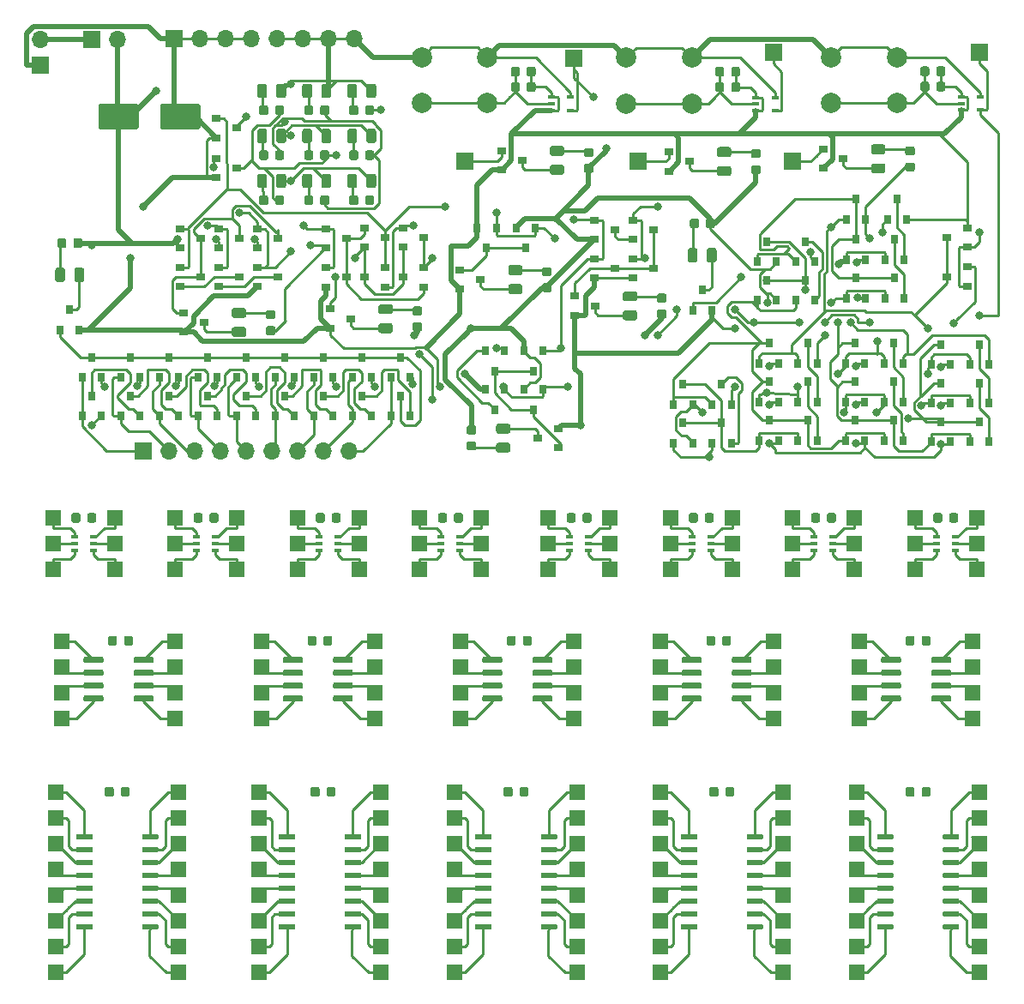
<source format=gbr>
G04 #@! TF.GenerationSoftware,KiCad,Pcbnew,(5.1.5)-3*
G04 #@! TF.CreationDate,2020-02-26T16:32:23+01:00*
G04 #@! TF.ProjectId,Testingboard,54657374-696e-4676-926f-6172642e6b69,rev?*
G04 #@! TF.SameCoordinates,Original*
G04 #@! TF.FileFunction,Copper,L1,Top*
G04 #@! TF.FilePolarity,Positive*
%FSLAX46Y46*%
G04 Gerber Fmt 4.6, Leading zero omitted, Abs format (unit mm)*
G04 Created by KiCad (PCBNEW (5.1.5)-3) date 2020-02-26 16:32:23*
%MOMM*%
%LPD*%
G04 APERTURE LIST*
%ADD10C,0.100000*%
%ADD11R,1.500000X1.500000*%
%ADD12R,0.650000X0.400000*%
%ADD13R,0.800000X0.900000*%
%ADD14R,1.700000X1.700000*%
%ADD15O,1.700000X1.700000*%
%ADD16R,0.900000X0.800000*%
%ADD17C,2.000000*%
%ADD18C,0.800000*%
%ADD19C,0.250000*%
%ADD20C,0.500000*%
G04 APERTURE END LIST*
G04 #@! TA.AperFunction,SMDPad,CuDef*
D10*
G36*
X98817691Y-114461053D02*
G01*
X98838926Y-114464203D01*
X98859750Y-114469419D01*
X98879962Y-114476651D01*
X98899368Y-114485830D01*
X98917781Y-114496866D01*
X98935024Y-114509654D01*
X98950930Y-114524070D01*
X98965346Y-114539976D01*
X98978134Y-114557219D01*
X98989170Y-114575632D01*
X98998349Y-114595038D01*
X99005581Y-114615250D01*
X99010797Y-114636074D01*
X99013947Y-114657309D01*
X99015000Y-114678750D01*
X99015000Y-115191250D01*
X99013947Y-115212691D01*
X99010797Y-115233926D01*
X99005581Y-115254750D01*
X98998349Y-115274962D01*
X98989170Y-115294368D01*
X98978134Y-115312781D01*
X98965346Y-115330024D01*
X98950930Y-115345930D01*
X98935024Y-115360346D01*
X98917781Y-115373134D01*
X98899368Y-115384170D01*
X98879962Y-115393349D01*
X98859750Y-115400581D01*
X98838926Y-115405797D01*
X98817691Y-115408947D01*
X98796250Y-115410000D01*
X98358750Y-115410000D01*
X98337309Y-115408947D01*
X98316074Y-115405797D01*
X98295250Y-115400581D01*
X98275038Y-115393349D01*
X98255632Y-115384170D01*
X98237219Y-115373134D01*
X98219976Y-115360346D01*
X98204070Y-115345930D01*
X98189654Y-115330024D01*
X98176866Y-115312781D01*
X98165830Y-115294368D01*
X98156651Y-115274962D01*
X98149419Y-115254750D01*
X98144203Y-115233926D01*
X98141053Y-115212691D01*
X98140000Y-115191250D01*
X98140000Y-114678750D01*
X98141053Y-114657309D01*
X98144203Y-114636074D01*
X98149419Y-114615250D01*
X98156651Y-114595038D01*
X98165830Y-114575632D01*
X98176866Y-114557219D01*
X98189654Y-114539976D01*
X98204070Y-114524070D01*
X98219976Y-114509654D01*
X98237219Y-114496866D01*
X98255632Y-114485830D01*
X98275038Y-114476651D01*
X98295250Y-114469419D01*
X98316074Y-114464203D01*
X98337309Y-114461053D01*
X98358750Y-114460000D01*
X98796250Y-114460000D01*
X98817691Y-114461053D01*
G37*
G04 #@! TD.AperFunction*
G04 #@! TA.AperFunction,SMDPad,CuDef*
G36*
X97242691Y-114461053D02*
G01*
X97263926Y-114464203D01*
X97284750Y-114469419D01*
X97304962Y-114476651D01*
X97324368Y-114485830D01*
X97342781Y-114496866D01*
X97360024Y-114509654D01*
X97375930Y-114524070D01*
X97390346Y-114539976D01*
X97403134Y-114557219D01*
X97414170Y-114575632D01*
X97423349Y-114595038D01*
X97430581Y-114615250D01*
X97435797Y-114636074D01*
X97438947Y-114657309D01*
X97440000Y-114678750D01*
X97440000Y-115191250D01*
X97438947Y-115212691D01*
X97435797Y-115233926D01*
X97430581Y-115254750D01*
X97423349Y-115274962D01*
X97414170Y-115294368D01*
X97403134Y-115312781D01*
X97390346Y-115330024D01*
X97375930Y-115345930D01*
X97360024Y-115360346D01*
X97342781Y-115373134D01*
X97324368Y-115384170D01*
X97304962Y-115393349D01*
X97284750Y-115400581D01*
X97263926Y-115405797D01*
X97242691Y-115408947D01*
X97221250Y-115410000D01*
X96783750Y-115410000D01*
X96762309Y-115408947D01*
X96741074Y-115405797D01*
X96720250Y-115400581D01*
X96700038Y-115393349D01*
X96680632Y-115384170D01*
X96662219Y-115373134D01*
X96644976Y-115360346D01*
X96629070Y-115345930D01*
X96614654Y-115330024D01*
X96601866Y-115312781D01*
X96590830Y-115294368D01*
X96581651Y-115274962D01*
X96574419Y-115254750D01*
X96569203Y-115233926D01*
X96566053Y-115212691D01*
X96565000Y-115191250D01*
X96565000Y-114678750D01*
X96566053Y-114657309D01*
X96569203Y-114636074D01*
X96574419Y-114615250D01*
X96581651Y-114595038D01*
X96590830Y-114575632D01*
X96601866Y-114557219D01*
X96614654Y-114539976D01*
X96629070Y-114524070D01*
X96644976Y-114509654D01*
X96662219Y-114496866D01*
X96680632Y-114485830D01*
X96700038Y-114476651D01*
X96720250Y-114469419D01*
X96741074Y-114464203D01*
X96762309Y-114461053D01*
X96783750Y-114460000D01*
X97221250Y-114460000D01*
X97242691Y-114461053D01*
G37*
G04 #@! TD.AperFunction*
G04 #@! TA.AperFunction,SMDPad,CuDef*
G36*
X117562691Y-114461053D02*
G01*
X117583926Y-114464203D01*
X117604750Y-114469419D01*
X117624962Y-114476651D01*
X117644368Y-114485830D01*
X117662781Y-114496866D01*
X117680024Y-114509654D01*
X117695930Y-114524070D01*
X117710346Y-114539976D01*
X117723134Y-114557219D01*
X117734170Y-114575632D01*
X117743349Y-114595038D01*
X117750581Y-114615250D01*
X117755797Y-114636074D01*
X117758947Y-114657309D01*
X117760000Y-114678750D01*
X117760000Y-115191250D01*
X117758947Y-115212691D01*
X117755797Y-115233926D01*
X117750581Y-115254750D01*
X117743349Y-115274962D01*
X117734170Y-115294368D01*
X117723134Y-115312781D01*
X117710346Y-115330024D01*
X117695930Y-115345930D01*
X117680024Y-115360346D01*
X117662781Y-115373134D01*
X117644368Y-115384170D01*
X117624962Y-115393349D01*
X117604750Y-115400581D01*
X117583926Y-115405797D01*
X117562691Y-115408947D01*
X117541250Y-115410000D01*
X117103750Y-115410000D01*
X117082309Y-115408947D01*
X117061074Y-115405797D01*
X117040250Y-115400581D01*
X117020038Y-115393349D01*
X117000632Y-115384170D01*
X116982219Y-115373134D01*
X116964976Y-115360346D01*
X116949070Y-115345930D01*
X116934654Y-115330024D01*
X116921866Y-115312781D01*
X116910830Y-115294368D01*
X116901651Y-115274962D01*
X116894419Y-115254750D01*
X116889203Y-115233926D01*
X116886053Y-115212691D01*
X116885000Y-115191250D01*
X116885000Y-114678750D01*
X116886053Y-114657309D01*
X116889203Y-114636074D01*
X116894419Y-114615250D01*
X116901651Y-114595038D01*
X116910830Y-114575632D01*
X116921866Y-114557219D01*
X116934654Y-114539976D01*
X116949070Y-114524070D01*
X116964976Y-114509654D01*
X116982219Y-114496866D01*
X117000632Y-114485830D01*
X117020038Y-114476651D01*
X117040250Y-114469419D01*
X117061074Y-114464203D01*
X117082309Y-114461053D01*
X117103750Y-114460000D01*
X117541250Y-114460000D01*
X117562691Y-114461053D01*
G37*
G04 #@! TD.AperFunction*
G04 #@! TA.AperFunction,SMDPad,CuDef*
G36*
X119137691Y-114461053D02*
G01*
X119158926Y-114464203D01*
X119179750Y-114469419D01*
X119199962Y-114476651D01*
X119219368Y-114485830D01*
X119237781Y-114496866D01*
X119255024Y-114509654D01*
X119270930Y-114524070D01*
X119285346Y-114539976D01*
X119298134Y-114557219D01*
X119309170Y-114575632D01*
X119318349Y-114595038D01*
X119325581Y-114615250D01*
X119330797Y-114636074D01*
X119333947Y-114657309D01*
X119335000Y-114678750D01*
X119335000Y-115191250D01*
X119333947Y-115212691D01*
X119330797Y-115233926D01*
X119325581Y-115254750D01*
X119318349Y-115274962D01*
X119309170Y-115294368D01*
X119298134Y-115312781D01*
X119285346Y-115330024D01*
X119270930Y-115345930D01*
X119255024Y-115360346D01*
X119237781Y-115373134D01*
X119219368Y-115384170D01*
X119199962Y-115393349D01*
X119179750Y-115400581D01*
X119158926Y-115405797D01*
X119137691Y-115408947D01*
X119116250Y-115410000D01*
X118678750Y-115410000D01*
X118657309Y-115408947D01*
X118636074Y-115405797D01*
X118615250Y-115400581D01*
X118595038Y-115393349D01*
X118575632Y-115384170D01*
X118557219Y-115373134D01*
X118539976Y-115360346D01*
X118524070Y-115345930D01*
X118509654Y-115330024D01*
X118496866Y-115312781D01*
X118485830Y-115294368D01*
X118476651Y-115274962D01*
X118469419Y-115254750D01*
X118464203Y-115233926D01*
X118461053Y-115212691D01*
X118460000Y-115191250D01*
X118460000Y-114678750D01*
X118461053Y-114657309D01*
X118464203Y-114636074D01*
X118469419Y-114615250D01*
X118476651Y-114595038D01*
X118485830Y-114575632D01*
X118496866Y-114557219D01*
X118509654Y-114539976D01*
X118524070Y-114524070D01*
X118539976Y-114509654D01*
X118557219Y-114496866D01*
X118575632Y-114485830D01*
X118595038Y-114476651D01*
X118615250Y-114469419D01*
X118636074Y-114464203D01*
X118657309Y-114461053D01*
X118678750Y-114460000D01*
X119116250Y-114460000D01*
X119137691Y-114461053D01*
G37*
G04 #@! TD.AperFunction*
G04 #@! TA.AperFunction,SMDPad,CuDef*
G36*
X138187691Y-114461053D02*
G01*
X138208926Y-114464203D01*
X138229750Y-114469419D01*
X138249962Y-114476651D01*
X138269368Y-114485830D01*
X138287781Y-114496866D01*
X138305024Y-114509654D01*
X138320930Y-114524070D01*
X138335346Y-114539976D01*
X138348134Y-114557219D01*
X138359170Y-114575632D01*
X138368349Y-114595038D01*
X138375581Y-114615250D01*
X138380797Y-114636074D01*
X138383947Y-114657309D01*
X138385000Y-114678750D01*
X138385000Y-115191250D01*
X138383947Y-115212691D01*
X138380797Y-115233926D01*
X138375581Y-115254750D01*
X138368349Y-115274962D01*
X138359170Y-115294368D01*
X138348134Y-115312781D01*
X138335346Y-115330024D01*
X138320930Y-115345930D01*
X138305024Y-115360346D01*
X138287781Y-115373134D01*
X138269368Y-115384170D01*
X138249962Y-115393349D01*
X138229750Y-115400581D01*
X138208926Y-115405797D01*
X138187691Y-115408947D01*
X138166250Y-115410000D01*
X137728750Y-115410000D01*
X137707309Y-115408947D01*
X137686074Y-115405797D01*
X137665250Y-115400581D01*
X137645038Y-115393349D01*
X137625632Y-115384170D01*
X137607219Y-115373134D01*
X137589976Y-115360346D01*
X137574070Y-115345930D01*
X137559654Y-115330024D01*
X137546866Y-115312781D01*
X137535830Y-115294368D01*
X137526651Y-115274962D01*
X137519419Y-115254750D01*
X137514203Y-115233926D01*
X137511053Y-115212691D01*
X137510000Y-115191250D01*
X137510000Y-114678750D01*
X137511053Y-114657309D01*
X137514203Y-114636074D01*
X137519419Y-114615250D01*
X137526651Y-114595038D01*
X137535830Y-114575632D01*
X137546866Y-114557219D01*
X137559654Y-114539976D01*
X137574070Y-114524070D01*
X137589976Y-114509654D01*
X137607219Y-114496866D01*
X137625632Y-114485830D01*
X137645038Y-114476651D01*
X137665250Y-114469419D01*
X137686074Y-114464203D01*
X137707309Y-114461053D01*
X137728750Y-114460000D01*
X138166250Y-114460000D01*
X138187691Y-114461053D01*
G37*
G04 #@! TD.AperFunction*
G04 #@! TA.AperFunction,SMDPad,CuDef*
G36*
X136612691Y-114461053D02*
G01*
X136633926Y-114464203D01*
X136654750Y-114469419D01*
X136674962Y-114476651D01*
X136694368Y-114485830D01*
X136712781Y-114496866D01*
X136730024Y-114509654D01*
X136745930Y-114524070D01*
X136760346Y-114539976D01*
X136773134Y-114557219D01*
X136784170Y-114575632D01*
X136793349Y-114595038D01*
X136800581Y-114615250D01*
X136805797Y-114636074D01*
X136808947Y-114657309D01*
X136810000Y-114678750D01*
X136810000Y-115191250D01*
X136808947Y-115212691D01*
X136805797Y-115233926D01*
X136800581Y-115254750D01*
X136793349Y-115274962D01*
X136784170Y-115294368D01*
X136773134Y-115312781D01*
X136760346Y-115330024D01*
X136745930Y-115345930D01*
X136730024Y-115360346D01*
X136712781Y-115373134D01*
X136694368Y-115384170D01*
X136674962Y-115393349D01*
X136654750Y-115400581D01*
X136633926Y-115405797D01*
X136612691Y-115408947D01*
X136591250Y-115410000D01*
X136153750Y-115410000D01*
X136132309Y-115408947D01*
X136111074Y-115405797D01*
X136090250Y-115400581D01*
X136070038Y-115393349D01*
X136050632Y-115384170D01*
X136032219Y-115373134D01*
X136014976Y-115360346D01*
X135999070Y-115345930D01*
X135984654Y-115330024D01*
X135971866Y-115312781D01*
X135960830Y-115294368D01*
X135951651Y-115274962D01*
X135944419Y-115254750D01*
X135939203Y-115233926D01*
X135936053Y-115212691D01*
X135935000Y-115191250D01*
X135935000Y-114678750D01*
X135936053Y-114657309D01*
X135939203Y-114636074D01*
X135944419Y-114615250D01*
X135951651Y-114595038D01*
X135960830Y-114575632D01*
X135971866Y-114557219D01*
X135984654Y-114539976D01*
X135999070Y-114524070D01*
X136014976Y-114509654D01*
X136032219Y-114496866D01*
X136050632Y-114485830D01*
X136070038Y-114476651D01*
X136090250Y-114469419D01*
X136111074Y-114464203D01*
X136132309Y-114461053D01*
X136153750Y-114460000D01*
X136591250Y-114460000D01*
X136612691Y-114461053D01*
G37*
G04 #@! TD.AperFunction*
G04 #@! TA.AperFunction,SMDPad,CuDef*
G36*
X156932691Y-114461053D02*
G01*
X156953926Y-114464203D01*
X156974750Y-114469419D01*
X156994962Y-114476651D01*
X157014368Y-114485830D01*
X157032781Y-114496866D01*
X157050024Y-114509654D01*
X157065930Y-114524070D01*
X157080346Y-114539976D01*
X157093134Y-114557219D01*
X157104170Y-114575632D01*
X157113349Y-114595038D01*
X157120581Y-114615250D01*
X157125797Y-114636074D01*
X157128947Y-114657309D01*
X157130000Y-114678750D01*
X157130000Y-115191250D01*
X157128947Y-115212691D01*
X157125797Y-115233926D01*
X157120581Y-115254750D01*
X157113349Y-115274962D01*
X157104170Y-115294368D01*
X157093134Y-115312781D01*
X157080346Y-115330024D01*
X157065930Y-115345930D01*
X157050024Y-115360346D01*
X157032781Y-115373134D01*
X157014368Y-115384170D01*
X156994962Y-115393349D01*
X156974750Y-115400581D01*
X156953926Y-115405797D01*
X156932691Y-115408947D01*
X156911250Y-115410000D01*
X156473750Y-115410000D01*
X156452309Y-115408947D01*
X156431074Y-115405797D01*
X156410250Y-115400581D01*
X156390038Y-115393349D01*
X156370632Y-115384170D01*
X156352219Y-115373134D01*
X156334976Y-115360346D01*
X156319070Y-115345930D01*
X156304654Y-115330024D01*
X156291866Y-115312781D01*
X156280830Y-115294368D01*
X156271651Y-115274962D01*
X156264419Y-115254750D01*
X156259203Y-115233926D01*
X156256053Y-115212691D01*
X156255000Y-115191250D01*
X156255000Y-114678750D01*
X156256053Y-114657309D01*
X156259203Y-114636074D01*
X156264419Y-114615250D01*
X156271651Y-114595038D01*
X156280830Y-114575632D01*
X156291866Y-114557219D01*
X156304654Y-114539976D01*
X156319070Y-114524070D01*
X156334976Y-114509654D01*
X156352219Y-114496866D01*
X156370632Y-114485830D01*
X156390038Y-114476651D01*
X156410250Y-114469419D01*
X156431074Y-114464203D01*
X156452309Y-114461053D01*
X156473750Y-114460000D01*
X156911250Y-114460000D01*
X156932691Y-114461053D01*
G37*
G04 #@! TD.AperFunction*
G04 #@! TA.AperFunction,SMDPad,CuDef*
G36*
X158507691Y-114461053D02*
G01*
X158528926Y-114464203D01*
X158549750Y-114469419D01*
X158569962Y-114476651D01*
X158589368Y-114485830D01*
X158607781Y-114496866D01*
X158625024Y-114509654D01*
X158640930Y-114524070D01*
X158655346Y-114539976D01*
X158668134Y-114557219D01*
X158679170Y-114575632D01*
X158688349Y-114595038D01*
X158695581Y-114615250D01*
X158700797Y-114636074D01*
X158703947Y-114657309D01*
X158705000Y-114678750D01*
X158705000Y-115191250D01*
X158703947Y-115212691D01*
X158700797Y-115233926D01*
X158695581Y-115254750D01*
X158688349Y-115274962D01*
X158679170Y-115294368D01*
X158668134Y-115312781D01*
X158655346Y-115330024D01*
X158640930Y-115345930D01*
X158625024Y-115360346D01*
X158607781Y-115373134D01*
X158589368Y-115384170D01*
X158569962Y-115393349D01*
X158549750Y-115400581D01*
X158528926Y-115405797D01*
X158507691Y-115408947D01*
X158486250Y-115410000D01*
X158048750Y-115410000D01*
X158027309Y-115408947D01*
X158006074Y-115405797D01*
X157985250Y-115400581D01*
X157965038Y-115393349D01*
X157945632Y-115384170D01*
X157927219Y-115373134D01*
X157909976Y-115360346D01*
X157894070Y-115345930D01*
X157879654Y-115330024D01*
X157866866Y-115312781D01*
X157855830Y-115294368D01*
X157846651Y-115274962D01*
X157839419Y-115254750D01*
X157834203Y-115233926D01*
X157831053Y-115212691D01*
X157830000Y-115191250D01*
X157830000Y-114678750D01*
X157831053Y-114657309D01*
X157834203Y-114636074D01*
X157839419Y-114615250D01*
X157846651Y-114595038D01*
X157855830Y-114575632D01*
X157866866Y-114557219D01*
X157879654Y-114539976D01*
X157894070Y-114524070D01*
X157909976Y-114509654D01*
X157927219Y-114496866D01*
X157945632Y-114485830D01*
X157965038Y-114476651D01*
X157985250Y-114469419D01*
X158006074Y-114464203D01*
X158027309Y-114461053D01*
X158048750Y-114460000D01*
X158486250Y-114460000D01*
X158507691Y-114461053D01*
G37*
G04 #@! TD.AperFunction*
G04 #@! TA.AperFunction,SMDPad,CuDef*
G36*
X177875191Y-114461053D02*
G01*
X177896426Y-114464203D01*
X177917250Y-114469419D01*
X177937462Y-114476651D01*
X177956868Y-114485830D01*
X177975281Y-114496866D01*
X177992524Y-114509654D01*
X178008430Y-114524070D01*
X178022846Y-114539976D01*
X178035634Y-114557219D01*
X178046670Y-114575632D01*
X178055849Y-114595038D01*
X178063081Y-114615250D01*
X178068297Y-114636074D01*
X178071447Y-114657309D01*
X178072500Y-114678750D01*
X178072500Y-115191250D01*
X178071447Y-115212691D01*
X178068297Y-115233926D01*
X178063081Y-115254750D01*
X178055849Y-115274962D01*
X178046670Y-115294368D01*
X178035634Y-115312781D01*
X178022846Y-115330024D01*
X178008430Y-115345930D01*
X177992524Y-115360346D01*
X177975281Y-115373134D01*
X177956868Y-115384170D01*
X177937462Y-115393349D01*
X177917250Y-115400581D01*
X177896426Y-115405797D01*
X177875191Y-115408947D01*
X177853750Y-115410000D01*
X177416250Y-115410000D01*
X177394809Y-115408947D01*
X177373574Y-115405797D01*
X177352750Y-115400581D01*
X177332538Y-115393349D01*
X177313132Y-115384170D01*
X177294719Y-115373134D01*
X177277476Y-115360346D01*
X177261570Y-115345930D01*
X177247154Y-115330024D01*
X177234366Y-115312781D01*
X177223330Y-115294368D01*
X177214151Y-115274962D01*
X177206919Y-115254750D01*
X177201703Y-115233926D01*
X177198553Y-115212691D01*
X177197500Y-115191250D01*
X177197500Y-114678750D01*
X177198553Y-114657309D01*
X177201703Y-114636074D01*
X177206919Y-114615250D01*
X177214151Y-114595038D01*
X177223330Y-114575632D01*
X177234366Y-114557219D01*
X177247154Y-114539976D01*
X177261570Y-114524070D01*
X177277476Y-114509654D01*
X177294719Y-114496866D01*
X177313132Y-114485830D01*
X177332538Y-114476651D01*
X177352750Y-114469419D01*
X177373574Y-114464203D01*
X177394809Y-114461053D01*
X177416250Y-114460000D01*
X177853750Y-114460000D01*
X177875191Y-114461053D01*
G37*
G04 #@! TD.AperFunction*
G04 #@! TA.AperFunction,SMDPad,CuDef*
G36*
X176300191Y-114461053D02*
G01*
X176321426Y-114464203D01*
X176342250Y-114469419D01*
X176362462Y-114476651D01*
X176381868Y-114485830D01*
X176400281Y-114496866D01*
X176417524Y-114509654D01*
X176433430Y-114524070D01*
X176447846Y-114539976D01*
X176460634Y-114557219D01*
X176471670Y-114575632D01*
X176480849Y-114595038D01*
X176488081Y-114615250D01*
X176493297Y-114636074D01*
X176496447Y-114657309D01*
X176497500Y-114678750D01*
X176497500Y-115191250D01*
X176496447Y-115212691D01*
X176493297Y-115233926D01*
X176488081Y-115254750D01*
X176480849Y-115274962D01*
X176471670Y-115294368D01*
X176460634Y-115312781D01*
X176447846Y-115330024D01*
X176433430Y-115345930D01*
X176417524Y-115360346D01*
X176400281Y-115373134D01*
X176381868Y-115384170D01*
X176362462Y-115393349D01*
X176342250Y-115400581D01*
X176321426Y-115405797D01*
X176300191Y-115408947D01*
X176278750Y-115410000D01*
X175841250Y-115410000D01*
X175819809Y-115408947D01*
X175798574Y-115405797D01*
X175777750Y-115400581D01*
X175757538Y-115393349D01*
X175738132Y-115384170D01*
X175719719Y-115373134D01*
X175702476Y-115360346D01*
X175686570Y-115345930D01*
X175672154Y-115330024D01*
X175659366Y-115312781D01*
X175648330Y-115294368D01*
X175639151Y-115274962D01*
X175631919Y-115254750D01*
X175626703Y-115233926D01*
X175623553Y-115212691D01*
X175622500Y-115191250D01*
X175622500Y-114678750D01*
X175623553Y-114657309D01*
X175626703Y-114636074D01*
X175631919Y-114615250D01*
X175639151Y-114595038D01*
X175648330Y-114575632D01*
X175659366Y-114557219D01*
X175672154Y-114539976D01*
X175686570Y-114524070D01*
X175702476Y-114509654D01*
X175719719Y-114496866D01*
X175738132Y-114485830D01*
X175757538Y-114476651D01*
X175777750Y-114469419D01*
X175798574Y-114464203D01*
X175819809Y-114461053D01*
X175841250Y-114460000D01*
X176278750Y-114460000D01*
X176300191Y-114461053D01*
G37*
G04 #@! TD.AperFunction*
G04 #@! TA.AperFunction,SMDPad,CuDef*
G36*
X176300191Y-99538553D02*
G01*
X176321426Y-99541703D01*
X176342250Y-99546919D01*
X176362462Y-99554151D01*
X176381868Y-99563330D01*
X176400281Y-99574366D01*
X176417524Y-99587154D01*
X176433430Y-99601570D01*
X176447846Y-99617476D01*
X176460634Y-99634719D01*
X176471670Y-99653132D01*
X176480849Y-99672538D01*
X176488081Y-99692750D01*
X176493297Y-99713574D01*
X176496447Y-99734809D01*
X176497500Y-99756250D01*
X176497500Y-100268750D01*
X176496447Y-100290191D01*
X176493297Y-100311426D01*
X176488081Y-100332250D01*
X176480849Y-100352462D01*
X176471670Y-100371868D01*
X176460634Y-100390281D01*
X176447846Y-100407524D01*
X176433430Y-100423430D01*
X176417524Y-100437846D01*
X176400281Y-100450634D01*
X176381868Y-100461670D01*
X176362462Y-100470849D01*
X176342250Y-100478081D01*
X176321426Y-100483297D01*
X176300191Y-100486447D01*
X176278750Y-100487500D01*
X175841250Y-100487500D01*
X175819809Y-100486447D01*
X175798574Y-100483297D01*
X175777750Y-100478081D01*
X175757538Y-100470849D01*
X175738132Y-100461670D01*
X175719719Y-100450634D01*
X175702476Y-100437846D01*
X175686570Y-100423430D01*
X175672154Y-100407524D01*
X175659366Y-100390281D01*
X175648330Y-100371868D01*
X175639151Y-100352462D01*
X175631919Y-100332250D01*
X175626703Y-100311426D01*
X175623553Y-100290191D01*
X175622500Y-100268750D01*
X175622500Y-99756250D01*
X175623553Y-99734809D01*
X175626703Y-99713574D01*
X175631919Y-99692750D01*
X175639151Y-99672538D01*
X175648330Y-99653132D01*
X175659366Y-99634719D01*
X175672154Y-99617476D01*
X175686570Y-99601570D01*
X175702476Y-99587154D01*
X175719719Y-99574366D01*
X175738132Y-99563330D01*
X175757538Y-99554151D01*
X175777750Y-99546919D01*
X175798574Y-99541703D01*
X175819809Y-99538553D01*
X175841250Y-99537500D01*
X176278750Y-99537500D01*
X176300191Y-99538553D01*
G37*
G04 #@! TD.AperFunction*
G04 #@! TA.AperFunction,SMDPad,CuDef*
G36*
X177875191Y-99538553D02*
G01*
X177896426Y-99541703D01*
X177917250Y-99546919D01*
X177937462Y-99554151D01*
X177956868Y-99563330D01*
X177975281Y-99574366D01*
X177992524Y-99587154D01*
X178008430Y-99601570D01*
X178022846Y-99617476D01*
X178035634Y-99634719D01*
X178046670Y-99653132D01*
X178055849Y-99672538D01*
X178063081Y-99692750D01*
X178068297Y-99713574D01*
X178071447Y-99734809D01*
X178072500Y-99756250D01*
X178072500Y-100268750D01*
X178071447Y-100290191D01*
X178068297Y-100311426D01*
X178063081Y-100332250D01*
X178055849Y-100352462D01*
X178046670Y-100371868D01*
X178035634Y-100390281D01*
X178022846Y-100407524D01*
X178008430Y-100423430D01*
X177992524Y-100437846D01*
X177975281Y-100450634D01*
X177956868Y-100461670D01*
X177937462Y-100470849D01*
X177917250Y-100478081D01*
X177896426Y-100483297D01*
X177875191Y-100486447D01*
X177853750Y-100487500D01*
X177416250Y-100487500D01*
X177394809Y-100486447D01*
X177373574Y-100483297D01*
X177352750Y-100478081D01*
X177332538Y-100470849D01*
X177313132Y-100461670D01*
X177294719Y-100450634D01*
X177277476Y-100437846D01*
X177261570Y-100423430D01*
X177247154Y-100407524D01*
X177234366Y-100390281D01*
X177223330Y-100371868D01*
X177214151Y-100352462D01*
X177206919Y-100332250D01*
X177201703Y-100311426D01*
X177198553Y-100290191D01*
X177197500Y-100268750D01*
X177197500Y-99756250D01*
X177198553Y-99734809D01*
X177201703Y-99713574D01*
X177206919Y-99692750D01*
X177214151Y-99672538D01*
X177223330Y-99653132D01*
X177234366Y-99634719D01*
X177247154Y-99617476D01*
X177261570Y-99601570D01*
X177277476Y-99587154D01*
X177294719Y-99574366D01*
X177313132Y-99563330D01*
X177332538Y-99554151D01*
X177352750Y-99546919D01*
X177373574Y-99541703D01*
X177394809Y-99538553D01*
X177416250Y-99537500D01*
X177853750Y-99537500D01*
X177875191Y-99538553D01*
G37*
G04 #@! TD.AperFunction*
G04 #@! TA.AperFunction,SMDPad,CuDef*
G36*
X158190191Y-99538553D02*
G01*
X158211426Y-99541703D01*
X158232250Y-99546919D01*
X158252462Y-99554151D01*
X158271868Y-99563330D01*
X158290281Y-99574366D01*
X158307524Y-99587154D01*
X158323430Y-99601570D01*
X158337846Y-99617476D01*
X158350634Y-99634719D01*
X158361670Y-99653132D01*
X158370849Y-99672538D01*
X158378081Y-99692750D01*
X158383297Y-99713574D01*
X158386447Y-99734809D01*
X158387500Y-99756250D01*
X158387500Y-100268750D01*
X158386447Y-100290191D01*
X158383297Y-100311426D01*
X158378081Y-100332250D01*
X158370849Y-100352462D01*
X158361670Y-100371868D01*
X158350634Y-100390281D01*
X158337846Y-100407524D01*
X158323430Y-100423430D01*
X158307524Y-100437846D01*
X158290281Y-100450634D01*
X158271868Y-100461670D01*
X158252462Y-100470849D01*
X158232250Y-100478081D01*
X158211426Y-100483297D01*
X158190191Y-100486447D01*
X158168750Y-100487500D01*
X157731250Y-100487500D01*
X157709809Y-100486447D01*
X157688574Y-100483297D01*
X157667750Y-100478081D01*
X157647538Y-100470849D01*
X157628132Y-100461670D01*
X157609719Y-100450634D01*
X157592476Y-100437846D01*
X157576570Y-100423430D01*
X157562154Y-100407524D01*
X157549366Y-100390281D01*
X157538330Y-100371868D01*
X157529151Y-100352462D01*
X157521919Y-100332250D01*
X157516703Y-100311426D01*
X157513553Y-100290191D01*
X157512500Y-100268750D01*
X157512500Y-99756250D01*
X157513553Y-99734809D01*
X157516703Y-99713574D01*
X157521919Y-99692750D01*
X157529151Y-99672538D01*
X157538330Y-99653132D01*
X157549366Y-99634719D01*
X157562154Y-99617476D01*
X157576570Y-99601570D01*
X157592476Y-99587154D01*
X157609719Y-99574366D01*
X157628132Y-99563330D01*
X157647538Y-99554151D01*
X157667750Y-99546919D01*
X157688574Y-99541703D01*
X157709809Y-99538553D01*
X157731250Y-99537500D01*
X158168750Y-99537500D01*
X158190191Y-99538553D01*
G37*
G04 #@! TD.AperFunction*
G04 #@! TA.AperFunction,SMDPad,CuDef*
G36*
X156615191Y-99538553D02*
G01*
X156636426Y-99541703D01*
X156657250Y-99546919D01*
X156677462Y-99554151D01*
X156696868Y-99563330D01*
X156715281Y-99574366D01*
X156732524Y-99587154D01*
X156748430Y-99601570D01*
X156762846Y-99617476D01*
X156775634Y-99634719D01*
X156786670Y-99653132D01*
X156795849Y-99672538D01*
X156803081Y-99692750D01*
X156808297Y-99713574D01*
X156811447Y-99734809D01*
X156812500Y-99756250D01*
X156812500Y-100268750D01*
X156811447Y-100290191D01*
X156808297Y-100311426D01*
X156803081Y-100332250D01*
X156795849Y-100352462D01*
X156786670Y-100371868D01*
X156775634Y-100390281D01*
X156762846Y-100407524D01*
X156748430Y-100423430D01*
X156732524Y-100437846D01*
X156715281Y-100450634D01*
X156696868Y-100461670D01*
X156677462Y-100470849D01*
X156657250Y-100478081D01*
X156636426Y-100483297D01*
X156615191Y-100486447D01*
X156593750Y-100487500D01*
X156156250Y-100487500D01*
X156134809Y-100486447D01*
X156113574Y-100483297D01*
X156092750Y-100478081D01*
X156072538Y-100470849D01*
X156053132Y-100461670D01*
X156034719Y-100450634D01*
X156017476Y-100437846D01*
X156001570Y-100423430D01*
X155987154Y-100407524D01*
X155974366Y-100390281D01*
X155963330Y-100371868D01*
X155954151Y-100352462D01*
X155946919Y-100332250D01*
X155941703Y-100311426D01*
X155938553Y-100290191D01*
X155937500Y-100268750D01*
X155937500Y-99756250D01*
X155938553Y-99734809D01*
X155941703Y-99713574D01*
X155946919Y-99692750D01*
X155954151Y-99672538D01*
X155963330Y-99653132D01*
X155974366Y-99634719D01*
X155987154Y-99617476D01*
X156001570Y-99601570D01*
X156017476Y-99587154D01*
X156034719Y-99574366D01*
X156053132Y-99563330D01*
X156072538Y-99554151D01*
X156092750Y-99546919D01*
X156113574Y-99541703D01*
X156134809Y-99538553D01*
X156156250Y-99537500D01*
X156593750Y-99537500D01*
X156615191Y-99538553D01*
G37*
G04 #@! TD.AperFunction*
G04 #@! TA.AperFunction,SMDPad,CuDef*
G36*
X136930191Y-99538553D02*
G01*
X136951426Y-99541703D01*
X136972250Y-99546919D01*
X136992462Y-99554151D01*
X137011868Y-99563330D01*
X137030281Y-99574366D01*
X137047524Y-99587154D01*
X137063430Y-99601570D01*
X137077846Y-99617476D01*
X137090634Y-99634719D01*
X137101670Y-99653132D01*
X137110849Y-99672538D01*
X137118081Y-99692750D01*
X137123297Y-99713574D01*
X137126447Y-99734809D01*
X137127500Y-99756250D01*
X137127500Y-100268750D01*
X137126447Y-100290191D01*
X137123297Y-100311426D01*
X137118081Y-100332250D01*
X137110849Y-100352462D01*
X137101670Y-100371868D01*
X137090634Y-100390281D01*
X137077846Y-100407524D01*
X137063430Y-100423430D01*
X137047524Y-100437846D01*
X137030281Y-100450634D01*
X137011868Y-100461670D01*
X136992462Y-100470849D01*
X136972250Y-100478081D01*
X136951426Y-100483297D01*
X136930191Y-100486447D01*
X136908750Y-100487500D01*
X136471250Y-100487500D01*
X136449809Y-100486447D01*
X136428574Y-100483297D01*
X136407750Y-100478081D01*
X136387538Y-100470849D01*
X136368132Y-100461670D01*
X136349719Y-100450634D01*
X136332476Y-100437846D01*
X136316570Y-100423430D01*
X136302154Y-100407524D01*
X136289366Y-100390281D01*
X136278330Y-100371868D01*
X136269151Y-100352462D01*
X136261919Y-100332250D01*
X136256703Y-100311426D01*
X136253553Y-100290191D01*
X136252500Y-100268750D01*
X136252500Y-99756250D01*
X136253553Y-99734809D01*
X136256703Y-99713574D01*
X136261919Y-99692750D01*
X136269151Y-99672538D01*
X136278330Y-99653132D01*
X136289366Y-99634719D01*
X136302154Y-99617476D01*
X136316570Y-99601570D01*
X136332476Y-99587154D01*
X136349719Y-99574366D01*
X136368132Y-99563330D01*
X136387538Y-99554151D01*
X136407750Y-99546919D01*
X136428574Y-99541703D01*
X136449809Y-99538553D01*
X136471250Y-99537500D01*
X136908750Y-99537500D01*
X136930191Y-99538553D01*
G37*
G04 #@! TD.AperFunction*
G04 #@! TA.AperFunction,SMDPad,CuDef*
G36*
X138505191Y-99538553D02*
G01*
X138526426Y-99541703D01*
X138547250Y-99546919D01*
X138567462Y-99554151D01*
X138586868Y-99563330D01*
X138605281Y-99574366D01*
X138622524Y-99587154D01*
X138638430Y-99601570D01*
X138652846Y-99617476D01*
X138665634Y-99634719D01*
X138676670Y-99653132D01*
X138685849Y-99672538D01*
X138693081Y-99692750D01*
X138698297Y-99713574D01*
X138701447Y-99734809D01*
X138702500Y-99756250D01*
X138702500Y-100268750D01*
X138701447Y-100290191D01*
X138698297Y-100311426D01*
X138693081Y-100332250D01*
X138685849Y-100352462D01*
X138676670Y-100371868D01*
X138665634Y-100390281D01*
X138652846Y-100407524D01*
X138638430Y-100423430D01*
X138622524Y-100437846D01*
X138605281Y-100450634D01*
X138586868Y-100461670D01*
X138567462Y-100470849D01*
X138547250Y-100478081D01*
X138526426Y-100483297D01*
X138505191Y-100486447D01*
X138483750Y-100487500D01*
X138046250Y-100487500D01*
X138024809Y-100486447D01*
X138003574Y-100483297D01*
X137982750Y-100478081D01*
X137962538Y-100470849D01*
X137943132Y-100461670D01*
X137924719Y-100450634D01*
X137907476Y-100437846D01*
X137891570Y-100423430D01*
X137877154Y-100407524D01*
X137864366Y-100390281D01*
X137853330Y-100371868D01*
X137844151Y-100352462D01*
X137836919Y-100332250D01*
X137831703Y-100311426D01*
X137828553Y-100290191D01*
X137827500Y-100268750D01*
X137827500Y-99756250D01*
X137828553Y-99734809D01*
X137831703Y-99713574D01*
X137836919Y-99692750D01*
X137844151Y-99672538D01*
X137853330Y-99653132D01*
X137864366Y-99634719D01*
X137877154Y-99617476D01*
X137891570Y-99601570D01*
X137907476Y-99587154D01*
X137924719Y-99574366D01*
X137943132Y-99563330D01*
X137962538Y-99554151D01*
X137982750Y-99546919D01*
X138003574Y-99541703D01*
X138024809Y-99538553D01*
X138046250Y-99537500D01*
X138483750Y-99537500D01*
X138505191Y-99538553D01*
G37*
G04 #@! TD.AperFunction*
G04 #@! TA.AperFunction,SMDPad,CuDef*
G36*
X118820191Y-99538553D02*
G01*
X118841426Y-99541703D01*
X118862250Y-99546919D01*
X118882462Y-99554151D01*
X118901868Y-99563330D01*
X118920281Y-99574366D01*
X118937524Y-99587154D01*
X118953430Y-99601570D01*
X118967846Y-99617476D01*
X118980634Y-99634719D01*
X118991670Y-99653132D01*
X119000849Y-99672538D01*
X119008081Y-99692750D01*
X119013297Y-99713574D01*
X119016447Y-99734809D01*
X119017500Y-99756250D01*
X119017500Y-100268750D01*
X119016447Y-100290191D01*
X119013297Y-100311426D01*
X119008081Y-100332250D01*
X119000849Y-100352462D01*
X118991670Y-100371868D01*
X118980634Y-100390281D01*
X118967846Y-100407524D01*
X118953430Y-100423430D01*
X118937524Y-100437846D01*
X118920281Y-100450634D01*
X118901868Y-100461670D01*
X118882462Y-100470849D01*
X118862250Y-100478081D01*
X118841426Y-100483297D01*
X118820191Y-100486447D01*
X118798750Y-100487500D01*
X118361250Y-100487500D01*
X118339809Y-100486447D01*
X118318574Y-100483297D01*
X118297750Y-100478081D01*
X118277538Y-100470849D01*
X118258132Y-100461670D01*
X118239719Y-100450634D01*
X118222476Y-100437846D01*
X118206570Y-100423430D01*
X118192154Y-100407524D01*
X118179366Y-100390281D01*
X118168330Y-100371868D01*
X118159151Y-100352462D01*
X118151919Y-100332250D01*
X118146703Y-100311426D01*
X118143553Y-100290191D01*
X118142500Y-100268750D01*
X118142500Y-99756250D01*
X118143553Y-99734809D01*
X118146703Y-99713574D01*
X118151919Y-99692750D01*
X118159151Y-99672538D01*
X118168330Y-99653132D01*
X118179366Y-99634719D01*
X118192154Y-99617476D01*
X118206570Y-99601570D01*
X118222476Y-99587154D01*
X118239719Y-99574366D01*
X118258132Y-99563330D01*
X118277538Y-99554151D01*
X118297750Y-99546919D01*
X118318574Y-99541703D01*
X118339809Y-99538553D01*
X118361250Y-99537500D01*
X118798750Y-99537500D01*
X118820191Y-99538553D01*
G37*
G04 #@! TD.AperFunction*
G04 #@! TA.AperFunction,SMDPad,CuDef*
G36*
X117245191Y-99538553D02*
G01*
X117266426Y-99541703D01*
X117287250Y-99546919D01*
X117307462Y-99554151D01*
X117326868Y-99563330D01*
X117345281Y-99574366D01*
X117362524Y-99587154D01*
X117378430Y-99601570D01*
X117392846Y-99617476D01*
X117405634Y-99634719D01*
X117416670Y-99653132D01*
X117425849Y-99672538D01*
X117433081Y-99692750D01*
X117438297Y-99713574D01*
X117441447Y-99734809D01*
X117442500Y-99756250D01*
X117442500Y-100268750D01*
X117441447Y-100290191D01*
X117438297Y-100311426D01*
X117433081Y-100332250D01*
X117425849Y-100352462D01*
X117416670Y-100371868D01*
X117405634Y-100390281D01*
X117392846Y-100407524D01*
X117378430Y-100423430D01*
X117362524Y-100437846D01*
X117345281Y-100450634D01*
X117326868Y-100461670D01*
X117307462Y-100470849D01*
X117287250Y-100478081D01*
X117266426Y-100483297D01*
X117245191Y-100486447D01*
X117223750Y-100487500D01*
X116786250Y-100487500D01*
X116764809Y-100486447D01*
X116743574Y-100483297D01*
X116722750Y-100478081D01*
X116702538Y-100470849D01*
X116683132Y-100461670D01*
X116664719Y-100450634D01*
X116647476Y-100437846D01*
X116631570Y-100423430D01*
X116617154Y-100407524D01*
X116604366Y-100390281D01*
X116593330Y-100371868D01*
X116584151Y-100352462D01*
X116576919Y-100332250D01*
X116571703Y-100311426D01*
X116568553Y-100290191D01*
X116567500Y-100268750D01*
X116567500Y-99756250D01*
X116568553Y-99734809D01*
X116571703Y-99713574D01*
X116576919Y-99692750D01*
X116584151Y-99672538D01*
X116593330Y-99653132D01*
X116604366Y-99634719D01*
X116617154Y-99617476D01*
X116631570Y-99601570D01*
X116647476Y-99587154D01*
X116664719Y-99574366D01*
X116683132Y-99563330D01*
X116702538Y-99554151D01*
X116722750Y-99546919D01*
X116743574Y-99541703D01*
X116764809Y-99538553D01*
X116786250Y-99537500D01*
X117223750Y-99537500D01*
X117245191Y-99538553D01*
G37*
G04 #@! TD.AperFunction*
G04 #@! TA.AperFunction,SMDPad,CuDef*
G36*
X97560191Y-99538553D02*
G01*
X97581426Y-99541703D01*
X97602250Y-99546919D01*
X97622462Y-99554151D01*
X97641868Y-99563330D01*
X97660281Y-99574366D01*
X97677524Y-99587154D01*
X97693430Y-99601570D01*
X97707846Y-99617476D01*
X97720634Y-99634719D01*
X97731670Y-99653132D01*
X97740849Y-99672538D01*
X97748081Y-99692750D01*
X97753297Y-99713574D01*
X97756447Y-99734809D01*
X97757500Y-99756250D01*
X97757500Y-100268750D01*
X97756447Y-100290191D01*
X97753297Y-100311426D01*
X97748081Y-100332250D01*
X97740849Y-100352462D01*
X97731670Y-100371868D01*
X97720634Y-100390281D01*
X97707846Y-100407524D01*
X97693430Y-100423430D01*
X97677524Y-100437846D01*
X97660281Y-100450634D01*
X97641868Y-100461670D01*
X97622462Y-100470849D01*
X97602250Y-100478081D01*
X97581426Y-100483297D01*
X97560191Y-100486447D01*
X97538750Y-100487500D01*
X97101250Y-100487500D01*
X97079809Y-100486447D01*
X97058574Y-100483297D01*
X97037750Y-100478081D01*
X97017538Y-100470849D01*
X96998132Y-100461670D01*
X96979719Y-100450634D01*
X96962476Y-100437846D01*
X96946570Y-100423430D01*
X96932154Y-100407524D01*
X96919366Y-100390281D01*
X96908330Y-100371868D01*
X96899151Y-100352462D01*
X96891919Y-100332250D01*
X96886703Y-100311426D01*
X96883553Y-100290191D01*
X96882500Y-100268750D01*
X96882500Y-99756250D01*
X96883553Y-99734809D01*
X96886703Y-99713574D01*
X96891919Y-99692750D01*
X96899151Y-99672538D01*
X96908330Y-99653132D01*
X96919366Y-99634719D01*
X96932154Y-99617476D01*
X96946570Y-99601570D01*
X96962476Y-99587154D01*
X96979719Y-99574366D01*
X96998132Y-99563330D01*
X97017538Y-99554151D01*
X97037750Y-99546919D01*
X97058574Y-99541703D01*
X97079809Y-99538553D01*
X97101250Y-99537500D01*
X97538750Y-99537500D01*
X97560191Y-99538553D01*
G37*
G04 #@! TD.AperFunction*
G04 #@! TA.AperFunction,SMDPad,CuDef*
G36*
X99135191Y-99538553D02*
G01*
X99156426Y-99541703D01*
X99177250Y-99546919D01*
X99197462Y-99554151D01*
X99216868Y-99563330D01*
X99235281Y-99574366D01*
X99252524Y-99587154D01*
X99268430Y-99601570D01*
X99282846Y-99617476D01*
X99295634Y-99634719D01*
X99306670Y-99653132D01*
X99315849Y-99672538D01*
X99323081Y-99692750D01*
X99328297Y-99713574D01*
X99331447Y-99734809D01*
X99332500Y-99756250D01*
X99332500Y-100268750D01*
X99331447Y-100290191D01*
X99328297Y-100311426D01*
X99323081Y-100332250D01*
X99315849Y-100352462D01*
X99306670Y-100371868D01*
X99295634Y-100390281D01*
X99282846Y-100407524D01*
X99268430Y-100423430D01*
X99252524Y-100437846D01*
X99235281Y-100450634D01*
X99216868Y-100461670D01*
X99197462Y-100470849D01*
X99177250Y-100478081D01*
X99156426Y-100483297D01*
X99135191Y-100486447D01*
X99113750Y-100487500D01*
X98676250Y-100487500D01*
X98654809Y-100486447D01*
X98633574Y-100483297D01*
X98612750Y-100478081D01*
X98592538Y-100470849D01*
X98573132Y-100461670D01*
X98554719Y-100450634D01*
X98537476Y-100437846D01*
X98521570Y-100423430D01*
X98507154Y-100407524D01*
X98494366Y-100390281D01*
X98483330Y-100371868D01*
X98474151Y-100352462D01*
X98466919Y-100332250D01*
X98461703Y-100311426D01*
X98458553Y-100290191D01*
X98457500Y-100268750D01*
X98457500Y-99756250D01*
X98458553Y-99734809D01*
X98461703Y-99713574D01*
X98466919Y-99692750D01*
X98474151Y-99672538D01*
X98483330Y-99653132D01*
X98494366Y-99634719D01*
X98507154Y-99617476D01*
X98521570Y-99601570D01*
X98537476Y-99587154D01*
X98554719Y-99574366D01*
X98573132Y-99563330D01*
X98592538Y-99554151D01*
X98612750Y-99546919D01*
X98633574Y-99541703D01*
X98654809Y-99538553D01*
X98676250Y-99537500D01*
X99113750Y-99537500D01*
X99135191Y-99538553D01*
G37*
G04 #@! TD.AperFunction*
D11*
X170815000Y-114998500D03*
G04 #@! TA.AperFunction,SMDPad,CuDef*
D10*
G36*
X174273477Y-119105662D02*
G01*
X174286825Y-119107642D01*
X174299914Y-119110921D01*
X174312619Y-119115467D01*
X174324817Y-119121236D01*
X174336391Y-119128173D01*
X174347229Y-119136211D01*
X174357227Y-119145273D01*
X174366289Y-119155271D01*
X174374327Y-119166109D01*
X174381264Y-119177683D01*
X174387033Y-119189881D01*
X174391579Y-119202586D01*
X174394858Y-119215675D01*
X174396838Y-119229023D01*
X174397500Y-119242500D01*
X174397500Y-119517500D01*
X174396838Y-119530977D01*
X174394858Y-119544325D01*
X174391579Y-119557414D01*
X174387033Y-119570119D01*
X174381264Y-119582317D01*
X174374327Y-119593891D01*
X174366289Y-119604729D01*
X174357227Y-119614727D01*
X174347229Y-119623789D01*
X174336391Y-119631827D01*
X174324817Y-119638764D01*
X174312619Y-119644533D01*
X174299914Y-119649079D01*
X174286825Y-119652358D01*
X174273477Y-119654338D01*
X174260000Y-119655000D01*
X172935000Y-119655000D01*
X172921523Y-119654338D01*
X172908175Y-119652358D01*
X172895086Y-119649079D01*
X172882381Y-119644533D01*
X172870183Y-119638764D01*
X172858609Y-119631827D01*
X172847771Y-119623789D01*
X172837773Y-119614727D01*
X172828711Y-119604729D01*
X172820673Y-119593891D01*
X172813736Y-119582317D01*
X172807967Y-119570119D01*
X172803421Y-119557414D01*
X172800142Y-119544325D01*
X172798162Y-119530977D01*
X172797500Y-119517500D01*
X172797500Y-119242500D01*
X172798162Y-119229023D01*
X172800142Y-119215675D01*
X172803421Y-119202586D01*
X172807967Y-119189881D01*
X172813736Y-119177683D01*
X172820673Y-119166109D01*
X172828711Y-119155271D01*
X172837773Y-119145273D01*
X172847771Y-119136211D01*
X172858609Y-119128173D01*
X172870183Y-119121236D01*
X172882381Y-119115467D01*
X172895086Y-119110921D01*
X172908175Y-119107642D01*
X172921523Y-119105662D01*
X172935000Y-119105000D01*
X174260000Y-119105000D01*
X174273477Y-119105662D01*
G37*
G04 #@! TD.AperFunction*
G04 #@! TA.AperFunction,SMDPad,CuDef*
G36*
X174273477Y-120375662D02*
G01*
X174286825Y-120377642D01*
X174299914Y-120380921D01*
X174312619Y-120385467D01*
X174324817Y-120391236D01*
X174336391Y-120398173D01*
X174347229Y-120406211D01*
X174357227Y-120415273D01*
X174366289Y-120425271D01*
X174374327Y-120436109D01*
X174381264Y-120447683D01*
X174387033Y-120459881D01*
X174391579Y-120472586D01*
X174394858Y-120485675D01*
X174396838Y-120499023D01*
X174397500Y-120512500D01*
X174397500Y-120787500D01*
X174396838Y-120800977D01*
X174394858Y-120814325D01*
X174391579Y-120827414D01*
X174387033Y-120840119D01*
X174381264Y-120852317D01*
X174374327Y-120863891D01*
X174366289Y-120874729D01*
X174357227Y-120884727D01*
X174347229Y-120893789D01*
X174336391Y-120901827D01*
X174324817Y-120908764D01*
X174312619Y-120914533D01*
X174299914Y-120919079D01*
X174286825Y-120922358D01*
X174273477Y-120924338D01*
X174260000Y-120925000D01*
X172935000Y-120925000D01*
X172921523Y-120924338D01*
X172908175Y-120922358D01*
X172895086Y-120919079D01*
X172882381Y-120914533D01*
X172870183Y-120908764D01*
X172858609Y-120901827D01*
X172847771Y-120893789D01*
X172837773Y-120884727D01*
X172828711Y-120874729D01*
X172820673Y-120863891D01*
X172813736Y-120852317D01*
X172807967Y-120840119D01*
X172803421Y-120827414D01*
X172800142Y-120814325D01*
X172798162Y-120800977D01*
X172797500Y-120787500D01*
X172797500Y-120512500D01*
X172798162Y-120499023D01*
X172800142Y-120485675D01*
X172803421Y-120472586D01*
X172807967Y-120459881D01*
X172813736Y-120447683D01*
X172820673Y-120436109D01*
X172828711Y-120425271D01*
X172837773Y-120415273D01*
X172847771Y-120406211D01*
X172858609Y-120398173D01*
X172870183Y-120391236D01*
X172882381Y-120385467D01*
X172895086Y-120380921D01*
X172908175Y-120377642D01*
X172921523Y-120375662D01*
X172935000Y-120375000D01*
X174260000Y-120375000D01*
X174273477Y-120375662D01*
G37*
G04 #@! TD.AperFunction*
G04 #@! TA.AperFunction,SMDPad,CuDef*
G36*
X174273477Y-121645662D02*
G01*
X174286825Y-121647642D01*
X174299914Y-121650921D01*
X174312619Y-121655467D01*
X174324817Y-121661236D01*
X174336391Y-121668173D01*
X174347229Y-121676211D01*
X174357227Y-121685273D01*
X174366289Y-121695271D01*
X174374327Y-121706109D01*
X174381264Y-121717683D01*
X174387033Y-121729881D01*
X174391579Y-121742586D01*
X174394858Y-121755675D01*
X174396838Y-121769023D01*
X174397500Y-121782500D01*
X174397500Y-122057500D01*
X174396838Y-122070977D01*
X174394858Y-122084325D01*
X174391579Y-122097414D01*
X174387033Y-122110119D01*
X174381264Y-122122317D01*
X174374327Y-122133891D01*
X174366289Y-122144729D01*
X174357227Y-122154727D01*
X174347229Y-122163789D01*
X174336391Y-122171827D01*
X174324817Y-122178764D01*
X174312619Y-122184533D01*
X174299914Y-122189079D01*
X174286825Y-122192358D01*
X174273477Y-122194338D01*
X174260000Y-122195000D01*
X172935000Y-122195000D01*
X172921523Y-122194338D01*
X172908175Y-122192358D01*
X172895086Y-122189079D01*
X172882381Y-122184533D01*
X172870183Y-122178764D01*
X172858609Y-122171827D01*
X172847771Y-122163789D01*
X172837773Y-122154727D01*
X172828711Y-122144729D01*
X172820673Y-122133891D01*
X172813736Y-122122317D01*
X172807967Y-122110119D01*
X172803421Y-122097414D01*
X172800142Y-122084325D01*
X172798162Y-122070977D01*
X172797500Y-122057500D01*
X172797500Y-121782500D01*
X172798162Y-121769023D01*
X172800142Y-121755675D01*
X172803421Y-121742586D01*
X172807967Y-121729881D01*
X172813736Y-121717683D01*
X172820673Y-121706109D01*
X172828711Y-121695271D01*
X172837773Y-121685273D01*
X172847771Y-121676211D01*
X172858609Y-121668173D01*
X172870183Y-121661236D01*
X172882381Y-121655467D01*
X172895086Y-121650921D01*
X172908175Y-121647642D01*
X172921523Y-121645662D01*
X172935000Y-121645000D01*
X174260000Y-121645000D01*
X174273477Y-121645662D01*
G37*
G04 #@! TD.AperFunction*
G04 #@! TA.AperFunction,SMDPad,CuDef*
G36*
X174273477Y-122915662D02*
G01*
X174286825Y-122917642D01*
X174299914Y-122920921D01*
X174312619Y-122925467D01*
X174324817Y-122931236D01*
X174336391Y-122938173D01*
X174347229Y-122946211D01*
X174357227Y-122955273D01*
X174366289Y-122965271D01*
X174374327Y-122976109D01*
X174381264Y-122987683D01*
X174387033Y-122999881D01*
X174391579Y-123012586D01*
X174394858Y-123025675D01*
X174396838Y-123039023D01*
X174397500Y-123052500D01*
X174397500Y-123327500D01*
X174396838Y-123340977D01*
X174394858Y-123354325D01*
X174391579Y-123367414D01*
X174387033Y-123380119D01*
X174381264Y-123392317D01*
X174374327Y-123403891D01*
X174366289Y-123414729D01*
X174357227Y-123424727D01*
X174347229Y-123433789D01*
X174336391Y-123441827D01*
X174324817Y-123448764D01*
X174312619Y-123454533D01*
X174299914Y-123459079D01*
X174286825Y-123462358D01*
X174273477Y-123464338D01*
X174260000Y-123465000D01*
X172935000Y-123465000D01*
X172921523Y-123464338D01*
X172908175Y-123462358D01*
X172895086Y-123459079D01*
X172882381Y-123454533D01*
X172870183Y-123448764D01*
X172858609Y-123441827D01*
X172847771Y-123433789D01*
X172837773Y-123424727D01*
X172828711Y-123414729D01*
X172820673Y-123403891D01*
X172813736Y-123392317D01*
X172807967Y-123380119D01*
X172803421Y-123367414D01*
X172800142Y-123354325D01*
X172798162Y-123340977D01*
X172797500Y-123327500D01*
X172797500Y-123052500D01*
X172798162Y-123039023D01*
X172800142Y-123025675D01*
X172803421Y-123012586D01*
X172807967Y-122999881D01*
X172813736Y-122987683D01*
X172820673Y-122976109D01*
X172828711Y-122965271D01*
X172837773Y-122955273D01*
X172847771Y-122946211D01*
X172858609Y-122938173D01*
X172870183Y-122931236D01*
X172882381Y-122925467D01*
X172895086Y-122920921D01*
X172908175Y-122917642D01*
X172921523Y-122915662D01*
X172935000Y-122915000D01*
X174260000Y-122915000D01*
X174273477Y-122915662D01*
G37*
G04 #@! TD.AperFunction*
G04 #@! TA.AperFunction,SMDPad,CuDef*
G36*
X174273477Y-124185662D02*
G01*
X174286825Y-124187642D01*
X174299914Y-124190921D01*
X174312619Y-124195467D01*
X174324817Y-124201236D01*
X174336391Y-124208173D01*
X174347229Y-124216211D01*
X174357227Y-124225273D01*
X174366289Y-124235271D01*
X174374327Y-124246109D01*
X174381264Y-124257683D01*
X174387033Y-124269881D01*
X174391579Y-124282586D01*
X174394858Y-124295675D01*
X174396838Y-124309023D01*
X174397500Y-124322500D01*
X174397500Y-124597500D01*
X174396838Y-124610977D01*
X174394858Y-124624325D01*
X174391579Y-124637414D01*
X174387033Y-124650119D01*
X174381264Y-124662317D01*
X174374327Y-124673891D01*
X174366289Y-124684729D01*
X174357227Y-124694727D01*
X174347229Y-124703789D01*
X174336391Y-124711827D01*
X174324817Y-124718764D01*
X174312619Y-124724533D01*
X174299914Y-124729079D01*
X174286825Y-124732358D01*
X174273477Y-124734338D01*
X174260000Y-124735000D01*
X172935000Y-124735000D01*
X172921523Y-124734338D01*
X172908175Y-124732358D01*
X172895086Y-124729079D01*
X172882381Y-124724533D01*
X172870183Y-124718764D01*
X172858609Y-124711827D01*
X172847771Y-124703789D01*
X172837773Y-124694727D01*
X172828711Y-124684729D01*
X172820673Y-124673891D01*
X172813736Y-124662317D01*
X172807967Y-124650119D01*
X172803421Y-124637414D01*
X172800142Y-124624325D01*
X172798162Y-124610977D01*
X172797500Y-124597500D01*
X172797500Y-124322500D01*
X172798162Y-124309023D01*
X172800142Y-124295675D01*
X172803421Y-124282586D01*
X172807967Y-124269881D01*
X172813736Y-124257683D01*
X172820673Y-124246109D01*
X172828711Y-124235271D01*
X172837773Y-124225273D01*
X172847771Y-124216211D01*
X172858609Y-124208173D01*
X172870183Y-124201236D01*
X172882381Y-124195467D01*
X172895086Y-124190921D01*
X172908175Y-124187642D01*
X172921523Y-124185662D01*
X172935000Y-124185000D01*
X174260000Y-124185000D01*
X174273477Y-124185662D01*
G37*
G04 #@! TD.AperFunction*
G04 #@! TA.AperFunction,SMDPad,CuDef*
G36*
X174273477Y-125455662D02*
G01*
X174286825Y-125457642D01*
X174299914Y-125460921D01*
X174312619Y-125465467D01*
X174324817Y-125471236D01*
X174336391Y-125478173D01*
X174347229Y-125486211D01*
X174357227Y-125495273D01*
X174366289Y-125505271D01*
X174374327Y-125516109D01*
X174381264Y-125527683D01*
X174387033Y-125539881D01*
X174391579Y-125552586D01*
X174394858Y-125565675D01*
X174396838Y-125579023D01*
X174397500Y-125592500D01*
X174397500Y-125867500D01*
X174396838Y-125880977D01*
X174394858Y-125894325D01*
X174391579Y-125907414D01*
X174387033Y-125920119D01*
X174381264Y-125932317D01*
X174374327Y-125943891D01*
X174366289Y-125954729D01*
X174357227Y-125964727D01*
X174347229Y-125973789D01*
X174336391Y-125981827D01*
X174324817Y-125988764D01*
X174312619Y-125994533D01*
X174299914Y-125999079D01*
X174286825Y-126002358D01*
X174273477Y-126004338D01*
X174260000Y-126005000D01*
X172935000Y-126005000D01*
X172921523Y-126004338D01*
X172908175Y-126002358D01*
X172895086Y-125999079D01*
X172882381Y-125994533D01*
X172870183Y-125988764D01*
X172858609Y-125981827D01*
X172847771Y-125973789D01*
X172837773Y-125964727D01*
X172828711Y-125954729D01*
X172820673Y-125943891D01*
X172813736Y-125932317D01*
X172807967Y-125920119D01*
X172803421Y-125907414D01*
X172800142Y-125894325D01*
X172798162Y-125880977D01*
X172797500Y-125867500D01*
X172797500Y-125592500D01*
X172798162Y-125579023D01*
X172800142Y-125565675D01*
X172803421Y-125552586D01*
X172807967Y-125539881D01*
X172813736Y-125527683D01*
X172820673Y-125516109D01*
X172828711Y-125505271D01*
X172837773Y-125495273D01*
X172847771Y-125486211D01*
X172858609Y-125478173D01*
X172870183Y-125471236D01*
X172882381Y-125465467D01*
X172895086Y-125460921D01*
X172908175Y-125457642D01*
X172921523Y-125455662D01*
X172935000Y-125455000D01*
X174260000Y-125455000D01*
X174273477Y-125455662D01*
G37*
G04 #@! TD.AperFunction*
G04 #@! TA.AperFunction,SMDPad,CuDef*
G36*
X174273477Y-126725662D02*
G01*
X174286825Y-126727642D01*
X174299914Y-126730921D01*
X174312619Y-126735467D01*
X174324817Y-126741236D01*
X174336391Y-126748173D01*
X174347229Y-126756211D01*
X174357227Y-126765273D01*
X174366289Y-126775271D01*
X174374327Y-126786109D01*
X174381264Y-126797683D01*
X174387033Y-126809881D01*
X174391579Y-126822586D01*
X174394858Y-126835675D01*
X174396838Y-126849023D01*
X174397500Y-126862500D01*
X174397500Y-127137500D01*
X174396838Y-127150977D01*
X174394858Y-127164325D01*
X174391579Y-127177414D01*
X174387033Y-127190119D01*
X174381264Y-127202317D01*
X174374327Y-127213891D01*
X174366289Y-127224729D01*
X174357227Y-127234727D01*
X174347229Y-127243789D01*
X174336391Y-127251827D01*
X174324817Y-127258764D01*
X174312619Y-127264533D01*
X174299914Y-127269079D01*
X174286825Y-127272358D01*
X174273477Y-127274338D01*
X174260000Y-127275000D01*
X172935000Y-127275000D01*
X172921523Y-127274338D01*
X172908175Y-127272358D01*
X172895086Y-127269079D01*
X172882381Y-127264533D01*
X172870183Y-127258764D01*
X172858609Y-127251827D01*
X172847771Y-127243789D01*
X172837773Y-127234727D01*
X172828711Y-127224729D01*
X172820673Y-127213891D01*
X172813736Y-127202317D01*
X172807967Y-127190119D01*
X172803421Y-127177414D01*
X172800142Y-127164325D01*
X172798162Y-127150977D01*
X172797500Y-127137500D01*
X172797500Y-126862500D01*
X172798162Y-126849023D01*
X172800142Y-126835675D01*
X172803421Y-126822586D01*
X172807967Y-126809881D01*
X172813736Y-126797683D01*
X172820673Y-126786109D01*
X172828711Y-126775271D01*
X172837773Y-126765273D01*
X172847771Y-126756211D01*
X172858609Y-126748173D01*
X172870183Y-126741236D01*
X172882381Y-126735467D01*
X172895086Y-126730921D01*
X172908175Y-126727642D01*
X172921523Y-126725662D01*
X172935000Y-126725000D01*
X174260000Y-126725000D01*
X174273477Y-126725662D01*
G37*
G04 #@! TD.AperFunction*
G04 #@! TA.AperFunction,SMDPad,CuDef*
G36*
X174273477Y-127995662D02*
G01*
X174286825Y-127997642D01*
X174299914Y-128000921D01*
X174312619Y-128005467D01*
X174324817Y-128011236D01*
X174336391Y-128018173D01*
X174347229Y-128026211D01*
X174357227Y-128035273D01*
X174366289Y-128045271D01*
X174374327Y-128056109D01*
X174381264Y-128067683D01*
X174387033Y-128079881D01*
X174391579Y-128092586D01*
X174394858Y-128105675D01*
X174396838Y-128119023D01*
X174397500Y-128132500D01*
X174397500Y-128407500D01*
X174396838Y-128420977D01*
X174394858Y-128434325D01*
X174391579Y-128447414D01*
X174387033Y-128460119D01*
X174381264Y-128472317D01*
X174374327Y-128483891D01*
X174366289Y-128494729D01*
X174357227Y-128504727D01*
X174347229Y-128513789D01*
X174336391Y-128521827D01*
X174324817Y-128528764D01*
X174312619Y-128534533D01*
X174299914Y-128539079D01*
X174286825Y-128542358D01*
X174273477Y-128544338D01*
X174260000Y-128545000D01*
X172935000Y-128545000D01*
X172921523Y-128544338D01*
X172908175Y-128542358D01*
X172895086Y-128539079D01*
X172882381Y-128534533D01*
X172870183Y-128528764D01*
X172858609Y-128521827D01*
X172847771Y-128513789D01*
X172837773Y-128504727D01*
X172828711Y-128494729D01*
X172820673Y-128483891D01*
X172813736Y-128472317D01*
X172807967Y-128460119D01*
X172803421Y-128447414D01*
X172800142Y-128434325D01*
X172798162Y-128420977D01*
X172797500Y-128407500D01*
X172797500Y-128132500D01*
X172798162Y-128119023D01*
X172800142Y-128105675D01*
X172803421Y-128092586D01*
X172807967Y-128079881D01*
X172813736Y-128067683D01*
X172820673Y-128056109D01*
X172828711Y-128045271D01*
X172837773Y-128035273D01*
X172847771Y-128026211D01*
X172858609Y-128018173D01*
X172870183Y-128011236D01*
X172882381Y-128005467D01*
X172895086Y-128000921D01*
X172908175Y-127997642D01*
X172921523Y-127995662D01*
X172935000Y-127995000D01*
X174260000Y-127995000D01*
X174273477Y-127995662D01*
G37*
G04 #@! TD.AperFunction*
G04 #@! TA.AperFunction,SMDPad,CuDef*
G36*
X180773477Y-127995662D02*
G01*
X180786825Y-127997642D01*
X180799914Y-128000921D01*
X180812619Y-128005467D01*
X180824817Y-128011236D01*
X180836391Y-128018173D01*
X180847229Y-128026211D01*
X180857227Y-128035273D01*
X180866289Y-128045271D01*
X180874327Y-128056109D01*
X180881264Y-128067683D01*
X180887033Y-128079881D01*
X180891579Y-128092586D01*
X180894858Y-128105675D01*
X180896838Y-128119023D01*
X180897500Y-128132500D01*
X180897500Y-128407500D01*
X180896838Y-128420977D01*
X180894858Y-128434325D01*
X180891579Y-128447414D01*
X180887033Y-128460119D01*
X180881264Y-128472317D01*
X180874327Y-128483891D01*
X180866289Y-128494729D01*
X180857227Y-128504727D01*
X180847229Y-128513789D01*
X180836391Y-128521827D01*
X180824817Y-128528764D01*
X180812619Y-128534533D01*
X180799914Y-128539079D01*
X180786825Y-128542358D01*
X180773477Y-128544338D01*
X180760000Y-128545000D01*
X179435000Y-128545000D01*
X179421523Y-128544338D01*
X179408175Y-128542358D01*
X179395086Y-128539079D01*
X179382381Y-128534533D01*
X179370183Y-128528764D01*
X179358609Y-128521827D01*
X179347771Y-128513789D01*
X179337773Y-128504727D01*
X179328711Y-128494729D01*
X179320673Y-128483891D01*
X179313736Y-128472317D01*
X179307967Y-128460119D01*
X179303421Y-128447414D01*
X179300142Y-128434325D01*
X179298162Y-128420977D01*
X179297500Y-128407500D01*
X179297500Y-128132500D01*
X179298162Y-128119023D01*
X179300142Y-128105675D01*
X179303421Y-128092586D01*
X179307967Y-128079881D01*
X179313736Y-128067683D01*
X179320673Y-128056109D01*
X179328711Y-128045271D01*
X179337773Y-128035273D01*
X179347771Y-128026211D01*
X179358609Y-128018173D01*
X179370183Y-128011236D01*
X179382381Y-128005467D01*
X179395086Y-128000921D01*
X179408175Y-127997642D01*
X179421523Y-127995662D01*
X179435000Y-127995000D01*
X180760000Y-127995000D01*
X180773477Y-127995662D01*
G37*
G04 #@! TD.AperFunction*
G04 #@! TA.AperFunction,SMDPad,CuDef*
G36*
X180773477Y-126725662D02*
G01*
X180786825Y-126727642D01*
X180799914Y-126730921D01*
X180812619Y-126735467D01*
X180824817Y-126741236D01*
X180836391Y-126748173D01*
X180847229Y-126756211D01*
X180857227Y-126765273D01*
X180866289Y-126775271D01*
X180874327Y-126786109D01*
X180881264Y-126797683D01*
X180887033Y-126809881D01*
X180891579Y-126822586D01*
X180894858Y-126835675D01*
X180896838Y-126849023D01*
X180897500Y-126862500D01*
X180897500Y-127137500D01*
X180896838Y-127150977D01*
X180894858Y-127164325D01*
X180891579Y-127177414D01*
X180887033Y-127190119D01*
X180881264Y-127202317D01*
X180874327Y-127213891D01*
X180866289Y-127224729D01*
X180857227Y-127234727D01*
X180847229Y-127243789D01*
X180836391Y-127251827D01*
X180824817Y-127258764D01*
X180812619Y-127264533D01*
X180799914Y-127269079D01*
X180786825Y-127272358D01*
X180773477Y-127274338D01*
X180760000Y-127275000D01*
X179435000Y-127275000D01*
X179421523Y-127274338D01*
X179408175Y-127272358D01*
X179395086Y-127269079D01*
X179382381Y-127264533D01*
X179370183Y-127258764D01*
X179358609Y-127251827D01*
X179347771Y-127243789D01*
X179337773Y-127234727D01*
X179328711Y-127224729D01*
X179320673Y-127213891D01*
X179313736Y-127202317D01*
X179307967Y-127190119D01*
X179303421Y-127177414D01*
X179300142Y-127164325D01*
X179298162Y-127150977D01*
X179297500Y-127137500D01*
X179297500Y-126862500D01*
X179298162Y-126849023D01*
X179300142Y-126835675D01*
X179303421Y-126822586D01*
X179307967Y-126809881D01*
X179313736Y-126797683D01*
X179320673Y-126786109D01*
X179328711Y-126775271D01*
X179337773Y-126765273D01*
X179347771Y-126756211D01*
X179358609Y-126748173D01*
X179370183Y-126741236D01*
X179382381Y-126735467D01*
X179395086Y-126730921D01*
X179408175Y-126727642D01*
X179421523Y-126725662D01*
X179435000Y-126725000D01*
X180760000Y-126725000D01*
X180773477Y-126725662D01*
G37*
G04 #@! TD.AperFunction*
G04 #@! TA.AperFunction,SMDPad,CuDef*
G36*
X180773477Y-125455662D02*
G01*
X180786825Y-125457642D01*
X180799914Y-125460921D01*
X180812619Y-125465467D01*
X180824817Y-125471236D01*
X180836391Y-125478173D01*
X180847229Y-125486211D01*
X180857227Y-125495273D01*
X180866289Y-125505271D01*
X180874327Y-125516109D01*
X180881264Y-125527683D01*
X180887033Y-125539881D01*
X180891579Y-125552586D01*
X180894858Y-125565675D01*
X180896838Y-125579023D01*
X180897500Y-125592500D01*
X180897500Y-125867500D01*
X180896838Y-125880977D01*
X180894858Y-125894325D01*
X180891579Y-125907414D01*
X180887033Y-125920119D01*
X180881264Y-125932317D01*
X180874327Y-125943891D01*
X180866289Y-125954729D01*
X180857227Y-125964727D01*
X180847229Y-125973789D01*
X180836391Y-125981827D01*
X180824817Y-125988764D01*
X180812619Y-125994533D01*
X180799914Y-125999079D01*
X180786825Y-126002358D01*
X180773477Y-126004338D01*
X180760000Y-126005000D01*
X179435000Y-126005000D01*
X179421523Y-126004338D01*
X179408175Y-126002358D01*
X179395086Y-125999079D01*
X179382381Y-125994533D01*
X179370183Y-125988764D01*
X179358609Y-125981827D01*
X179347771Y-125973789D01*
X179337773Y-125964727D01*
X179328711Y-125954729D01*
X179320673Y-125943891D01*
X179313736Y-125932317D01*
X179307967Y-125920119D01*
X179303421Y-125907414D01*
X179300142Y-125894325D01*
X179298162Y-125880977D01*
X179297500Y-125867500D01*
X179297500Y-125592500D01*
X179298162Y-125579023D01*
X179300142Y-125565675D01*
X179303421Y-125552586D01*
X179307967Y-125539881D01*
X179313736Y-125527683D01*
X179320673Y-125516109D01*
X179328711Y-125505271D01*
X179337773Y-125495273D01*
X179347771Y-125486211D01*
X179358609Y-125478173D01*
X179370183Y-125471236D01*
X179382381Y-125465467D01*
X179395086Y-125460921D01*
X179408175Y-125457642D01*
X179421523Y-125455662D01*
X179435000Y-125455000D01*
X180760000Y-125455000D01*
X180773477Y-125455662D01*
G37*
G04 #@! TD.AperFunction*
G04 #@! TA.AperFunction,SMDPad,CuDef*
G36*
X180773477Y-124185662D02*
G01*
X180786825Y-124187642D01*
X180799914Y-124190921D01*
X180812619Y-124195467D01*
X180824817Y-124201236D01*
X180836391Y-124208173D01*
X180847229Y-124216211D01*
X180857227Y-124225273D01*
X180866289Y-124235271D01*
X180874327Y-124246109D01*
X180881264Y-124257683D01*
X180887033Y-124269881D01*
X180891579Y-124282586D01*
X180894858Y-124295675D01*
X180896838Y-124309023D01*
X180897500Y-124322500D01*
X180897500Y-124597500D01*
X180896838Y-124610977D01*
X180894858Y-124624325D01*
X180891579Y-124637414D01*
X180887033Y-124650119D01*
X180881264Y-124662317D01*
X180874327Y-124673891D01*
X180866289Y-124684729D01*
X180857227Y-124694727D01*
X180847229Y-124703789D01*
X180836391Y-124711827D01*
X180824817Y-124718764D01*
X180812619Y-124724533D01*
X180799914Y-124729079D01*
X180786825Y-124732358D01*
X180773477Y-124734338D01*
X180760000Y-124735000D01*
X179435000Y-124735000D01*
X179421523Y-124734338D01*
X179408175Y-124732358D01*
X179395086Y-124729079D01*
X179382381Y-124724533D01*
X179370183Y-124718764D01*
X179358609Y-124711827D01*
X179347771Y-124703789D01*
X179337773Y-124694727D01*
X179328711Y-124684729D01*
X179320673Y-124673891D01*
X179313736Y-124662317D01*
X179307967Y-124650119D01*
X179303421Y-124637414D01*
X179300142Y-124624325D01*
X179298162Y-124610977D01*
X179297500Y-124597500D01*
X179297500Y-124322500D01*
X179298162Y-124309023D01*
X179300142Y-124295675D01*
X179303421Y-124282586D01*
X179307967Y-124269881D01*
X179313736Y-124257683D01*
X179320673Y-124246109D01*
X179328711Y-124235271D01*
X179337773Y-124225273D01*
X179347771Y-124216211D01*
X179358609Y-124208173D01*
X179370183Y-124201236D01*
X179382381Y-124195467D01*
X179395086Y-124190921D01*
X179408175Y-124187642D01*
X179421523Y-124185662D01*
X179435000Y-124185000D01*
X180760000Y-124185000D01*
X180773477Y-124185662D01*
G37*
G04 #@! TD.AperFunction*
G04 #@! TA.AperFunction,SMDPad,CuDef*
G36*
X180773477Y-122915662D02*
G01*
X180786825Y-122917642D01*
X180799914Y-122920921D01*
X180812619Y-122925467D01*
X180824817Y-122931236D01*
X180836391Y-122938173D01*
X180847229Y-122946211D01*
X180857227Y-122955273D01*
X180866289Y-122965271D01*
X180874327Y-122976109D01*
X180881264Y-122987683D01*
X180887033Y-122999881D01*
X180891579Y-123012586D01*
X180894858Y-123025675D01*
X180896838Y-123039023D01*
X180897500Y-123052500D01*
X180897500Y-123327500D01*
X180896838Y-123340977D01*
X180894858Y-123354325D01*
X180891579Y-123367414D01*
X180887033Y-123380119D01*
X180881264Y-123392317D01*
X180874327Y-123403891D01*
X180866289Y-123414729D01*
X180857227Y-123424727D01*
X180847229Y-123433789D01*
X180836391Y-123441827D01*
X180824817Y-123448764D01*
X180812619Y-123454533D01*
X180799914Y-123459079D01*
X180786825Y-123462358D01*
X180773477Y-123464338D01*
X180760000Y-123465000D01*
X179435000Y-123465000D01*
X179421523Y-123464338D01*
X179408175Y-123462358D01*
X179395086Y-123459079D01*
X179382381Y-123454533D01*
X179370183Y-123448764D01*
X179358609Y-123441827D01*
X179347771Y-123433789D01*
X179337773Y-123424727D01*
X179328711Y-123414729D01*
X179320673Y-123403891D01*
X179313736Y-123392317D01*
X179307967Y-123380119D01*
X179303421Y-123367414D01*
X179300142Y-123354325D01*
X179298162Y-123340977D01*
X179297500Y-123327500D01*
X179297500Y-123052500D01*
X179298162Y-123039023D01*
X179300142Y-123025675D01*
X179303421Y-123012586D01*
X179307967Y-122999881D01*
X179313736Y-122987683D01*
X179320673Y-122976109D01*
X179328711Y-122965271D01*
X179337773Y-122955273D01*
X179347771Y-122946211D01*
X179358609Y-122938173D01*
X179370183Y-122931236D01*
X179382381Y-122925467D01*
X179395086Y-122920921D01*
X179408175Y-122917642D01*
X179421523Y-122915662D01*
X179435000Y-122915000D01*
X180760000Y-122915000D01*
X180773477Y-122915662D01*
G37*
G04 #@! TD.AperFunction*
G04 #@! TA.AperFunction,SMDPad,CuDef*
G36*
X180773477Y-121645662D02*
G01*
X180786825Y-121647642D01*
X180799914Y-121650921D01*
X180812619Y-121655467D01*
X180824817Y-121661236D01*
X180836391Y-121668173D01*
X180847229Y-121676211D01*
X180857227Y-121685273D01*
X180866289Y-121695271D01*
X180874327Y-121706109D01*
X180881264Y-121717683D01*
X180887033Y-121729881D01*
X180891579Y-121742586D01*
X180894858Y-121755675D01*
X180896838Y-121769023D01*
X180897500Y-121782500D01*
X180897500Y-122057500D01*
X180896838Y-122070977D01*
X180894858Y-122084325D01*
X180891579Y-122097414D01*
X180887033Y-122110119D01*
X180881264Y-122122317D01*
X180874327Y-122133891D01*
X180866289Y-122144729D01*
X180857227Y-122154727D01*
X180847229Y-122163789D01*
X180836391Y-122171827D01*
X180824817Y-122178764D01*
X180812619Y-122184533D01*
X180799914Y-122189079D01*
X180786825Y-122192358D01*
X180773477Y-122194338D01*
X180760000Y-122195000D01*
X179435000Y-122195000D01*
X179421523Y-122194338D01*
X179408175Y-122192358D01*
X179395086Y-122189079D01*
X179382381Y-122184533D01*
X179370183Y-122178764D01*
X179358609Y-122171827D01*
X179347771Y-122163789D01*
X179337773Y-122154727D01*
X179328711Y-122144729D01*
X179320673Y-122133891D01*
X179313736Y-122122317D01*
X179307967Y-122110119D01*
X179303421Y-122097414D01*
X179300142Y-122084325D01*
X179298162Y-122070977D01*
X179297500Y-122057500D01*
X179297500Y-121782500D01*
X179298162Y-121769023D01*
X179300142Y-121755675D01*
X179303421Y-121742586D01*
X179307967Y-121729881D01*
X179313736Y-121717683D01*
X179320673Y-121706109D01*
X179328711Y-121695271D01*
X179337773Y-121685273D01*
X179347771Y-121676211D01*
X179358609Y-121668173D01*
X179370183Y-121661236D01*
X179382381Y-121655467D01*
X179395086Y-121650921D01*
X179408175Y-121647642D01*
X179421523Y-121645662D01*
X179435000Y-121645000D01*
X180760000Y-121645000D01*
X180773477Y-121645662D01*
G37*
G04 #@! TD.AperFunction*
G04 #@! TA.AperFunction,SMDPad,CuDef*
G36*
X180773477Y-120375662D02*
G01*
X180786825Y-120377642D01*
X180799914Y-120380921D01*
X180812619Y-120385467D01*
X180824817Y-120391236D01*
X180836391Y-120398173D01*
X180847229Y-120406211D01*
X180857227Y-120415273D01*
X180866289Y-120425271D01*
X180874327Y-120436109D01*
X180881264Y-120447683D01*
X180887033Y-120459881D01*
X180891579Y-120472586D01*
X180894858Y-120485675D01*
X180896838Y-120499023D01*
X180897500Y-120512500D01*
X180897500Y-120787500D01*
X180896838Y-120800977D01*
X180894858Y-120814325D01*
X180891579Y-120827414D01*
X180887033Y-120840119D01*
X180881264Y-120852317D01*
X180874327Y-120863891D01*
X180866289Y-120874729D01*
X180857227Y-120884727D01*
X180847229Y-120893789D01*
X180836391Y-120901827D01*
X180824817Y-120908764D01*
X180812619Y-120914533D01*
X180799914Y-120919079D01*
X180786825Y-120922358D01*
X180773477Y-120924338D01*
X180760000Y-120925000D01*
X179435000Y-120925000D01*
X179421523Y-120924338D01*
X179408175Y-120922358D01*
X179395086Y-120919079D01*
X179382381Y-120914533D01*
X179370183Y-120908764D01*
X179358609Y-120901827D01*
X179347771Y-120893789D01*
X179337773Y-120884727D01*
X179328711Y-120874729D01*
X179320673Y-120863891D01*
X179313736Y-120852317D01*
X179307967Y-120840119D01*
X179303421Y-120827414D01*
X179300142Y-120814325D01*
X179298162Y-120800977D01*
X179297500Y-120787500D01*
X179297500Y-120512500D01*
X179298162Y-120499023D01*
X179300142Y-120485675D01*
X179303421Y-120472586D01*
X179307967Y-120459881D01*
X179313736Y-120447683D01*
X179320673Y-120436109D01*
X179328711Y-120425271D01*
X179337773Y-120415273D01*
X179347771Y-120406211D01*
X179358609Y-120398173D01*
X179370183Y-120391236D01*
X179382381Y-120385467D01*
X179395086Y-120380921D01*
X179408175Y-120377642D01*
X179421523Y-120375662D01*
X179435000Y-120375000D01*
X180760000Y-120375000D01*
X180773477Y-120375662D01*
G37*
G04 #@! TD.AperFunction*
G04 #@! TA.AperFunction,SMDPad,CuDef*
G36*
X180773477Y-119105662D02*
G01*
X180786825Y-119107642D01*
X180799914Y-119110921D01*
X180812619Y-119115467D01*
X180824817Y-119121236D01*
X180836391Y-119128173D01*
X180847229Y-119136211D01*
X180857227Y-119145273D01*
X180866289Y-119155271D01*
X180874327Y-119166109D01*
X180881264Y-119177683D01*
X180887033Y-119189881D01*
X180891579Y-119202586D01*
X180894858Y-119215675D01*
X180896838Y-119229023D01*
X180897500Y-119242500D01*
X180897500Y-119517500D01*
X180896838Y-119530977D01*
X180894858Y-119544325D01*
X180891579Y-119557414D01*
X180887033Y-119570119D01*
X180881264Y-119582317D01*
X180874327Y-119593891D01*
X180866289Y-119604729D01*
X180857227Y-119614727D01*
X180847229Y-119623789D01*
X180836391Y-119631827D01*
X180824817Y-119638764D01*
X180812619Y-119644533D01*
X180799914Y-119649079D01*
X180786825Y-119652358D01*
X180773477Y-119654338D01*
X180760000Y-119655000D01*
X179435000Y-119655000D01*
X179421523Y-119654338D01*
X179408175Y-119652358D01*
X179395086Y-119649079D01*
X179382381Y-119644533D01*
X179370183Y-119638764D01*
X179358609Y-119631827D01*
X179347771Y-119623789D01*
X179337773Y-119614727D01*
X179328711Y-119604729D01*
X179320673Y-119593891D01*
X179313736Y-119582317D01*
X179307967Y-119570119D01*
X179303421Y-119557414D01*
X179300142Y-119544325D01*
X179298162Y-119530977D01*
X179297500Y-119517500D01*
X179297500Y-119242500D01*
X179298162Y-119229023D01*
X179300142Y-119215675D01*
X179303421Y-119202586D01*
X179307967Y-119189881D01*
X179313736Y-119177683D01*
X179320673Y-119166109D01*
X179328711Y-119155271D01*
X179337773Y-119145273D01*
X179347771Y-119136211D01*
X179358609Y-119128173D01*
X179370183Y-119121236D01*
X179382381Y-119115467D01*
X179395086Y-119110921D01*
X179408175Y-119107642D01*
X179421523Y-119105662D01*
X179435000Y-119105000D01*
X180760000Y-119105000D01*
X180773477Y-119105662D01*
G37*
G04 #@! TD.AperFunction*
D11*
X182880000Y-130238500D03*
X182880000Y-117538500D03*
X170815000Y-120078500D03*
X182880000Y-125158500D03*
X170815000Y-130238500D03*
X182880000Y-127698500D03*
G04 #@! TA.AperFunction,SMDPad,CuDef*
D10*
G36*
X161405977Y-119105662D02*
G01*
X161419325Y-119107642D01*
X161432414Y-119110921D01*
X161445119Y-119115467D01*
X161457317Y-119121236D01*
X161468891Y-119128173D01*
X161479729Y-119136211D01*
X161489727Y-119145273D01*
X161498789Y-119155271D01*
X161506827Y-119166109D01*
X161513764Y-119177683D01*
X161519533Y-119189881D01*
X161524079Y-119202586D01*
X161527358Y-119215675D01*
X161529338Y-119229023D01*
X161530000Y-119242500D01*
X161530000Y-119517500D01*
X161529338Y-119530977D01*
X161527358Y-119544325D01*
X161524079Y-119557414D01*
X161519533Y-119570119D01*
X161513764Y-119582317D01*
X161506827Y-119593891D01*
X161498789Y-119604729D01*
X161489727Y-119614727D01*
X161479729Y-119623789D01*
X161468891Y-119631827D01*
X161457317Y-119638764D01*
X161445119Y-119644533D01*
X161432414Y-119649079D01*
X161419325Y-119652358D01*
X161405977Y-119654338D01*
X161392500Y-119655000D01*
X160067500Y-119655000D01*
X160054023Y-119654338D01*
X160040675Y-119652358D01*
X160027586Y-119649079D01*
X160014881Y-119644533D01*
X160002683Y-119638764D01*
X159991109Y-119631827D01*
X159980271Y-119623789D01*
X159970273Y-119614727D01*
X159961211Y-119604729D01*
X159953173Y-119593891D01*
X159946236Y-119582317D01*
X159940467Y-119570119D01*
X159935921Y-119557414D01*
X159932642Y-119544325D01*
X159930662Y-119530977D01*
X159930000Y-119517500D01*
X159930000Y-119242500D01*
X159930662Y-119229023D01*
X159932642Y-119215675D01*
X159935921Y-119202586D01*
X159940467Y-119189881D01*
X159946236Y-119177683D01*
X159953173Y-119166109D01*
X159961211Y-119155271D01*
X159970273Y-119145273D01*
X159980271Y-119136211D01*
X159991109Y-119128173D01*
X160002683Y-119121236D01*
X160014881Y-119115467D01*
X160027586Y-119110921D01*
X160040675Y-119107642D01*
X160054023Y-119105662D01*
X160067500Y-119105000D01*
X161392500Y-119105000D01*
X161405977Y-119105662D01*
G37*
G04 #@! TD.AperFunction*
G04 #@! TA.AperFunction,SMDPad,CuDef*
G36*
X161405977Y-120375662D02*
G01*
X161419325Y-120377642D01*
X161432414Y-120380921D01*
X161445119Y-120385467D01*
X161457317Y-120391236D01*
X161468891Y-120398173D01*
X161479729Y-120406211D01*
X161489727Y-120415273D01*
X161498789Y-120425271D01*
X161506827Y-120436109D01*
X161513764Y-120447683D01*
X161519533Y-120459881D01*
X161524079Y-120472586D01*
X161527358Y-120485675D01*
X161529338Y-120499023D01*
X161530000Y-120512500D01*
X161530000Y-120787500D01*
X161529338Y-120800977D01*
X161527358Y-120814325D01*
X161524079Y-120827414D01*
X161519533Y-120840119D01*
X161513764Y-120852317D01*
X161506827Y-120863891D01*
X161498789Y-120874729D01*
X161489727Y-120884727D01*
X161479729Y-120893789D01*
X161468891Y-120901827D01*
X161457317Y-120908764D01*
X161445119Y-120914533D01*
X161432414Y-120919079D01*
X161419325Y-120922358D01*
X161405977Y-120924338D01*
X161392500Y-120925000D01*
X160067500Y-120925000D01*
X160054023Y-120924338D01*
X160040675Y-120922358D01*
X160027586Y-120919079D01*
X160014881Y-120914533D01*
X160002683Y-120908764D01*
X159991109Y-120901827D01*
X159980271Y-120893789D01*
X159970273Y-120884727D01*
X159961211Y-120874729D01*
X159953173Y-120863891D01*
X159946236Y-120852317D01*
X159940467Y-120840119D01*
X159935921Y-120827414D01*
X159932642Y-120814325D01*
X159930662Y-120800977D01*
X159930000Y-120787500D01*
X159930000Y-120512500D01*
X159930662Y-120499023D01*
X159932642Y-120485675D01*
X159935921Y-120472586D01*
X159940467Y-120459881D01*
X159946236Y-120447683D01*
X159953173Y-120436109D01*
X159961211Y-120425271D01*
X159970273Y-120415273D01*
X159980271Y-120406211D01*
X159991109Y-120398173D01*
X160002683Y-120391236D01*
X160014881Y-120385467D01*
X160027586Y-120380921D01*
X160040675Y-120377642D01*
X160054023Y-120375662D01*
X160067500Y-120375000D01*
X161392500Y-120375000D01*
X161405977Y-120375662D01*
G37*
G04 #@! TD.AperFunction*
G04 #@! TA.AperFunction,SMDPad,CuDef*
G36*
X161405977Y-121645662D02*
G01*
X161419325Y-121647642D01*
X161432414Y-121650921D01*
X161445119Y-121655467D01*
X161457317Y-121661236D01*
X161468891Y-121668173D01*
X161479729Y-121676211D01*
X161489727Y-121685273D01*
X161498789Y-121695271D01*
X161506827Y-121706109D01*
X161513764Y-121717683D01*
X161519533Y-121729881D01*
X161524079Y-121742586D01*
X161527358Y-121755675D01*
X161529338Y-121769023D01*
X161530000Y-121782500D01*
X161530000Y-122057500D01*
X161529338Y-122070977D01*
X161527358Y-122084325D01*
X161524079Y-122097414D01*
X161519533Y-122110119D01*
X161513764Y-122122317D01*
X161506827Y-122133891D01*
X161498789Y-122144729D01*
X161489727Y-122154727D01*
X161479729Y-122163789D01*
X161468891Y-122171827D01*
X161457317Y-122178764D01*
X161445119Y-122184533D01*
X161432414Y-122189079D01*
X161419325Y-122192358D01*
X161405977Y-122194338D01*
X161392500Y-122195000D01*
X160067500Y-122195000D01*
X160054023Y-122194338D01*
X160040675Y-122192358D01*
X160027586Y-122189079D01*
X160014881Y-122184533D01*
X160002683Y-122178764D01*
X159991109Y-122171827D01*
X159980271Y-122163789D01*
X159970273Y-122154727D01*
X159961211Y-122144729D01*
X159953173Y-122133891D01*
X159946236Y-122122317D01*
X159940467Y-122110119D01*
X159935921Y-122097414D01*
X159932642Y-122084325D01*
X159930662Y-122070977D01*
X159930000Y-122057500D01*
X159930000Y-121782500D01*
X159930662Y-121769023D01*
X159932642Y-121755675D01*
X159935921Y-121742586D01*
X159940467Y-121729881D01*
X159946236Y-121717683D01*
X159953173Y-121706109D01*
X159961211Y-121695271D01*
X159970273Y-121685273D01*
X159980271Y-121676211D01*
X159991109Y-121668173D01*
X160002683Y-121661236D01*
X160014881Y-121655467D01*
X160027586Y-121650921D01*
X160040675Y-121647642D01*
X160054023Y-121645662D01*
X160067500Y-121645000D01*
X161392500Y-121645000D01*
X161405977Y-121645662D01*
G37*
G04 #@! TD.AperFunction*
G04 #@! TA.AperFunction,SMDPad,CuDef*
G36*
X161405977Y-122915662D02*
G01*
X161419325Y-122917642D01*
X161432414Y-122920921D01*
X161445119Y-122925467D01*
X161457317Y-122931236D01*
X161468891Y-122938173D01*
X161479729Y-122946211D01*
X161489727Y-122955273D01*
X161498789Y-122965271D01*
X161506827Y-122976109D01*
X161513764Y-122987683D01*
X161519533Y-122999881D01*
X161524079Y-123012586D01*
X161527358Y-123025675D01*
X161529338Y-123039023D01*
X161530000Y-123052500D01*
X161530000Y-123327500D01*
X161529338Y-123340977D01*
X161527358Y-123354325D01*
X161524079Y-123367414D01*
X161519533Y-123380119D01*
X161513764Y-123392317D01*
X161506827Y-123403891D01*
X161498789Y-123414729D01*
X161489727Y-123424727D01*
X161479729Y-123433789D01*
X161468891Y-123441827D01*
X161457317Y-123448764D01*
X161445119Y-123454533D01*
X161432414Y-123459079D01*
X161419325Y-123462358D01*
X161405977Y-123464338D01*
X161392500Y-123465000D01*
X160067500Y-123465000D01*
X160054023Y-123464338D01*
X160040675Y-123462358D01*
X160027586Y-123459079D01*
X160014881Y-123454533D01*
X160002683Y-123448764D01*
X159991109Y-123441827D01*
X159980271Y-123433789D01*
X159970273Y-123424727D01*
X159961211Y-123414729D01*
X159953173Y-123403891D01*
X159946236Y-123392317D01*
X159940467Y-123380119D01*
X159935921Y-123367414D01*
X159932642Y-123354325D01*
X159930662Y-123340977D01*
X159930000Y-123327500D01*
X159930000Y-123052500D01*
X159930662Y-123039023D01*
X159932642Y-123025675D01*
X159935921Y-123012586D01*
X159940467Y-122999881D01*
X159946236Y-122987683D01*
X159953173Y-122976109D01*
X159961211Y-122965271D01*
X159970273Y-122955273D01*
X159980271Y-122946211D01*
X159991109Y-122938173D01*
X160002683Y-122931236D01*
X160014881Y-122925467D01*
X160027586Y-122920921D01*
X160040675Y-122917642D01*
X160054023Y-122915662D01*
X160067500Y-122915000D01*
X161392500Y-122915000D01*
X161405977Y-122915662D01*
G37*
G04 #@! TD.AperFunction*
G04 #@! TA.AperFunction,SMDPad,CuDef*
G36*
X161405977Y-124185662D02*
G01*
X161419325Y-124187642D01*
X161432414Y-124190921D01*
X161445119Y-124195467D01*
X161457317Y-124201236D01*
X161468891Y-124208173D01*
X161479729Y-124216211D01*
X161489727Y-124225273D01*
X161498789Y-124235271D01*
X161506827Y-124246109D01*
X161513764Y-124257683D01*
X161519533Y-124269881D01*
X161524079Y-124282586D01*
X161527358Y-124295675D01*
X161529338Y-124309023D01*
X161530000Y-124322500D01*
X161530000Y-124597500D01*
X161529338Y-124610977D01*
X161527358Y-124624325D01*
X161524079Y-124637414D01*
X161519533Y-124650119D01*
X161513764Y-124662317D01*
X161506827Y-124673891D01*
X161498789Y-124684729D01*
X161489727Y-124694727D01*
X161479729Y-124703789D01*
X161468891Y-124711827D01*
X161457317Y-124718764D01*
X161445119Y-124724533D01*
X161432414Y-124729079D01*
X161419325Y-124732358D01*
X161405977Y-124734338D01*
X161392500Y-124735000D01*
X160067500Y-124735000D01*
X160054023Y-124734338D01*
X160040675Y-124732358D01*
X160027586Y-124729079D01*
X160014881Y-124724533D01*
X160002683Y-124718764D01*
X159991109Y-124711827D01*
X159980271Y-124703789D01*
X159970273Y-124694727D01*
X159961211Y-124684729D01*
X159953173Y-124673891D01*
X159946236Y-124662317D01*
X159940467Y-124650119D01*
X159935921Y-124637414D01*
X159932642Y-124624325D01*
X159930662Y-124610977D01*
X159930000Y-124597500D01*
X159930000Y-124322500D01*
X159930662Y-124309023D01*
X159932642Y-124295675D01*
X159935921Y-124282586D01*
X159940467Y-124269881D01*
X159946236Y-124257683D01*
X159953173Y-124246109D01*
X159961211Y-124235271D01*
X159970273Y-124225273D01*
X159980271Y-124216211D01*
X159991109Y-124208173D01*
X160002683Y-124201236D01*
X160014881Y-124195467D01*
X160027586Y-124190921D01*
X160040675Y-124187642D01*
X160054023Y-124185662D01*
X160067500Y-124185000D01*
X161392500Y-124185000D01*
X161405977Y-124185662D01*
G37*
G04 #@! TD.AperFunction*
G04 #@! TA.AperFunction,SMDPad,CuDef*
G36*
X161405977Y-125455662D02*
G01*
X161419325Y-125457642D01*
X161432414Y-125460921D01*
X161445119Y-125465467D01*
X161457317Y-125471236D01*
X161468891Y-125478173D01*
X161479729Y-125486211D01*
X161489727Y-125495273D01*
X161498789Y-125505271D01*
X161506827Y-125516109D01*
X161513764Y-125527683D01*
X161519533Y-125539881D01*
X161524079Y-125552586D01*
X161527358Y-125565675D01*
X161529338Y-125579023D01*
X161530000Y-125592500D01*
X161530000Y-125867500D01*
X161529338Y-125880977D01*
X161527358Y-125894325D01*
X161524079Y-125907414D01*
X161519533Y-125920119D01*
X161513764Y-125932317D01*
X161506827Y-125943891D01*
X161498789Y-125954729D01*
X161489727Y-125964727D01*
X161479729Y-125973789D01*
X161468891Y-125981827D01*
X161457317Y-125988764D01*
X161445119Y-125994533D01*
X161432414Y-125999079D01*
X161419325Y-126002358D01*
X161405977Y-126004338D01*
X161392500Y-126005000D01*
X160067500Y-126005000D01*
X160054023Y-126004338D01*
X160040675Y-126002358D01*
X160027586Y-125999079D01*
X160014881Y-125994533D01*
X160002683Y-125988764D01*
X159991109Y-125981827D01*
X159980271Y-125973789D01*
X159970273Y-125964727D01*
X159961211Y-125954729D01*
X159953173Y-125943891D01*
X159946236Y-125932317D01*
X159940467Y-125920119D01*
X159935921Y-125907414D01*
X159932642Y-125894325D01*
X159930662Y-125880977D01*
X159930000Y-125867500D01*
X159930000Y-125592500D01*
X159930662Y-125579023D01*
X159932642Y-125565675D01*
X159935921Y-125552586D01*
X159940467Y-125539881D01*
X159946236Y-125527683D01*
X159953173Y-125516109D01*
X159961211Y-125505271D01*
X159970273Y-125495273D01*
X159980271Y-125486211D01*
X159991109Y-125478173D01*
X160002683Y-125471236D01*
X160014881Y-125465467D01*
X160027586Y-125460921D01*
X160040675Y-125457642D01*
X160054023Y-125455662D01*
X160067500Y-125455000D01*
X161392500Y-125455000D01*
X161405977Y-125455662D01*
G37*
G04 #@! TD.AperFunction*
G04 #@! TA.AperFunction,SMDPad,CuDef*
G36*
X161405977Y-126725662D02*
G01*
X161419325Y-126727642D01*
X161432414Y-126730921D01*
X161445119Y-126735467D01*
X161457317Y-126741236D01*
X161468891Y-126748173D01*
X161479729Y-126756211D01*
X161489727Y-126765273D01*
X161498789Y-126775271D01*
X161506827Y-126786109D01*
X161513764Y-126797683D01*
X161519533Y-126809881D01*
X161524079Y-126822586D01*
X161527358Y-126835675D01*
X161529338Y-126849023D01*
X161530000Y-126862500D01*
X161530000Y-127137500D01*
X161529338Y-127150977D01*
X161527358Y-127164325D01*
X161524079Y-127177414D01*
X161519533Y-127190119D01*
X161513764Y-127202317D01*
X161506827Y-127213891D01*
X161498789Y-127224729D01*
X161489727Y-127234727D01*
X161479729Y-127243789D01*
X161468891Y-127251827D01*
X161457317Y-127258764D01*
X161445119Y-127264533D01*
X161432414Y-127269079D01*
X161419325Y-127272358D01*
X161405977Y-127274338D01*
X161392500Y-127275000D01*
X160067500Y-127275000D01*
X160054023Y-127274338D01*
X160040675Y-127272358D01*
X160027586Y-127269079D01*
X160014881Y-127264533D01*
X160002683Y-127258764D01*
X159991109Y-127251827D01*
X159980271Y-127243789D01*
X159970273Y-127234727D01*
X159961211Y-127224729D01*
X159953173Y-127213891D01*
X159946236Y-127202317D01*
X159940467Y-127190119D01*
X159935921Y-127177414D01*
X159932642Y-127164325D01*
X159930662Y-127150977D01*
X159930000Y-127137500D01*
X159930000Y-126862500D01*
X159930662Y-126849023D01*
X159932642Y-126835675D01*
X159935921Y-126822586D01*
X159940467Y-126809881D01*
X159946236Y-126797683D01*
X159953173Y-126786109D01*
X159961211Y-126775271D01*
X159970273Y-126765273D01*
X159980271Y-126756211D01*
X159991109Y-126748173D01*
X160002683Y-126741236D01*
X160014881Y-126735467D01*
X160027586Y-126730921D01*
X160040675Y-126727642D01*
X160054023Y-126725662D01*
X160067500Y-126725000D01*
X161392500Y-126725000D01*
X161405977Y-126725662D01*
G37*
G04 #@! TD.AperFunction*
G04 #@! TA.AperFunction,SMDPad,CuDef*
G36*
X161405977Y-127995662D02*
G01*
X161419325Y-127997642D01*
X161432414Y-128000921D01*
X161445119Y-128005467D01*
X161457317Y-128011236D01*
X161468891Y-128018173D01*
X161479729Y-128026211D01*
X161489727Y-128035273D01*
X161498789Y-128045271D01*
X161506827Y-128056109D01*
X161513764Y-128067683D01*
X161519533Y-128079881D01*
X161524079Y-128092586D01*
X161527358Y-128105675D01*
X161529338Y-128119023D01*
X161530000Y-128132500D01*
X161530000Y-128407500D01*
X161529338Y-128420977D01*
X161527358Y-128434325D01*
X161524079Y-128447414D01*
X161519533Y-128460119D01*
X161513764Y-128472317D01*
X161506827Y-128483891D01*
X161498789Y-128494729D01*
X161489727Y-128504727D01*
X161479729Y-128513789D01*
X161468891Y-128521827D01*
X161457317Y-128528764D01*
X161445119Y-128534533D01*
X161432414Y-128539079D01*
X161419325Y-128542358D01*
X161405977Y-128544338D01*
X161392500Y-128545000D01*
X160067500Y-128545000D01*
X160054023Y-128544338D01*
X160040675Y-128542358D01*
X160027586Y-128539079D01*
X160014881Y-128534533D01*
X160002683Y-128528764D01*
X159991109Y-128521827D01*
X159980271Y-128513789D01*
X159970273Y-128504727D01*
X159961211Y-128494729D01*
X159953173Y-128483891D01*
X159946236Y-128472317D01*
X159940467Y-128460119D01*
X159935921Y-128447414D01*
X159932642Y-128434325D01*
X159930662Y-128420977D01*
X159930000Y-128407500D01*
X159930000Y-128132500D01*
X159930662Y-128119023D01*
X159932642Y-128105675D01*
X159935921Y-128092586D01*
X159940467Y-128079881D01*
X159946236Y-128067683D01*
X159953173Y-128056109D01*
X159961211Y-128045271D01*
X159970273Y-128035273D01*
X159980271Y-128026211D01*
X159991109Y-128018173D01*
X160002683Y-128011236D01*
X160014881Y-128005467D01*
X160027586Y-128000921D01*
X160040675Y-127997642D01*
X160054023Y-127995662D01*
X160067500Y-127995000D01*
X161392500Y-127995000D01*
X161405977Y-127995662D01*
G37*
G04 #@! TD.AperFunction*
G04 #@! TA.AperFunction,SMDPad,CuDef*
G36*
X154905977Y-127995662D02*
G01*
X154919325Y-127997642D01*
X154932414Y-128000921D01*
X154945119Y-128005467D01*
X154957317Y-128011236D01*
X154968891Y-128018173D01*
X154979729Y-128026211D01*
X154989727Y-128035273D01*
X154998789Y-128045271D01*
X155006827Y-128056109D01*
X155013764Y-128067683D01*
X155019533Y-128079881D01*
X155024079Y-128092586D01*
X155027358Y-128105675D01*
X155029338Y-128119023D01*
X155030000Y-128132500D01*
X155030000Y-128407500D01*
X155029338Y-128420977D01*
X155027358Y-128434325D01*
X155024079Y-128447414D01*
X155019533Y-128460119D01*
X155013764Y-128472317D01*
X155006827Y-128483891D01*
X154998789Y-128494729D01*
X154989727Y-128504727D01*
X154979729Y-128513789D01*
X154968891Y-128521827D01*
X154957317Y-128528764D01*
X154945119Y-128534533D01*
X154932414Y-128539079D01*
X154919325Y-128542358D01*
X154905977Y-128544338D01*
X154892500Y-128545000D01*
X153567500Y-128545000D01*
X153554023Y-128544338D01*
X153540675Y-128542358D01*
X153527586Y-128539079D01*
X153514881Y-128534533D01*
X153502683Y-128528764D01*
X153491109Y-128521827D01*
X153480271Y-128513789D01*
X153470273Y-128504727D01*
X153461211Y-128494729D01*
X153453173Y-128483891D01*
X153446236Y-128472317D01*
X153440467Y-128460119D01*
X153435921Y-128447414D01*
X153432642Y-128434325D01*
X153430662Y-128420977D01*
X153430000Y-128407500D01*
X153430000Y-128132500D01*
X153430662Y-128119023D01*
X153432642Y-128105675D01*
X153435921Y-128092586D01*
X153440467Y-128079881D01*
X153446236Y-128067683D01*
X153453173Y-128056109D01*
X153461211Y-128045271D01*
X153470273Y-128035273D01*
X153480271Y-128026211D01*
X153491109Y-128018173D01*
X153502683Y-128011236D01*
X153514881Y-128005467D01*
X153527586Y-128000921D01*
X153540675Y-127997642D01*
X153554023Y-127995662D01*
X153567500Y-127995000D01*
X154892500Y-127995000D01*
X154905977Y-127995662D01*
G37*
G04 #@! TD.AperFunction*
G04 #@! TA.AperFunction,SMDPad,CuDef*
G36*
X154905977Y-126725662D02*
G01*
X154919325Y-126727642D01*
X154932414Y-126730921D01*
X154945119Y-126735467D01*
X154957317Y-126741236D01*
X154968891Y-126748173D01*
X154979729Y-126756211D01*
X154989727Y-126765273D01*
X154998789Y-126775271D01*
X155006827Y-126786109D01*
X155013764Y-126797683D01*
X155019533Y-126809881D01*
X155024079Y-126822586D01*
X155027358Y-126835675D01*
X155029338Y-126849023D01*
X155030000Y-126862500D01*
X155030000Y-127137500D01*
X155029338Y-127150977D01*
X155027358Y-127164325D01*
X155024079Y-127177414D01*
X155019533Y-127190119D01*
X155013764Y-127202317D01*
X155006827Y-127213891D01*
X154998789Y-127224729D01*
X154989727Y-127234727D01*
X154979729Y-127243789D01*
X154968891Y-127251827D01*
X154957317Y-127258764D01*
X154945119Y-127264533D01*
X154932414Y-127269079D01*
X154919325Y-127272358D01*
X154905977Y-127274338D01*
X154892500Y-127275000D01*
X153567500Y-127275000D01*
X153554023Y-127274338D01*
X153540675Y-127272358D01*
X153527586Y-127269079D01*
X153514881Y-127264533D01*
X153502683Y-127258764D01*
X153491109Y-127251827D01*
X153480271Y-127243789D01*
X153470273Y-127234727D01*
X153461211Y-127224729D01*
X153453173Y-127213891D01*
X153446236Y-127202317D01*
X153440467Y-127190119D01*
X153435921Y-127177414D01*
X153432642Y-127164325D01*
X153430662Y-127150977D01*
X153430000Y-127137500D01*
X153430000Y-126862500D01*
X153430662Y-126849023D01*
X153432642Y-126835675D01*
X153435921Y-126822586D01*
X153440467Y-126809881D01*
X153446236Y-126797683D01*
X153453173Y-126786109D01*
X153461211Y-126775271D01*
X153470273Y-126765273D01*
X153480271Y-126756211D01*
X153491109Y-126748173D01*
X153502683Y-126741236D01*
X153514881Y-126735467D01*
X153527586Y-126730921D01*
X153540675Y-126727642D01*
X153554023Y-126725662D01*
X153567500Y-126725000D01*
X154892500Y-126725000D01*
X154905977Y-126725662D01*
G37*
G04 #@! TD.AperFunction*
G04 #@! TA.AperFunction,SMDPad,CuDef*
G36*
X154905977Y-125455662D02*
G01*
X154919325Y-125457642D01*
X154932414Y-125460921D01*
X154945119Y-125465467D01*
X154957317Y-125471236D01*
X154968891Y-125478173D01*
X154979729Y-125486211D01*
X154989727Y-125495273D01*
X154998789Y-125505271D01*
X155006827Y-125516109D01*
X155013764Y-125527683D01*
X155019533Y-125539881D01*
X155024079Y-125552586D01*
X155027358Y-125565675D01*
X155029338Y-125579023D01*
X155030000Y-125592500D01*
X155030000Y-125867500D01*
X155029338Y-125880977D01*
X155027358Y-125894325D01*
X155024079Y-125907414D01*
X155019533Y-125920119D01*
X155013764Y-125932317D01*
X155006827Y-125943891D01*
X154998789Y-125954729D01*
X154989727Y-125964727D01*
X154979729Y-125973789D01*
X154968891Y-125981827D01*
X154957317Y-125988764D01*
X154945119Y-125994533D01*
X154932414Y-125999079D01*
X154919325Y-126002358D01*
X154905977Y-126004338D01*
X154892500Y-126005000D01*
X153567500Y-126005000D01*
X153554023Y-126004338D01*
X153540675Y-126002358D01*
X153527586Y-125999079D01*
X153514881Y-125994533D01*
X153502683Y-125988764D01*
X153491109Y-125981827D01*
X153480271Y-125973789D01*
X153470273Y-125964727D01*
X153461211Y-125954729D01*
X153453173Y-125943891D01*
X153446236Y-125932317D01*
X153440467Y-125920119D01*
X153435921Y-125907414D01*
X153432642Y-125894325D01*
X153430662Y-125880977D01*
X153430000Y-125867500D01*
X153430000Y-125592500D01*
X153430662Y-125579023D01*
X153432642Y-125565675D01*
X153435921Y-125552586D01*
X153440467Y-125539881D01*
X153446236Y-125527683D01*
X153453173Y-125516109D01*
X153461211Y-125505271D01*
X153470273Y-125495273D01*
X153480271Y-125486211D01*
X153491109Y-125478173D01*
X153502683Y-125471236D01*
X153514881Y-125465467D01*
X153527586Y-125460921D01*
X153540675Y-125457642D01*
X153554023Y-125455662D01*
X153567500Y-125455000D01*
X154892500Y-125455000D01*
X154905977Y-125455662D01*
G37*
G04 #@! TD.AperFunction*
G04 #@! TA.AperFunction,SMDPad,CuDef*
G36*
X154905977Y-124185662D02*
G01*
X154919325Y-124187642D01*
X154932414Y-124190921D01*
X154945119Y-124195467D01*
X154957317Y-124201236D01*
X154968891Y-124208173D01*
X154979729Y-124216211D01*
X154989727Y-124225273D01*
X154998789Y-124235271D01*
X155006827Y-124246109D01*
X155013764Y-124257683D01*
X155019533Y-124269881D01*
X155024079Y-124282586D01*
X155027358Y-124295675D01*
X155029338Y-124309023D01*
X155030000Y-124322500D01*
X155030000Y-124597500D01*
X155029338Y-124610977D01*
X155027358Y-124624325D01*
X155024079Y-124637414D01*
X155019533Y-124650119D01*
X155013764Y-124662317D01*
X155006827Y-124673891D01*
X154998789Y-124684729D01*
X154989727Y-124694727D01*
X154979729Y-124703789D01*
X154968891Y-124711827D01*
X154957317Y-124718764D01*
X154945119Y-124724533D01*
X154932414Y-124729079D01*
X154919325Y-124732358D01*
X154905977Y-124734338D01*
X154892500Y-124735000D01*
X153567500Y-124735000D01*
X153554023Y-124734338D01*
X153540675Y-124732358D01*
X153527586Y-124729079D01*
X153514881Y-124724533D01*
X153502683Y-124718764D01*
X153491109Y-124711827D01*
X153480271Y-124703789D01*
X153470273Y-124694727D01*
X153461211Y-124684729D01*
X153453173Y-124673891D01*
X153446236Y-124662317D01*
X153440467Y-124650119D01*
X153435921Y-124637414D01*
X153432642Y-124624325D01*
X153430662Y-124610977D01*
X153430000Y-124597500D01*
X153430000Y-124322500D01*
X153430662Y-124309023D01*
X153432642Y-124295675D01*
X153435921Y-124282586D01*
X153440467Y-124269881D01*
X153446236Y-124257683D01*
X153453173Y-124246109D01*
X153461211Y-124235271D01*
X153470273Y-124225273D01*
X153480271Y-124216211D01*
X153491109Y-124208173D01*
X153502683Y-124201236D01*
X153514881Y-124195467D01*
X153527586Y-124190921D01*
X153540675Y-124187642D01*
X153554023Y-124185662D01*
X153567500Y-124185000D01*
X154892500Y-124185000D01*
X154905977Y-124185662D01*
G37*
G04 #@! TD.AperFunction*
G04 #@! TA.AperFunction,SMDPad,CuDef*
G36*
X154905977Y-122915662D02*
G01*
X154919325Y-122917642D01*
X154932414Y-122920921D01*
X154945119Y-122925467D01*
X154957317Y-122931236D01*
X154968891Y-122938173D01*
X154979729Y-122946211D01*
X154989727Y-122955273D01*
X154998789Y-122965271D01*
X155006827Y-122976109D01*
X155013764Y-122987683D01*
X155019533Y-122999881D01*
X155024079Y-123012586D01*
X155027358Y-123025675D01*
X155029338Y-123039023D01*
X155030000Y-123052500D01*
X155030000Y-123327500D01*
X155029338Y-123340977D01*
X155027358Y-123354325D01*
X155024079Y-123367414D01*
X155019533Y-123380119D01*
X155013764Y-123392317D01*
X155006827Y-123403891D01*
X154998789Y-123414729D01*
X154989727Y-123424727D01*
X154979729Y-123433789D01*
X154968891Y-123441827D01*
X154957317Y-123448764D01*
X154945119Y-123454533D01*
X154932414Y-123459079D01*
X154919325Y-123462358D01*
X154905977Y-123464338D01*
X154892500Y-123465000D01*
X153567500Y-123465000D01*
X153554023Y-123464338D01*
X153540675Y-123462358D01*
X153527586Y-123459079D01*
X153514881Y-123454533D01*
X153502683Y-123448764D01*
X153491109Y-123441827D01*
X153480271Y-123433789D01*
X153470273Y-123424727D01*
X153461211Y-123414729D01*
X153453173Y-123403891D01*
X153446236Y-123392317D01*
X153440467Y-123380119D01*
X153435921Y-123367414D01*
X153432642Y-123354325D01*
X153430662Y-123340977D01*
X153430000Y-123327500D01*
X153430000Y-123052500D01*
X153430662Y-123039023D01*
X153432642Y-123025675D01*
X153435921Y-123012586D01*
X153440467Y-122999881D01*
X153446236Y-122987683D01*
X153453173Y-122976109D01*
X153461211Y-122965271D01*
X153470273Y-122955273D01*
X153480271Y-122946211D01*
X153491109Y-122938173D01*
X153502683Y-122931236D01*
X153514881Y-122925467D01*
X153527586Y-122920921D01*
X153540675Y-122917642D01*
X153554023Y-122915662D01*
X153567500Y-122915000D01*
X154892500Y-122915000D01*
X154905977Y-122915662D01*
G37*
G04 #@! TD.AperFunction*
G04 #@! TA.AperFunction,SMDPad,CuDef*
G36*
X154905977Y-121645662D02*
G01*
X154919325Y-121647642D01*
X154932414Y-121650921D01*
X154945119Y-121655467D01*
X154957317Y-121661236D01*
X154968891Y-121668173D01*
X154979729Y-121676211D01*
X154989727Y-121685273D01*
X154998789Y-121695271D01*
X155006827Y-121706109D01*
X155013764Y-121717683D01*
X155019533Y-121729881D01*
X155024079Y-121742586D01*
X155027358Y-121755675D01*
X155029338Y-121769023D01*
X155030000Y-121782500D01*
X155030000Y-122057500D01*
X155029338Y-122070977D01*
X155027358Y-122084325D01*
X155024079Y-122097414D01*
X155019533Y-122110119D01*
X155013764Y-122122317D01*
X155006827Y-122133891D01*
X154998789Y-122144729D01*
X154989727Y-122154727D01*
X154979729Y-122163789D01*
X154968891Y-122171827D01*
X154957317Y-122178764D01*
X154945119Y-122184533D01*
X154932414Y-122189079D01*
X154919325Y-122192358D01*
X154905977Y-122194338D01*
X154892500Y-122195000D01*
X153567500Y-122195000D01*
X153554023Y-122194338D01*
X153540675Y-122192358D01*
X153527586Y-122189079D01*
X153514881Y-122184533D01*
X153502683Y-122178764D01*
X153491109Y-122171827D01*
X153480271Y-122163789D01*
X153470273Y-122154727D01*
X153461211Y-122144729D01*
X153453173Y-122133891D01*
X153446236Y-122122317D01*
X153440467Y-122110119D01*
X153435921Y-122097414D01*
X153432642Y-122084325D01*
X153430662Y-122070977D01*
X153430000Y-122057500D01*
X153430000Y-121782500D01*
X153430662Y-121769023D01*
X153432642Y-121755675D01*
X153435921Y-121742586D01*
X153440467Y-121729881D01*
X153446236Y-121717683D01*
X153453173Y-121706109D01*
X153461211Y-121695271D01*
X153470273Y-121685273D01*
X153480271Y-121676211D01*
X153491109Y-121668173D01*
X153502683Y-121661236D01*
X153514881Y-121655467D01*
X153527586Y-121650921D01*
X153540675Y-121647642D01*
X153554023Y-121645662D01*
X153567500Y-121645000D01*
X154892500Y-121645000D01*
X154905977Y-121645662D01*
G37*
G04 #@! TD.AperFunction*
G04 #@! TA.AperFunction,SMDPad,CuDef*
G36*
X154905977Y-120375662D02*
G01*
X154919325Y-120377642D01*
X154932414Y-120380921D01*
X154945119Y-120385467D01*
X154957317Y-120391236D01*
X154968891Y-120398173D01*
X154979729Y-120406211D01*
X154989727Y-120415273D01*
X154998789Y-120425271D01*
X155006827Y-120436109D01*
X155013764Y-120447683D01*
X155019533Y-120459881D01*
X155024079Y-120472586D01*
X155027358Y-120485675D01*
X155029338Y-120499023D01*
X155030000Y-120512500D01*
X155030000Y-120787500D01*
X155029338Y-120800977D01*
X155027358Y-120814325D01*
X155024079Y-120827414D01*
X155019533Y-120840119D01*
X155013764Y-120852317D01*
X155006827Y-120863891D01*
X154998789Y-120874729D01*
X154989727Y-120884727D01*
X154979729Y-120893789D01*
X154968891Y-120901827D01*
X154957317Y-120908764D01*
X154945119Y-120914533D01*
X154932414Y-120919079D01*
X154919325Y-120922358D01*
X154905977Y-120924338D01*
X154892500Y-120925000D01*
X153567500Y-120925000D01*
X153554023Y-120924338D01*
X153540675Y-120922358D01*
X153527586Y-120919079D01*
X153514881Y-120914533D01*
X153502683Y-120908764D01*
X153491109Y-120901827D01*
X153480271Y-120893789D01*
X153470273Y-120884727D01*
X153461211Y-120874729D01*
X153453173Y-120863891D01*
X153446236Y-120852317D01*
X153440467Y-120840119D01*
X153435921Y-120827414D01*
X153432642Y-120814325D01*
X153430662Y-120800977D01*
X153430000Y-120787500D01*
X153430000Y-120512500D01*
X153430662Y-120499023D01*
X153432642Y-120485675D01*
X153435921Y-120472586D01*
X153440467Y-120459881D01*
X153446236Y-120447683D01*
X153453173Y-120436109D01*
X153461211Y-120425271D01*
X153470273Y-120415273D01*
X153480271Y-120406211D01*
X153491109Y-120398173D01*
X153502683Y-120391236D01*
X153514881Y-120385467D01*
X153527586Y-120380921D01*
X153540675Y-120377642D01*
X153554023Y-120375662D01*
X153567500Y-120375000D01*
X154892500Y-120375000D01*
X154905977Y-120375662D01*
G37*
G04 #@! TD.AperFunction*
G04 #@! TA.AperFunction,SMDPad,CuDef*
G36*
X154905977Y-119105662D02*
G01*
X154919325Y-119107642D01*
X154932414Y-119110921D01*
X154945119Y-119115467D01*
X154957317Y-119121236D01*
X154968891Y-119128173D01*
X154979729Y-119136211D01*
X154989727Y-119145273D01*
X154998789Y-119155271D01*
X155006827Y-119166109D01*
X155013764Y-119177683D01*
X155019533Y-119189881D01*
X155024079Y-119202586D01*
X155027358Y-119215675D01*
X155029338Y-119229023D01*
X155030000Y-119242500D01*
X155030000Y-119517500D01*
X155029338Y-119530977D01*
X155027358Y-119544325D01*
X155024079Y-119557414D01*
X155019533Y-119570119D01*
X155013764Y-119582317D01*
X155006827Y-119593891D01*
X154998789Y-119604729D01*
X154989727Y-119614727D01*
X154979729Y-119623789D01*
X154968891Y-119631827D01*
X154957317Y-119638764D01*
X154945119Y-119644533D01*
X154932414Y-119649079D01*
X154919325Y-119652358D01*
X154905977Y-119654338D01*
X154892500Y-119655000D01*
X153567500Y-119655000D01*
X153554023Y-119654338D01*
X153540675Y-119652358D01*
X153527586Y-119649079D01*
X153514881Y-119644533D01*
X153502683Y-119638764D01*
X153491109Y-119631827D01*
X153480271Y-119623789D01*
X153470273Y-119614727D01*
X153461211Y-119604729D01*
X153453173Y-119593891D01*
X153446236Y-119582317D01*
X153440467Y-119570119D01*
X153435921Y-119557414D01*
X153432642Y-119544325D01*
X153430662Y-119530977D01*
X153430000Y-119517500D01*
X153430000Y-119242500D01*
X153430662Y-119229023D01*
X153432642Y-119215675D01*
X153435921Y-119202586D01*
X153440467Y-119189881D01*
X153446236Y-119177683D01*
X153453173Y-119166109D01*
X153461211Y-119155271D01*
X153470273Y-119145273D01*
X153480271Y-119136211D01*
X153491109Y-119128173D01*
X153502683Y-119121236D01*
X153514881Y-119115467D01*
X153527586Y-119110921D01*
X153540675Y-119107642D01*
X153554023Y-119105662D01*
X153567500Y-119105000D01*
X154892500Y-119105000D01*
X154905977Y-119105662D01*
G37*
G04 #@! TD.AperFunction*
D11*
X182880000Y-120078500D03*
X170815000Y-122618500D03*
X170815000Y-117538500D03*
X170815000Y-132778500D03*
X182880000Y-114998500D03*
X170815000Y-127698500D03*
X182880000Y-122618500D03*
X182880000Y-132778500D03*
X170815000Y-125158500D03*
X151447500Y-120078500D03*
X151447500Y-130238500D03*
X151447500Y-114998500D03*
X163512500Y-122618500D03*
X163512500Y-120078500D03*
X163512500Y-130238500D03*
X163512500Y-114998500D03*
X163512500Y-117538500D03*
X151447500Y-117538500D03*
X151447500Y-125158500D03*
X163512500Y-127698500D03*
X151447500Y-122618500D03*
X151447500Y-132778500D03*
X163512500Y-132778500D03*
X163512500Y-125158500D03*
X151447500Y-127698500D03*
G04 #@! TA.AperFunction,SMDPad,CuDef*
D10*
G36*
X141085977Y-119105662D02*
G01*
X141099325Y-119107642D01*
X141112414Y-119110921D01*
X141125119Y-119115467D01*
X141137317Y-119121236D01*
X141148891Y-119128173D01*
X141159729Y-119136211D01*
X141169727Y-119145273D01*
X141178789Y-119155271D01*
X141186827Y-119166109D01*
X141193764Y-119177683D01*
X141199533Y-119189881D01*
X141204079Y-119202586D01*
X141207358Y-119215675D01*
X141209338Y-119229023D01*
X141210000Y-119242500D01*
X141210000Y-119517500D01*
X141209338Y-119530977D01*
X141207358Y-119544325D01*
X141204079Y-119557414D01*
X141199533Y-119570119D01*
X141193764Y-119582317D01*
X141186827Y-119593891D01*
X141178789Y-119604729D01*
X141169727Y-119614727D01*
X141159729Y-119623789D01*
X141148891Y-119631827D01*
X141137317Y-119638764D01*
X141125119Y-119644533D01*
X141112414Y-119649079D01*
X141099325Y-119652358D01*
X141085977Y-119654338D01*
X141072500Y-119655000D01*
X139747500Y-119655000D01*
X139734023Y-119654338D01*
X139720675Y-119652358D01*
X139707586Y-119649079D01*
X139694881Y-119644533D01*
X139682683Y-119638764D01*
X139671109Y-119631827D01*
X139660271Y-119623789D01*
X139650273Y-119614727D01*
X139641211Y-119604729D01*
X139633173Y-119593891D01*
X139626236Y-119582317D01*
X139620467Y-119570119D01*
X139615921Y-119557414D01*
X139612642Y-119544325D01*
X139610662Y-119530977D01*
X139610000Y-119517500D01*
X139610000Y-119242500D01*
X139610662Y-119229023D01*
X139612642Y-119215675D01*
X139615921Y-119202586D01*
X139620467Y-119189881D01*
X139626236Y-119177683D01*
X139633173Y-119166109D01*
X139641211Y-119155271D01*
X139650273Y-119145273D01*
X139660271Y-119136211D01*
X139671109Y-119128173D01*
X139682683Y-119121236D01*
X139694881Y-119115467D01*
X139707586Y-119110921D01*
X139720675Y-119107642D01*
X139734023Y-119105662D01*
X139747500Y-119105000D01*
X141072500Y-119105000D01*
X141085977Y-119105662D01*
G37*
G04 #@! TD.AperFunction*
G04 #@! TA.AperFunction,SMDPad,CuDef*
G36*
X141085977Y-120375662D02*
G01*
X141099325Y-120377642D01*
X141112414Y-120380921D01*
X141125119Y-120385467D01*
X141137317Y-120391236D01*
X141148891Y-120398173D01*
X141159729Y-120406211D01*
X141169727Y-120415273D01*
X141178789Y-120425271D01*
X141186827Y-120436109D01*
X141193764Y-120447683D01*
X141199533Y-120459881D01*
X141204079Y-120472586D01*
X141207358Y-120485675D01*
X141209338Y-120499023D01*
X141210000Y-120512500D01*
X141210000Y-120787500D01*
X141209338Y-120800977D01*
X141207358Y-120814325D01*
X141204079Y-120827414D01*
X141199533Y-120840119D01*
X141193764Y-120852317D01*
X141186827Y-120863891D01*
X141178789Y-120874729D01*
X141169727Y-120884727D01*
X141159729Y-120893789D01*
X141148891Y-120901827D01*
X141137317Y-120908764D01*
X141125119Y-120914533D01*
X141112414Y-120919079D01*
X141099325Y-120922358D01*
X141085977Y-120924338D01*
X141072500Y-120925000D01*
X139747500Y-120925000D01*
X139734023Y-120924338D01*
X139720675Y-120922358D01*
X139707586Y-120919079D01*
X139694881Y-120914533D01*
X139682683Y-120908764D01*
X139671109Y-120901827D01*
X139660271Y-120893789D01*
X139650273Y-120884727D01*
X139641211Y-120874729D01*
X139633173Y-120863891D01*
X139626236Y-120852317D01*
X139620467Y-120840119D01*
X139615921Y-120827414D01*
X139612642Y-120814325D01*
X139610662Y-120800977D01*
X139610000Y-120787500D01*
X139610000Y-120512500D01*
X139610662Y-120499023D01*
X139612642Y-120485675D01*
X139615921Y-120472586D01*
X139620467Y-120459881D01*
X139626236Y-120447683D01*
X139633173Y-120436109D01*
X139641211Y-120425271D01*
X139650273Y-120415273D01*
X139660271Y-120406211D01*
X139671109Y-120398173D01*
X139682683Y-120391236D01*
X139694881Y-120385467D01*
X139707586Y-120380921D01*
X139720675Y-120377642D01*
X139734023Y-120375662D01*
X139747500Y-120375000D01*
X141072500Y-120375000D01*
X141085977Y-120375662D01*
G37*
G04 #@! TD.AperFunction*
G04 #@! TA.AperFunction,SMDPad,CuDef*
G36*
X141085977Y-121645662D02*
G01*
X141099325Y-121647642D01*
X141112414Y-121650921D01*
X141125119Y-121655467D01*
X141137317Y-121661236D01*
X141148891Y-121668173D01*
X141159729Y-121676211D01*
X141169727Y-121685273D01*
X141178789Y-121695271D01*
X141186827Y-121706109D01*
X141193764Y-121717683D01*
X141199533Y-121729881D01*
X141204079Y-121742586D01*
X141207358Y-121755675D01*
X141209338Y-121769023D01*
X141210000Y-121782500D01*
X141210000Y-122057500D01*
X141209338Y-122070977D01*
X141207358Y-122084325D01*
X141204079Y-122097414D01*
X141199533Y-122110119D01*
X141193764Y-122122317D01*
X141186827Y-122133891D01*
X141178789Y-122144729D01*
X141169727Y-122154727D01*
X141159729Y-122163789D01*
X141148891Y-122171827D01*
X141137317Y-122178764D01*
X141125119Y-122184533D01*
X141112414Y-122189079D01*
X141099325Y-122192358D01*
X141085977Y-122194338D01*
X141072500Y-122195000D01*
X139747500Y-122195000D01*
X139734023Y-122194338D01*
X139720675Y-122192358D01*
X139707586Y-122189079D01*
X139694881Y-122184533D01*
X139682683Y-122178764D01*
X139671109Y-122171827D01*
X139660271Y-122163789D01*
X139650273Y-122154727D01*
X139641211Y-122144729D01*
X139633173Y-122133891D01*
X139626236Y-122122317D01*
X139620467Y-122110119D01*
X139615921Y-122097414D01*
X139612642Y-122084325D01*
X139610662Y-122070977D01*
X139610000Y-122057500D01*
X139610000Y-121782500D01*
X139610662Y-121769023D01*
X139612642Y-121755675D01*
X139615921Y-121742586D01*
X139620467Y-121729881D01*
X139626236Y-121717683D01*
X139633173Y-121706109D01*
X139641211Y-121695271D01*
X139650273Y-121685273D01*
X139660271Y-121676211D01*
X139671109Y-121668173D01*
X139682683Y-121661236D01*
X139694881Y-121655467D01*
X139707586Y-121650921D01*
X139720675Y-121647642D01*
X139734023Y-121645662D01*
X139747500Y-121645000D01*
X141072500Y-121645000D01*
X141085977Y-121645662D01*
G37*
G04 #@! TD.AperFunction*
G04 #@! TA.AperFunction,SMDPad,CuDef*
G36*
X141085977Y-122915662D02*
G01*
X141099325Y-122917642D01*
X141112414Y-122920921D01*
X141125119Y-122925467D01*
X141137317Y-122931236D01*
X141148891Y-122938173D01*
X141159729Y-122946211D01*
X141169727Y-122955273D01*
X141178789Y-122965271D01*
X141186827Y-122976109D01*
X141193764Y-122987683D01*
X141199533Y-122999881D01*
X141204079Y-123012586D01*
X141207358Y-123025675D01*
X141209338Y-123039023D01*
X141210000Y-123052500D01*
X141210000Y-123327500D01*
X141209338Y-123340977D01*
X141207358Y-123354325D01*
X141204079Y-123367414D01*
X141199533Y-123380119D01*
X141193764Y-123392317D01*
X141186827Y-123403891D01*
X141178789Y-123414729D01*
X141169727Y-123424727D01*
X141159729Y-123433789D01*
X141148891Y-123441827D01*
X141137317Y-123448764D01*
X141125119Y-123454533D01*
X141112414Y-123459079D01*
X141099325Y-123462358D01*
X141085977Y-123464338D01*
X141072500Y-123465000D01*
X139747500Y-123465000D01*
X139734023Y-123464338D01*
X139720675Y-123462358D01*
X139707586Y-123459079D01*
X139694881Y-123454533D01*
X139682683Y-123448764D01*
X139671109Y-123441827D01*
X139660271Y-123433789D01*
X139650273Y-123424727D01*
X139641211Y-123414729D01*
X139633173Y-123403891D01*
X139626236Y-123392317D01*
X139620467Y-123380119D01*
X139615921Y-123367414D01*
X139612642Y-123354325D01*
X139610662Y-123340977D01*
X139610000Y-123327500D01*
X139610000Y-123052500D01*
X139610662Y-123039023D01*
X139612642Y-123025675D01*
X139615921Y-123012586D01*
X139620467Y-122999881D01*
X139626236Y-122987683D01*
X139633173Y-122976109D01*
X139641211Y-122965271D01*
X139650273Y-122955273D01*
X139660271Y-122946211D01*
X139671109Y-122938173D01*
X139682683Y-122931236D01*
X139694881Y-122925467D01*
X139707586Y-122920921D01*
X139720675Y-122917642D01*
X139734023Y-122915662D01*
X139747500Y-122915000D01*
X141072500Y-122915000D01*
X141085977Y-122915662D01*
G37*
G04 #@! TD.AperFunction*
G04 #@! TA.AperFunction,SMDPad,CuDef*
G36*
X141085977Y-124185662D02*
G01*
X141099325Y-124187642D01*
X141112414Y-124190921D01*
X141125119Y-124195467D01*
X141137317Y-124201236D01*
X141148891Y-124208173D01*
X141159729Y-124216211D01*
X141169727Y-124225273D01*
X141178789Y-124235271D01*
X141186827Y-124246109D01*
X141193764Y-124257683D01*
X141199533Y-124269881D01*
X141204079Y-124282586D01*
X141207358Y-124295675D01*
X141209338Y-124309023D01*
X141210000Y-124322500D01*
X141210000Y-124597500D01*
X141209338Y-124610977D01*
X141207358Y-124624325D01*
X141204079Y-124637414D01*
X141199533Y-124650119D01*
X141193764Y-124662317D01*
X141186827Y-124673891D01*
X141178789Y-124684729D01*
X141169727Y-124694727D01*
X141159729Y-124703789D01*
X141148891Y-124711827D01*
X141137317Y-124718764D01*
X141125119Y-124724533D01*
X141112414Y-124729079D01*
X141099325Y-124732358D01*
X141085977Y-124734338D01*
X141072500Y-124735000D01*
X139747500Y-124735000D01*
X139734023Y-124734338D01*
X139720675Y-124732358D01*
X139707586Y-124729079D01*
X139694881Y-124724533D01*
X139682683Y-124718764D01*
X139671109Y-124711827D01*
X139660271Y-124703789D01*
X139650273Y-124694727D01*
X139641211Y-124684729D01*
X139633173Y-124673891D01*
X139626236Y-124662317D01*
X139620467Y-124650119D01*
X139615921Y-124637414D01*
X139612642Y-124624325D01*
X139610662Y-124610977D01*
X139610000Y-124597500D01*
X139610000Y-124322500D01*
X139610662Y-124309023D01*
X139612642Y-124295675D01*
X139615921Y-124282586D01*
X139620467Y-124269881D01*
X139626236Y-124257683D01*
X139633173Y-124246109D01*
X139641211Y-124235271D01*
X139650273Y-124225273D01*
X139660271Y-124216211D01*
X139671109Y-124208173D01*
X139682683Y-124201236D01*
X139694881Y-124195467D01*
X139707586Y-124190921D01*
X139720675Y-124187642D01*
X139734023Y-124185662D01*
X139747500Y-124185000D01*
X141072500Y-124185000D01*
X141085977Y-124185662D01*
G37*
G04 #@! TD.AperFunction*
G04 #@! TA.AperFunction,SMDPad,CuDef*
G36*
X141085977Y-125455662D02*
G01*
X141099325Y-125457642D01*
X141112414Y-125460921D01*
X141125119Y-125465467D01*
X141137317Y-125471236D01*
X141148891Y-125478173D01*
X141159729Y-125486211D01*
X141169727Y-125495273D01*
X141178789Y-125505271D01*
X141186827Y-125516109D01*
X141193764Y-125527683D01*
X141199533Y-125539881D01*
X141204079Y-125552586D01*
X141207358Y-125565675D01*
X141209338Y-125579023D01*
X141210000Y-125592500D01*
X141210000Y-125867500D01*
X141209338Y-125880977D01*
X141207358Y-125894325D01*
X141204079Y-125907414D01*
X141199533Y-125920119D01*
X141193764Y-125932317D01*
X141186827Y-125943891D01*
X141178789Y-125954729D01*
X141169727Y-125964727D01*
X141159729Y-125973789D01*
X141148891Y-125981827D01*
X141137317Y-125988764D01*
X141125119Y-125994533D01*
X141112414Y-125999079D01*
X141099325Y-126002358D01*
X141085977Y-126004338D01*
X141072500Y-126005000D01*
X139747500Y-126005000D01*
X139734023Y-126004338D01*
X139720675Y-126002358D01*
X139707586Y-125999079D01*
X139694881Y-125994533D01*
X139682683Y-125988764D01*
X139671109Y-125981827D01*
X139660271Y-125973789D01*
X139650273Y-125964727D01*
X139641211Y-125954729D01*
X139633173Y-125943891D01*
X139626236Y-125932317D01*
X139620467Y-125920119D01*
X139615921Y-125907414D01*
X139612642Y-125894325D01*
X139610662Y-125880977D01*
X139610000Y-125867500D01*
X139610000Y-125592500D01*
X139610662Y-125579023D01*
X139612642Y-125565675D01*
X139615921Y-125552586D01*
X139620467Y-125539881D01*
X139626236Y-125527683D01*
X139633173Y-125516109D01*
X139641211Y-125505271D01*
X139650273Y-125495273D01*
X139660271Y-125486211D01*
X139671109Y-125478173D01*
X139682683Y-125471236D01*
X139694881Y-125465467D01*
X139707586Y-125460921D01*
X139720675Y-125457642D01*
X139734023Y-125455662D01*
X139747500Y-125455000D01*
X141072500Y-125455000D01*
X141085977Y-125455662D01*
G37*
G04 #@! TD.AperFunction*
G04 #@! TA.AperFunction,SMDPad,CuDef*
G36*
X141085977Y-126725662D02*
G01*
X141099325Y-126727642D01*
X141112414Y-126730921D01*
X141125119Y-126735467D01*
X141137317Y-126741236D01*
X141148891Y-126748173D01*
X141159729Y-126756211D01*
X141169727Y-126765273D01*
X141178789Y-126775271D01*
X141186827Y-126786109D01*
X141193764Y-126797683D01*
X141199533Y-126809881D01*
X141204079Y-126822586D01*
X141207358Y-126835675D01*
X141209338Y-126849023D01*
X141210000Y-126862500D01*
X141210000Y-127137500D01*
X141209338Y-127150977D01*
X141207358Y-127164325D01*
X141204079Y-127177414D01*
X141199533Y-127190119D01*
X141193764Y-127202317D01*
X141186827Y-127213891D01*
X141178789Y-127224729D01*
X141169727Y-127234727D01*
X141159729Y-127243789D01*
X141148891Y-127251827D01*
X141137317Y-127258764D01*
X141125119Y-127264533D01*
X141112414Y-127269079D01*
X141099325Y-127272358D01*
X141085977Y-127274338D01*
X141072500Y-127275000D01*
X139747500Y-127275000D01*
X139734023Y-127274338D01*
X139720675Y-127272358D01*
X139707586Y-127269079D01*
X139694881Y-127264533D01*
X139682683Y-127258764D01*
X139671109Y-127251827D01*
X139660271Y-127243789D01*
X139650273Y-127234727D01*
X139641211Y-127224729D01*
X139633173Y-127213891D01*
X139626236Y-127202317D01*
X139620467Y-127190119D01*
X139615921Y-127177414D01*
X139612642Y-127164325D01*
X139610662Y-127150977D01*
X139610000Y-127137500D01*
X139610000Y-126862500D01*
X139610662Y-126849023D01*
X139612642Y-126835675D01*
X139615921Y-126822586D01*
X139620467Y-126809881D01*
X139626236Y-126797683D01*
X139633173Y-126786109D01*
X139641211Y-126775271D01*
X139650273Y-126765273D01*
X139660271Y-126756211D01*
X139671109Y-126748173D01*
X139682683Y-126741236D01*
X139694881Y-126735467D01*
X139707586Y-126730921D01*
X139720675Y-126727642D01*
X139734023Y-126725662D01*
X139747500Y-126725000D01*
X141072500Y-126725000D01*
X141085977Y-126725662D01*
G37*
G04 #@! TD.AperFunction*
G04 #@! TA.AperFunction,SMDPad,CuDef*
G36*
X141085977Y-127995662D02*
G01*
X141099325Y-127997642D01*
X141112414Y-128000921D01*
X141125119Y-128005467D01*
X141137317Y-128011236D01*
X141148891Y-128018173D01*
X141159729Y-128026211D01*
X141169727Y-128035273D01*
X141178789Y-128045271D01*
X141186827Y-128056109D01*
X141193764Y-128067683D01*
X141199533Y-128079881D01*
X141204079Y-128092586D01*
X141207358Y-128105675D01*
X141209338Y-128119023D01*
X141210000Y-128132500D01*
X141210000Y-128407500D01*
X141209338Y-128420977D01*
X141207358Y-128434325D01*
X141204079Y-128447414D01*
X141199533Y-128460119D01*
X141193764Y-128472317D01*
X141186827Y-128483891D01*
X141178789Y-128494729D01*
X141169727Y-128504727D01*
X141159729Y-128513789D01*
X141148891Y-128521827D01*
X141137317Y-128528764D01*
X141125119Y-128534533D01*
X141112414Y-128539079D01*
X141099325Y-128542358D01*
X141085977Y-128544338D01*
X141072500Y-128545000D01*
X139747500Y-128545000D01*
X139734023Y-128544338D01*
X139720675Y-128542358D01*
X139707586Y-128539079D01*
X139694881Y-128534533D01*
X139682683Y-128528764D01*
X139671109Y-128521827D01*
X139660271Y-128513789D01*
X139650273Y-128504727D01*
X139641211Y-128494729D01*
X139633173Y-128483891D01*
X139626236Y-128472317D01*
X139620467Y-128460119D01*
X139615921Y-128447414D01*
X139612642Y-128434325D01*
X139610662Y-128420977D01*
X139610000Y-128407500D01*
X139610000Y-128132500D01*
X139610662Y-128119023D01*
X139612642Y-128105675D01*
X139615921Y-128092586D01*
X139620467Y-128079881D01*
X139626236Y-128067683D01*
X139633173Y-128056109D01*
X139641211Y-128045271D01*
X139650273Y-128035273D01*
X139660271Y-128026211D01*
X139671109Y-128018173D01*
X139682683Y-128011236D01*
X139694881Y-128005467D01*
X139707586Y-128000921D01*
X139720675Y-127997642D01*
X139734023Y-127995662D01*
X139747500Y-127995000D01*
X141072500Y-127995000D01*
X141085977Y-127995662D01*
G37*
G04 #@! TD.AperFunction*
G04 #@! TA.AperFunction,SMDPad,CuDef*
G36*
X134585977Y-127995662D02*
G01*
X134599325Y-127997642D01*
X134612414Y-128000921D01*
X134625119Y-128005467D01*
X134637317Y-128011236D01*
X134648891Y-128018173D01*
X134659729Y-128026211D01*
X134669727Y-128035273D01*
X134678789Y-128045271D01*
X134686827Y-128056109D01*
X134693764Y-128067683D01*
X134699533Y-128079881D01*
X134704079Y-128092586D01*
X134707358Y-128105675D01*
X134709338Y-128119023D01*
X134710000Y-128132500D01*
X134710000Y-128407500D01*
X134709338Y-128420977D01*
X134707358Y-128434325D01*
X134704079Y-128447414D01*
X134699533Y-128460119D01*
X134693764Y-128472317D01*
X134686827Y-128483891D01*
X134678789Y-128494729D01*
X134669727Y-128504727D01*
X134659729Y-128513789D01*
X134648891Y-128521827D01*
X134637317Y-128528764D01*
X134625119Y-128534533D01*
X134612414Y-128539079D01*
X134599325Y-128542358D01*
X134585977Y-128544338D01*
X134572500Y-128545000D01*
X133247500Y-128545000D01*
X133234023Y-128544338D01*
X133220675Y-128542358D01*
X133207586Y-128539079D01*
X133194881Y-128534533D01*
X133182683Y-128528764D01*
X133171109Y-128521827D01*
X133160271Y-128513789D01*
X133150273Y-128504727D01*
X133141211Y-128494729D01*
X133133173Y-128483891D01*
X133126236Y-128472317D01*
X133120467Y-128460119D01*
X133115921Y-128447414D01*
X133112642Y-128434325D01*
X133110662Y-128420977D01*
X133110000Y-128407500D01*
X133110000Y-128132500D01*
X133110662Y-128119023D01*
X133112642Y-128105675D01*
X133115921Y-128092586D01*
X133120467Y-128079881D01*
X133126236Y-128067683D01*
X133133173Y-128056109D01*
X133141211Y-128045271D01*
X133150273Y-128035273D01*
X133160271Y-128026211D01*
X133171109Y-128018173D01*
X133182683Y-128011236D01*
X133194881Y-128005467D01*
X133207586Y-128000921D01*
X133220675Y-127997642D01*
X133234023Y-127995662D01*
X133247500Y-127995000D01*
X134572500Y-127995000D01*
X134585977Y-127995662D01*
G37*
G04 #@! TD.AperFunction*
G04 #@! TA.AperFunction,SMDPad,CuDef*
G36*
X134585977Y-126725662D02*
G01*
X134599325Y-126727642D01*
X134612414Y-126730921D01*
X134625119Y-126735467D01*
X134637317Y-126741236D01*
X134648891Y-126748173D01*
X134659729Y-126756211D01*
X134669727Y-126765273D01*
X134678789Y-126775271D01*
X134686827Y-126786109D01*
X134693764Y-126797683D01*
X134699533Y-126809881D01*
X134704079Y-126822586D01*
X134707358Y-126835675D01*
X134709338Y-126849023D01*
X134710000Y-126862500D01*
X134710000Y-127137500D01*
X134709338Y-127150977D01*
X134707358Y-127164325D01*
X134704079Y-127177414D01*
X134699533Y-127190119D01*
X134693764Y-127202317D01*
X134686827Y-127213891D01*
X134678789Y-127224729D01*
X134669727Y-127234727D01*
X134659729Y-127243789D01*
X134648891Y-127251827D01*
X134637317Y-127258764D01*
X134625119Y-127264533D01*
X134612414Y-127269079D01*
X134599325Y-127272358D01*
X134585977Y-127274338D01*
X134572500Y-127275000D01*
X133247500Y-127275000D01*
X133234023Y-127274338D01*
X133220675Y-127272358D01*
X133207586Y-127269079D01*
X133194881Y-127264533D01*
X133182683Y-127258764D01*
X133171109Y-127251827D01*
X133160271Y-127243789D01*
X133150273Y-127234727D01*
X133141211Y-127224729D01*
X133133173Y-127213891D01*
X133126236Y-127202317D01*
X133120467Y-127190119D01*
X133115921Y-127177414D01*
X133112642Y-127164325D01*
X133110662Y-127150977D01*
X133110000Y-127137500D01*
X133110000Y-126862500D01*
X133110662Y-126849023D01*
X133112642Y-126835675D01*
X133115921Y-126822586D01*
X133120467Y-126809881D01*
X133126236Y-126797683D01*
X133133173Y-126786109D01*
X133141211Y-126775271D01*
X133150273Y-126765273D01*
X133160271Y-126756211D01*
X133171109Y-126748173D01*
X133182683Y-126741236D01*
X133194881Y-126735467D01*
X133207586Y-126730921D01*
X133220675Y-126727642D01*
X133234023Y-126725662D01*
X133247500Y-126725000D01*
X134572500Y-126725000D01*
X134585977Y-126725662D01*
G37*
G04 #@! TD.AperFunction*
G04 #@! TA.AperFunction,SMDPad,CuDef*
G36*
X134585977Y-125455662D02*
G01*
X134599325Y-125457642D01*
X134612414Y-125460921D01*
X134625119Y-125465467D01*
X134637317Y-125471236D01*
X134648891Y-125478173D01*
X134659729Y-125486211D01*
X134669727Y-125495273D01*
X134678789Y-125505271D01*
X134686827Y-125516109D01*
X134693764Y-125527683D01*
X134699533Y-125539881D01*
X134704079Y-125552586D01*
X134707358Y-125565675D01*
X134709338Y-125579023D01*
X134710000Y-125592500D01*
X134710000Y-125867500D01*
X134709338Y-125880977D01*
X134707358Y-125894325D01*
X134704079Y-125907414D01*
X134699533Y-125920119D01*
X134693764Y-125932317D01*
X134686827Y-125943891D01*
X134678789Y-125954729D01*
X134669727Y-125964727D01*
X134659729Y-125973789D01*
X134648891Y-125981827D01*
X134637317Y-125988764D01*
X134625119Y-125994533D01*
X134612414Y-125999079D01*
X134599325Y-126002358D01*
X134585977Y-126004338D01*
X134572500Y-126005000D01*
X133247500Y-126005000D01*
X133234023Y-126004338D01*
X133220675Y-126002358D01*
X133207586Y-125999079D01*
X133194881Y-125994533D01*
X133182683Y-125988764D01*
X133171109Y-125981827D01*
X133160271Y-125973789D01*
X133150273Y-125964727D01*
X133141211Y-125954729D01*
X133133173Y-125943891D01*
X133126236Y-125932317D01*
X133120467Y-125920119D01*
X133115921Y-125907414D01*
X133112642Y-125894325D01*
X133110662Y-125880977D01*
X133110000Y-125867500D01*
X133110000Y-125592500D01*
X133110662Y-125579023D01*
X133112642Y-125565675D01*
X133115921Y-125552586D01*
X133120467Y-125539881D01*
X133126236Y-125527683D01*
X133133173Y-125516109D01*
X133141211Y-125505271D01*
X133150273Y-125495273D01*
X133160271Y-125486211D01*
X133171109Y-125478173D01*
X133182683Y-125471236D01*
X133194881Y-125465467D01*
X133207586Y-125460921D01*
X133220675Y-125457642D01*
X133234023Y-125455662D01*
X133247500Y-125455000D01*
X134572500Y-125455000D01*
X134585977Y-125455662D01*
G37*
G04 #@! TD.AperFunction*
G04 #@! TA.AperFunction,SMDPad,CuDef*
G36*
X134585977Y-124185662D02*
G01*
X134599325Y-124187642D01*
X134612414Y-124190921D01*
X134625119Y-124195467D01*
X134637317Y-124201236D01*
X134648891Y-124208173D01*
X134659729Y-124216211D01*
X134669727Y-124225273D01*
X134678789Y-124235271D01*
X134686827Y-124246109D01*
X134693764Y-124257683D01*
X134699533Y-124269881D01*
X134704079Y-124282586D01*
X134707358Y-124295675D01*
X134709338Y-124309023D01*
X134710000Y-124322500D01*
X134710000Y-124597500D01*
X134709338Y-124610977D01*
X134707358Y-124624325D01*
X134704079Y-124637414D01*
X134699533Y-124650119D01*
X134693764Y-124662317D01*
X134686827Y-124673891D01*
X134678789Y-124684729D01*
X134669727Y-124694727D01*
X134659729Y-124703789D01*
X134648891Y-124711827D01*
X134637317Y-124718764D01*
X134625119Y-124724533D01*
X134612414Y-124729079D01*
X134599325Y-124732358D01*
X134585977Y-124734338D01*
X134572500Y-124735000D01*
X133247500Y-124735000D01*
X133234023Y-124734338D01*
X133220675Y-124732358D01*
X133207586Y-124729079D01*
X133194881Y-124724533D01*
X133182683Y-124718764D01*
X133171109Y-124711827D01*
X133160271Y-124703789D01*
X133150273Y-124694727D01*
X133141211Y-124684729D01*
X133133173Y-124673891D01*
X133126236Y-124662317D01*
X133120467Y-124650119D01*
X133115921Y-124637414D01*
X133112642Y-124624325D01*
X133110662Y-124610977D01*
X133110000Y-124597500D01*
X133110000Y-124322500D01*
X133110662Y-124309023D01*
X133112642Y-124295675D01*
X133115921Y-124282586D01*
X133120467Y-124269881D01*
X133126236Y-124257683D01*
X133133173Y-124246109D01*
X133141211Y-124235271D01*
X133150273Y-124225273D01*
X133160271Y-124216211D01*
X133171109Y-124208173D01*
X133182683Y-124201236D01*
X133194881Y-124195467D01*
X133207586Y-124190921D01*
X133220675Y-124187642D01*
X133234023Y-124185662D01*
X133247500Y-124185000D01*
X134572500Y-124185000D01*
X134585977Y-124185662D01*
G37*
G04 #@! TD.AperFunction*
G04 #@! TA.AperFunction,SMDPad,CuDef*
G36*
X134585977Y-122915662D02*
G01*
X134599325Y-122917642D01*
X134612414Y-122920921D01*
X134625119Y-122925467D01*
X134637317Y-122931236D01*
X134648891Y-122938173D01*
X134659729Y-122946211D01*
X134669727Y-122955273D01*
X134678789Y-122965271D01*
X134686827Y-122976109D01*
X134693764Y-122987683D01*
X134699533Y-122999881D01*
X134704079Y-123012586D01*
X134707358Y-123025675D01*
X134709338Y-123039023D01*
X134710000Y-123052500D01*
X134710000Y-123327500D01*
X134709338Y-123340977D01*
X134707358Y-123354325D01*
X134704079Y-123367414D01*
X134699533Y-123380119D01*
X134693764Y-123392317D01*
X134686827Y-123403891D01*
X134678789Y-123414729D01*
X134669727Y-123424727D01*
X134659729Y-123433789D01*
X134648891Y-123441827D01*
X134637317Y-123448764D01*
X134625119Y-123454533D01*
X134612414Y-123459079D01*
X134599325Y-123462358D01*
X134585977Y-123464338D01*
X134572500Y-123465000D01*
X133247500Y-123465000D01*
X133234023Y-123464338D01*
X133220675Y-123462358D01*
X133207586Y-123459079D01*
X133194881Y-123454533D01*
X133182683Y-123448764D01*
X133171109Y-123441827D01*
X133160271Y-123433789D01*
X133150273Y-123424727D01*
X133141211Y-123414729D01*
X133133173Y-123403891D01*
X133126236Y-123392317D01*
X133120467Y-123380119D01*
X133115921Y-123367414D01*
X133112642Y-123354325D01*
X133110662Y-123340977D01*
X133110000Y-123327500D01*
X133110000Y-123052500D01*
X133110662Y-123039023D01*
X133112642Y-123025675D01*
X133115921Y-123012586D01*
X133120467Y-122999881D01*
X133126236Y-122987683D01*
X133133173Y-122976109D01*
X133141211Y-122965271D01*
X133150273Y-122955273D01*
X133160271Y-122946211D01*
X133171109Y-122938173D01*
X133182683Y-122931236D01*
X133194881Y-122925467D01*
X133207586Y-122920921D01*
X133220675Y-122917642D01*
X133234023Y-122915662D01*
X133247500Y-122915000D01*
X134572500Y-122915000D01*
X134585977Y-122915662D01*
G37*
G04 #@! TD.AperFunction*
G04 #@! TA.AperFunction,SMDPad,CuDef*
G36*
X134585977Y-121645662D02*
G01*
X134599325Y-121647642D01*
X134612414Y-121650921D01*
X134625119Y-121655467D01*
X134637317Y-121661236D01*
X134648891Y-121668173D01*
X134659729Y-121676211D01*
X134669727Y-121685273D01*
X134678789Y-121695271D01*
X134686827Y-121706109D01*
X134693764Y-121717683D01*
X134699533Y-121729881D01*
X134704079Y-121742586D01*
X134707358Y-121755675D01*
X134709338Y-121769023D01*
X134710000Y-121782500D01*
X134710000Y-122057500D01*
X134709338Y-122070977D01*
X134707358Y-122084325D01*
X134704079Y-122097414D01*
X134699533Y-122110119D01*
X134693764Y-122122317D01*
X134686827Y-122133891D01*
X134678789Y-122144729D01*
X134669727Y-122154727D01*
X134659729Y-122163789D01*
X134648891Y-122171827D01*
X134637317Y-122178764D01*
X134625119Y-122184533D01*
X134612414Y-122189079D01*
X134599325Y-122192358D01*
X134585977Y-122194338D01*
X134572500Y-122195000D01*
X133247500Y-122195000D01*
X133234023Y-122194338D01*
X133220675Y-122192358D01*
X133207586Y-122189079D01*
X133194881Y-122184533D01*
X133182683Y-122178764D01*
X133171109Y-122171827D01*
X133160271Y-122163789D01*
X133150273Y-122154727D01*
X133141211Y-122144729D01*
X133133173Y-122133891D01*
X133126236Y-122122317D01*
X133120467Y-122110119D01*
X133115921Y-122097414D01*
X133112642Y-122084325D01*
X133110662Y-122070977D01*
X133110000Y-122057500D01*
X133110000Y-121782500D01*
X133110662Y-121769023D01*
X133112642Y-121755675D01*
X133115921Y-121742586D01*
X133120467Y-121729881D01*
X133126236Y-121717683D01*
X133133173Y-121706109D01*
X133141211Y-121695271D01*
X133150273Y-121685273D01*
X133160271Y-121676211D01*
X133171109Y-121668173D01*
X133182683Y-121661236D01*
X133194881Y-121655467D01*
X133207586Y-121650921D01*
X133220675Y-121647642D01*
X133234023Y-121645662D01*
X133247500Y-121645000D01*
X134572500Y-121645000D01*
X134585977Y-121645662D01*
G37*
G04 #@! TD.AperFunction*
G04 #@! TA.AperFunction,SMDPad,CuDef*
G36*
X134585977Y-120375662D02*
G01*
X134599325Y-120377642D01*
X134612414Y-120380921D01*
X134625119Y-120385467D01*
X134637317Y-120391236D01*
X134648891Y-120398173D01*
X134659729Y-120406211D01*
X134669727Y-120415273D01*
X134678789Y-120425271D01*
X134686827Y-120436109D01*
X134693764Y-120447683D01*
X134699533Y-120459881D01*
X134704079Y-120472586D01*
X134707358Y-120485675D01*
X134709338Y-120499023D01*
X134710000Y-120512500D01*
X134710000Y-120787500D01*
X134709338Y-120800977D01*
X134707358Y-120814325D01*
X134704079Y-120827414D01*
X134699533Y-120840119D01*
X134693764Y-120852317D01*
X134686827Y-120863891D01*
X134678789Y-120874729D01*
X134669727Y-120884727D01*
X134659729Y-120893789D01*
X134648891Y-120901827D01*
X134637317Y-120908764D01*
X134625119Y-120914533D01*
X134612414Y-120919079D01*
X134599325Y-120922358D01*
X134585977Y-120924338D01*
X134572500Y-120925000D01*
X133247500Y-120925000D01*
X133234023Y-120924338D01*
X133220675Y-120922358D01*
X133207586Y-120919079D01*
X133194881Y-120914533D01*
X133182683Y-120908764D01*
X133171109Y-120901827D01*
X133160271Y-120893789D01*
X133150273Y-120884727D01*
X133141211Y-120874729D01*
X133133173Y-120863891D01*
X133126236Y-120852317D01*
X133120467Y-120840119D01*
X133115921Y-120827414D01*
X133112642Y-120814325D01*
X133110662Y-120800977D01*
X133110000Y-120787500D01*
X133110000Y-120512500D01*
X133110662Y-120499023D01*
X133112642Y-120485675D01*
X133115921Y-120472586D01*
X133120467Y-120459881D01*
X133126236Y-120447683D01*
X133133173Y-120436109D01*
X133141211Y-120425271D01*
X133150273Y-120415273D01*
X133160271Y-120406211D01*
X133171109Y-120398173D01*
X133182683Y-120391236D01*
X133194881Y-120385467D01*
X133207586Y-120380921D01*
X133220675Y-120377642D01*
X133234023Y-120375662D01*
X133247500Y-120375000D01*
X134572500Y-120375000D01*
X134585977Y-120375662D01*
G37*
G04 #@! TD.AperFunction*
G04 #@! TA.AperFunction,SMDPad,CuDef*
G36*
X134585977Y-119105662D02*
G01*
X134599325Y-119107642D01*
X134612414Y-119110921D01*
X134625119Y-119115467D01*
X134637317Y-119121236D01*
X134648891Y-119128173D01*
X134659729Y-119136211D01*
X134669727Y-119145273D01*
X134678789Y-119155271D01*
X134686827Y-119166109D01*
X134693764Y-119177683D01*
X134699533Y-119189881D01*
X134704079Y-119202586D01*
X134707358Y-119215675D01*
X134709338Y-119229023D01*
X134710000Y-119242500D01*
X134710000Y-119517500D01*
X134709338Y-119530977D01*
X134707358Y-119544325D01*
X134704079Y-119557414D01*
X134699533Y-119570119D01*
X134693764Y-119582317D01*
X134686827Y-119593891D01*
X134678789Y-119604729D01*
X134669727Y-119614727D01*
X134659729Y-119623789D01*
X134648891Y-119631827D01*
X134637317Y-119638764D01*
X134625119Y-119644533D01*
X134612414Y-119649079D01*
X134599325Y-119652358D01*
X134585977Y-119654338D01*
X134572500Y-119655000D01*
X133247500Y-119655000D01*
X133234023Y-119654338D01*
X133220675Y-119652358D01*
X133207586Y-119649079D01*
X133194881Y-119644533D01*
X133182683Y-119638764D01*
X133171109Y-119631827D01*
X133160271Y-119623789D01*
X133150273Y-119614727D01*
X133141211Y-119604729D01*
X133133173Y-119593891D01*
X133126236Y-119582317D01*
X133120467Y-119570119D01*
X133115921Y-119557414D01*
X133112642Y-119544325D01*
X133110662Y-119530977D01*
X133110000Y-119517500D01*
X133110000Y-119242500D01*
X133110662Y-119229023D01*
X133112642Y-119215675D01*
X133115921Y-119202586D01*
X133120467Y-119189881D01*
X133126236Y-119177683D01*
X133133173Y-119166109D01*
X133141211Y-119155271D01*
X133150273Y-119145273D01*
X133160271Y-119136211D01*
X133171109Y-119128173D01*
X133182683Y-119121236D01*
X133194881Y-119115467D01*
X133207586Y-119110921D01*
X133220675Y-119107642D01*
X133234023Y-119105662D01*
X133247500Y-119105000D01*
X134572500Y-119105000D01*
X134585977Y-119105662D01*
G37*
G04 #@! TD.AperFunction*
D11*
X131127500Y-120078500D03*
X131127500Y-130238500D03*
X131127500Y-114998500D03*
X143192500Y-122618500D03*
X143192500Y-120078500D03*
X143192500Y-130238500D03*
X143192500Y-114998500D03*
X143192500Y-117538500D03*
X131127500Y-117538500D03*
X131127500Y-125158500D03*
X143192500Y-127698500D03*
X131127500Y-122618500D03*
X131127500Y-132778500D03*
X143192500Y-132778500D03*
X143192500Y-125158500D03*
X131127500Y-127698500D03*
G04 #@! TA.AperFunction,SMDPad,CuDef*
D10*
G36*
X115218477Y-119105662D02*
G01*
X115231825Y-119107642D01*
X115244914Y-119110921D01*
X115257619Y-119115467D01*
X115269817Y-119121236D01*
X115281391Y-119128173D01*
X115292229Y-119136211D01*
X115302227Y-119145273D01*
X115311289Y-119155271D01*
X115319327Y-119166109D01*
X115326264Y-119177683D01*
X115332033Y-119189881D01*
X115336579Y-119202586D01*
X115339858Y-119215675D01*
X115341838Y-119229023D01*
X115342500Y-119242500D01*
X115342500Y-119517500D01*
X115341838Y-119530977D01*
X115339858Y-119544325D01*
X115336579Y-119557414D01*
X115332033Y-119570119D01*
X115326264Y-119582317D01*
X115319327Y-119593891D01*
X115311289Y-119604729D01*
X115302227Y-119614727D01*
X115292229Y-119623789D01*
X115281391Y-119631827D01*
X115269817Y-119638764D01*
X115257619Y-119644533D01*
X115244914Y-119649079D01*
X115231825Y-119652358D01*
X115218477Y-119654338D01*
X115205000Y-119655000D01*
X113880000Y-119655000D01*
X113866523Y-119654338D01*
X113853175Y-119652358D01*
X113840086Y-119649079D01*
X113827381Y-119644533D01*
X113815183Y-119638764D01*
X113803609Y-119631827D01*
X113792771Y-119623789D01*
X113782773Y-119614727D01*
X113773711Y-119604729D01*
X113765673Y-119593891D01*
X113758736Y-119582317D01*
X113752967Y-119570119D01*
X113748421Y-119557414D01*
X113745142Y-119544325D01*
X113743162Y-119530977D01*
X113742500Y-119517500D01*
X113742500Y-119242500D01*
X113743162Y-119229023D01*
X113745142Y-119215675D01*
X113748421Y-119202586D01*
X113752967Y-119189881D01*
X113758736Y-119177683D01*
X113765673Y-119166109D01*
X113773711Y-119155271D01*
X113782773Y-119145273D01*
X113792771Y-119136211D01*
X113803609Y-119128173D01*
X113815183Y-119121236D01*
X113827381Y-119115467D01*
X113840086Y-119110921D01*
X113853175Y-119107642D01*
X113866523Y-119105662D01*
X113880000Y-119105000D01*
X115205000Y-119105000D01*
X115218477Y-119105662D01*
G37*
G04 #@! TD.AperFunction*
G04 #@! TA.AperFunction,SMDPad,CuDef*
G36*
X115218477Y-120375662D02*
G01*
X115231825Y-120377642D01*
X115244914Y-120380921D01*
X115257619Y-120385467D01*
X115269817Y-120391236D01*
X115281391Y-120398173D01*
X115292229Y-120406211D01*
X115302227Y-120415273D01*
X115311289Y-120425271D01*
X115319327Y-120436109D01*
X115326264Y-120447683D01*
X115332033Y-120459881D01*
X115336579Y-120472586D01*
X115339858Y-120485675D01*
X115341838Y-120499023D01*
X115342500Y-120512500D01*
X115342500Y-120787500D01*
X115341838Y-120800977D01*
X115339858Y-120814325D01*
X115336579Y-120827414D01*
X115332033Y-120840119D01*
X115326264Y-120852317D01*
X115319327Y-120863891D01*
X115311289Y-120874729D01*
X115302227Y-120884727D01*
X115292229Y-120893789D01*
X115281391Y-120901827D01*
X115269817Y-120908764D01*
X115257619Y-120914533D01*
X115244914Y-120919079D01*
X115231825Y-120922358D01*
X115218477Y-120924338D01*
X115205000Y-120925000D01*
X113880000Y-120925000D01*
X113866523Y-120924338D01*
X113853175Y-120922358D01*
X113840086Y-120919079D01*
X113827381Y-120914533D01*
X113815183Y-120908764D01*
X113803609Y-120901827D01*
X113792771Y-120893789D01*
X113782773Y-120884727D01*
X113773711Y-120874729D01*
X113765673Y-120863891D01*
X113758736Y-120852317D01*
X113752967Y-120840119D01*
X113748421Y-120827414D01*
X113745142Y-120814325D01*
X113743162Y-120800977D01*
X113742500Y-120787500D01*
X113742500Y-120512500D01*
X113743162Y-120499023D01*
X113745142Y-120485675D01*
X113748421Y-120472586D01*
X113752967Y-120459881D01*
X113758736Y-120447683D01*
X113765673Y-120436109D01*
X113773711Y-120425271D01*
X113782773Y-120415273D01*
X113792771Y-120406211D01*
X113803609Y-120398173D01*
X113815183Y-120391236D01*
X113827381Y-120385467D01*
X113840086Y-120380921D01*
X113853175Y-120377642D01*
X113866523Y-120375662D01*
X113880000Y-120375000D01*
X115205000Y-120375000D01*
X115218477Y-120375662D01*
G37*
G04 #@! TD.AperFunction*
G04 #@! TA.AperFunction,SMDPad,CuDef*
G36*
X115218477Y-121645662D02*
G01*
X115231825Y-121647642D01*
X115244914Y-121650921D01*
X115257619Y-121655467D01*
X115269817Y-121661236D01*
X115281391Y-121668173D01*
X115292229Y-121676211D01*
X115302227Y-121685273D01*
X115311289Y-121695271D01*
X115319327Y-121706109D01*
X115326264Y-121717683D01*
X115332033Y-121729881D01*
X115336579Y-121742586D01*
X115339858Y-121755675D01*
X115341838Y-121769023D01*
X115342500Y-121782500D01*
X115342500Y-122057500D01*
X115341838Y-122070977D01*
X115339858Y-122084325D01*
X115336579Y-122097414D01*
X115332033Y-122110119D01*
X115326264Y-122122317D01*
X115319327Y-122133891D01*
X115311289Y-122144729D01*
X115302227Y-122154727D01*
X115292229Y-122163789D01*
X115281391Y-122171827D01*
X115269817Y-122178764D01*
X115257619Y-122184533D01*
X115244914Y-122189079D01*
X115231825Y-122192358D01*
X115218477Y-122194338D01*
X115205000Y-122195000D01*
X113880000Y-122195000D01*
X113866523Y-122194338D01*
X113853175Y-122192358D01*
X113840086Y-122189079D01*
X113827381Y-122184533D01*
X113815183Y-122178764D01*
X113803609Y-122171827D01*
X113792771Y-122163789D01*
X113782773Y-122154727D01*
X113773711Y-122144729D01*
X113765673Y-122133891D01*
X113758736Y-122122317D01*
X113752967Y-122110119D01*
X113748421Y-122097414D01*
X113745142Y-122084325D01*
X113743162Y-122070977D01*
X113742500Y-122057500D01*
X113742500Y-121782500D01*
X113743162Y-121769023D01*
X113745142Y-121755675D01*
X113748421Y-121742586D01*
X113752967Y-121729881D01*
X113758736Y-121717683D01*
X113765673Y-121706109D01*
X113773711Y-121695271D01*
X113782773Y-121685273D01*
X113792771Y-121676211D01*
X113803609Y-121668173D01*
X113815183Y-121661236D01*
X113827381Y-121655467D01*
X113840086Y-121650921D01*
X113853175Y-121647642D01*
X113866523Y-121645662D01*
X113880000Y-121645000D01*
X115205000Y-121645000D01*
X115218477Y-121645662D01*
G37*
G04 #@! TD.AperFunction*
G04 #@! TA.AperFunction,SMDPad,CuDef*
G36*
X115218477Y-122915662D02*
G01*
X115231825Y-122917642D01*
X115244914Y-122920921D01*
X115257619Y-122925467D01*
X115269817Y-122931236D01*
X115281391Y-122938173D01*
X115292229Y-122946211D01*
X115302227Y-122955273D01*
X115311289Y-122965271D01*
X115319327Y-122976109D01*
X115326264Y-122987683D01*
X115332033Y-122999881D01*
X115336579Y-123012586D01*
X115339858Y-123025675D01*
X115341838Y-123039023D01*
X115342500Y-123052500D01*
X115342500Y-123327500D01*
X115341838Y-123340977D01*
X115339858Y-123354325D01*
X115336579Y-123367414D01*
X115332033Y-123380119D01*
X115326264Y-123392317D01*
X115319327Y-123403891D01*
X115311289Y-123414729D01*
X115302227Y-123424727D01*
X115292229Y-123433789D01*
X115281391Y-123441827D01*
X115269817Y-123448764D01*
X115257619Y-123454533D01*
X115244914Y-123459079D01*
X115231825Y-123462358D01*
X115218477Y-123464338D01*
X115205000Y-123465000D01*
X113880000Y-123465000D01*
X113866523Y-123464338D01*
X113853175Y-123462358D01*
X113840086Y-123459079D01*
X113827381Y-123454533D01*
X113815183Y-123448764D01*
X113803609Y-123441827D01*
X113792771Y-123433789D01*
X113782773Y-123424727D01*
X113773711Y-123414729D01*
X113765673Y-123403891D01*
X113758736Y-123392317D01*
X113752967Y-123380119D01*
X113748421Y-123367414D01*
X113745142Y-123354325D01*
X113743162Y-123340977D01*
X113742500Y-123327500D01*
X113742500Y-123052500D01*
X113743162Y-123039023D01*
X113745142Y-123025675D01*
X113748421Y-123012586D01*
X113752967Y-122999881D01*
X113758736Y-122987683D01*
X113765673Y-122976109D01*
X113773711Y-122965271D01*
X113782773Y-122955273D01*
X113792771Y-122946211D01*
X113803609Y-122938173D01*
X113815183Y-122931236D01*
X113827381Y-122925467D01*
X113840086Y-122920921D01*
X113853175Y-122917642D01*
X113866523Y-122915662D01*
X113880000Y-122915000D01*
X115205000Y-122915000D01*
X115218477Y-122915662D01*
G37*
G04 #@! TD.AperFunction*
G04 #@! TA.AperFunction,SMDPad,CuDef*
G36*
X115218477Y-124185662D02*
G01*
X115231825Y-124187642D01*
X115244914Y-124190921D01*
X115257619Y-124195467D01*
X115269817Y-124201236D01*
X115281391Y-124208173D01*
X115292229Y-124216211D01*
X115302227Y-124225273D01*
X115311289Y-124235271D01*
X115319327Y-124246109D01*
X115326264Y-124257683D01*
X115332033Y-124269881D01*
X115336579Y-124282586D01*
X115339858Y-124295675D01*
X115341838Y-124309023D01*
X115342500Y-124322500D01*
X115342500Y-124597500D01*
X115341838Y-124610977D01*
X115339858Y-124624325D01*
X115336579Y-124637414D01*
X115332033Y-124650119D01*
X115326264Y-124662317D01*
X115319327Y-124673891D01*
X115311289Y-124684729D01*
X115302227Y-124694727D01*
X115292229Y-124703789D01*
X115281391Y-124711827D01*
X115269817Y-124718764D01*
X115257619Y-124724533D01*
X115244914Y-124729079D01*
X115231825Y-124732358D01*
X115218477Y-124734338D01*
X115205000Y-124735000D01*
X113880000Y-124735000D01*
X113866523Y-124734338D01*
X113853175Y-124732358D01*
X113840086Y-124729079D01*
X113827381Y-124724533D01*
X113815183Y-124718764D01*
X113803609Y-124711827D01*
X113792771Y-124703789D01*
X113782773Y-124694727D01*
X113773711Y-124684729D01*
X113765673Y-124673891D01*
X113758736Y-124662317D01*
X113752967Y-124650119D01*
X113748421Y-124637414D01*
X113745142Y-124624325D01*
X113743162Y-124610977D01*
X113742500Y-124597500D01*
X113742500Y-124322500D01*
X113743162Y-124309023D01*
X113745142Y-124295675D01*
X113748421Y-124282586D01*
X113752967Y-124269881D01*
X113758736Y-124257683D01*
X113765673Y-124246109D01*
X113773711Y-124235271D01*
X113782773Y-124225273D01*
X113792771Y-124216211D01*
X113803609Y-124208173D01*
X113815183Y-124201236D01*
X113827381Y-124195467D01*
X113840086Y-124190921D01*
X113853175Y-124187642D01*
X113866523Y-124185662D01*
X113880000Y-124185000D01*
X115205000Y-124185000D01*
X115218477Y-124185662D01*
G37*
G04 #@! TD.AperFunction*
G04 #@! TA.AperFunction,SMDPad,CuDef*
G36*
X115218477Y-125455662D02*
G01*
X115231825Y-125457642D01*
X115244914Y-125460921D01*
X115257619Y-125465467D01*
X115269817Y-125471236D01*
X115281391Y-125478173D01*
X115292229Y-125486211D01*
X115302227Y-125495273D01*
X115311289Y-125505271D01*
X115319327Y-125516109D01*
X115326264Y-125527683D01*
X115332033Y-125539881D01*
X115336579Y-125552586D01*
X115339858Y-125565675D01*
X115341838Y-125579023D01*
X115342500Y-125592500D01*
X115342500Y-125867500D01*
X115341838Y-125880977D01*
X115339858Y-125894325D01*
X115336579Y-125907414D01*
X115332033Y-125920119D01*
X115326264Y-125932317D01*
X115319327Y-125943891D01*
X115311289Y-125954729D01*
X115302227Y-125964727D01*
X115292229Y-125973789D01*
X115281391Y-125981827D01*
X115269817Y-125988764D01*
X115257619Y-125994533D01*
X115244914Y-125999079D01*
X115231825Y-126002358D01*
X115218477Y-126004338D01*
X115205000Y-126005000D01*
X113880000Y-126005000D01*
X113866523Y-126004338D01*
X113853175Y-126002358D01*
X113840086Y-125999079D01*
X113827381Y-125994533D01*
X113815183Y-125988764D01*
X113803609Y-125981827D01*
X113792771Y-125973789D01*
X113782773Y-125964727D01*
X113773711Y-125954729D01*
X113765673Y-125943891D01*
X113758736Y-125932317D01*
X113752967Y-125920119D01*
X113748421Y-125907414D01*
X113745142Y-125894325D01*
X113743162Y-125880977D01*
X113742500Y-125867500D01*
X113742500Y-125592500D01*
X113743162Y-125579023D01*
X113745142Y-125565675D01*
X113748421Y-125552586D01*
X113752967Y-125539881D01*
X113758736Y-125527683D01*
X113765673Y-125516109D01*
X113773711Y-125505271D01*
X113782773Y-125495273D01*
X113792771Y-125486211D01*
X113803609Y-125478173D01*
X113815183Y-125471236D01*
X113827381Y-125465467D01*
X113840086Y-125460921D01*
X113853175Y-125457642D01*
X113866523Y-125455662D01*
X113880000Y-125455000D01*
X115205000Y-125455000D01*
X115218477Y-125455662D01*
G37*
G04 #@! TD.AperFunction*
G04 #@! TA.AperFunction,SMDPad,CuDef*
G36*
X115218477Y-126725662D02*
G01*
X115231825Y-126727642D01*
X115244914Y-126730921D01*
X115257619Y-126735467D01*
X115269817Y-126741236D01*
X115281391Y-126748173D01*
X115292229Y-126756211D01*
X115302227Y-126765273D01*
X115311289Y-126775271D01*
X115319327Y-126786109D01*
X115326264Y-126797683D01*
X115332033Y-126809881D01*
X115336579Y-126822586D01*
X115339858Y-126835675D01*
X115341838Y-126849023D01*
X115342500Y-126862500D01*
X115342500Y-127137500D01*
X115341838Y-127150977D01*
X115339858Y-127164325D01*
X115336579Y-127177414D01*
X115332033Y-127190119D01*
X115326264Y-127202317D01*
X115319327Y-127213891D01*
X115311289Y-127224729D01*
X115302227Y-127234727D01*
X115292229Y-127243789D01*
X115281391Y-127251827D01*
X115269817Y-127258764D01*
X115257619Y-127264533D01*
X115244914Y-127269079D01*
X115231825Y-127272358D01*
X115218477Y-127274338D01*
X115205000Y-127275000D01*
X113880000Y-127275000D01*
X113866523Y-127274338D01*
X113853175Y-127272358D01*
X113840086Y-127269079D01*
X113827381Y-127264533D01*
X113815183Y-127258764D01*
X113803609Y-127251827D01*
X113792771Y-127243789D01*
X113782773Y-127234727D01*
X113773711Y-127224729D01*
X113765673Y-127213891D01*
X113758736Y-127202317D01*
X113752967Y-127190119D01*
X113748421Y-127177414D01*
X113745142Y-127164325D01*
X113743162Y-127150977D01*
X113742500Y-127137500D01*
X113742500Y-126862500D01*
X113743162Y-126849023D01*
X113745142Y-126835675D01*
X113748421Y-126822586D01*
X113752967Y-126809881D01*
X113758736Y-126797683D01*
X113765673Y-126786109D01*
X113773711Y-126775271D01*
X113782773Y-126765273D01*
X113792771Y-126756211D01*
X113803609Y-126748173D01*
X113815183Y-126741236D01*
X113827381Y-126735467D01*
X113840086Y-126730921D01*
X113853175Y-126727642D01*
X113866523Y-126725662D01*
X113880000Y-126725000D01*
X115205000Y-126725000D01*
X115218477Y-126725662D01*
G37*
G04 #@! TD.AperFunction*
G04 #@! TA.AperFunction,SMDPad,CuDef*
G36*
X115218477Y-127995662D02*
G01*
X115231825Y-127997642D01*
X115244914Y-128000921D01*
X115257619Y-128005467D01*
X115269817Y-128011236D01*
X115281391Y-128018173D01*
X115292229Y-128026211D01*
X115302227Y-128035273D01*
X115311289Y-128045271D01*
X115319327Y-128056109D01*
X115326264Y-128067683D01*
X115332033Y-128079881D01*
X115336579Y-128092586D01*
X115339858Y-128105675D01*
X115341838Y-128119023D01*
X115342500Y-128132500D01*
X115342500Y-128407500D01*
X115341838Y-128420977D01*
X115339858Y-128434325D01*
X115336579Y-128447414D01*
X115332033Y-128460119D01*
X115326264Y-128472317D01*
X115319327Y-128483891D01*
X115311289Y-128494729D01*
X115302227Y-128504727D01*
X115292229Y-128513789D01*
X115281391Y-128521827D01*
X115269817Y-128528764D01*
X115257619Y-128534533D01*
X115244914Y-128539079D01*
X115231825Y-128542358D01*
X115218477Y-128544338D01*
X115205000Y-128545000D01*
X113880000Y-128545000D01*
X113866523Y-128544338D01*
X113853175Y-128542358D01*
X113840086Y-128539079D01*
X113827381Y-128534533D01*
X113815183Y-128528764D01*
X113803609Y-128521827D01*
X113792771Y-128513789D01*
X113782773Y-128504727D01*
X113773711Y-128494729D01*
X113765673Y-128483891D01*
X113758736Y-128472317D01*
X113752967Y-128460119D01*
X113748421Y-128447414D01*
X113745142Y-128434325D01*
X113743162Y-128420977D01*
X113742500Y-128407500D01*
X113742500Y-128132500D01*
X113743162Y-128119023D01*
X113745142Y-128105675D01*
X113748421Y-128092586D01*
X113752967Y-128079881D01*
X113758736Y-128067683D01*
X113765673Y-128056109D01*
X113773711Y-128045271D01*
X113782773Y-128035273D01*
X113792771Y-128026211D01*
X113803609Y-128018173D01*
X113815183Y-128011236D01*
X113827381Y-128005467D01*
X113840086Y-128000921D01*
X113853175Y-127997642D01*
X113866523Y-127995662D01*
X113880000Y-127995000D01*
X115205000Y-127995000D01*
X115218477Y-127995662D01*
G37*
G04 #@! TD.AperFunction*
G04 #@! TA.AperFunction,SMDPad,CuDef*
G36*
X121718477Y-127995662D02*
G01*
X121731825Y-127997642D01*
X121744914Y-128000921D01*
X121757619Y-128005467D01*
X121769817Y-128011236D01*
X121781391Y-128018173D01*
X121792229Y-128026211D01*
X121802227Y-128035273D01*
X121811289Y-128045271D01*
X121819327Y-128056109D01*
X121826264Y-128067683D01*
X121832033Y-128079881D01*
X121836579Y-128092586D01*
X121839858Y-128105675D01*
X121841838Y-128119023D01*
X121842500Y-128132500D01*
X121842500Y-128407500D01*
X121841838Y-128420977D01*
X121839858Y-128434325D01*
X121836579Y-128447414D01*
X121832033Y-128460119D01*
X121826264Y-128472317D01*
X121819327Y-128483891D01*
X121811289Y-128494729D01*
X121802227Y-128504727D01*
X121792229Y-128513789D01*
X121781391Y-128521827D01*
X121769817Y-128528764D01*
X121757619Y-128534533D01*
X121744914Y-128539079D01*
X121731825Y-128542358D01*
X121718477Y-128544338D01*
X121705000Y-128545000D01*
X120380000Y-128545000D01*
X120366523Y-128544338D01*
X120353175Y-128542358D01*
X120340086Y-128539079D01*
X120327381Y-128534533D01*
X120315183Y-128528764D01*
X120303609Y-128521827D01*
X120292771Y-128513789D01*
X120282773Y-128504727D01*
X120273711Y-128494729D01*
X120265673Y-128483891D01*
X120258736Y-128472317D01*
X120252967Y-128460119D01*
X120248421Y-128447414D01*
X120245142Y-128434325D01*
X120243162Y-128420977D01*
X120242500Y-128407500D01*
X120242500Y-128132500D01*
X120243162Y-128119023D01*
X120245142Y-128105675D01*
X120248421Y-128092586D01*
X120252967Y-128079881D01*
X120258736Y-128067683D01*
X120265673Y-128056109D01*
X120273711Y-128045271D01*
X120282773Y-128035273D01*
X120292771Y-128026211D01*
X120303609Y-128018173D01*
X120315183Y-128011236D01*
X120327381Y-128005467D01*
X120340086Y-128000921D01*
X120353175Y-127997642D01*
X120366523Y-127995662D01*
X120380000Y-127995000D01*
X121705000Y-127995000D01*
X121718477Y-127995662D01*
G37*
G04 #@! TD.AperFunction*
G04 #@! TA.AperFunction,SMDPad,CuDef*
G36*
X121718477Y-126725662D02*
G01*
X121731825Y-126727642D01*
X121744914Y-126730921D01*
X121757619Y-126735467D01*
X121769817Y-126741236D01*
X121781391Y-126748173D01*
X121792229Y-126756211D01*
X121802227Y-126765273D01*
X121811289Y-126775271D01*
X121819327Y-126786109D01*
X121826264Y-126797683D01*
X121832033Y-126809881D01*
X121836579Y-126822586D01*
X121839858Y-126835675D01*
X121841838Y-126849023D01*
X121842500Y-126862500D01*
X121842500Y-127137500D01*
X121841838Y-127150977D01*
X121839858Y-127164325D01*
X121836579Y-127177414D01*
X121832033Y-127190119D01*
X121826264Y-127202317D01*
X121819327Y-127213891D01*
X121811289Y-127224729D01*
X121802227Y-127234727D01*
X121792229Y-127243789D01*
X121781391Y-127251827D01*
X121769817Y-127258764D01*
X121757619Y-127264533D01*
X121744914Y-127269079D01*
X121731825Y-127272358D01*
X121718477Y-127274338D01*
X121705000Y-127275000D01*
X120380000Y-127275000D01*
X120366523Y-127274338D01*
X120353175Y-127272358D01*
X120340086Y-127269079D01*
X120327381Y-127264533D01*
X120315183Y-127258764D01*
X120303609Y-127251827D01*
X120292771Y-127243789D01*
X120282773Y-127234727D01*
X120273711Y-127224729D01*
X120265673Y-127213891D01*
X120258736Y-127202317D01*
X120252967Y-127190119D01*
X120248421Y-127177414D01*
X120245142Y-127164325D01*
X120243162Y-127150977D01*
X120242500Y-127137500D01*
X120242500Y-126862500D01*
X120243162Y-126849023D01*
X120245142Y-126835675D01*
X120248421Y-126822586D01*
X120252967Y-126809881D01*
X120258736Y-126797683D01*
X120265673Y-126786109D01*
X120273711Y-126775271D01*
X120282773Y-126765273D01*
X120292771Y-126756211D01*
X120303609Y-126748173D01*
X120315183Y-126741236D01*
X120327381Y-126735467D01*
X120340086Y-126730921D01*
X120353175Y-126727642D01*
X120366523Y-126725662D01*
X120380000Y-126725000D01*
X121705000Y-126725000D01*
X121718477Y-126725662D01*
G37*
G04 #@! TD.AperFunction*
G04 #@! TA.AperFunction,SMDPad,CuDef*
G36*
X121718477Y-125455662D02*
G01*
X121731825Y-125457642D01*
X121744914Y-125460921D01*
X121757619Y-125465467D01*
X121769817Y-125471236D01*
X121781391Y-125478173D01*
X121792229Y-125486211D01*
X121802227Y-125495273D01*
X121811289Y-125505271D01*
X121819327Y-125516109D01*
X121826264Y-125527683D01*
X121832033Y-125539881D01*
X121836579Y-125552586D01*
X121839858Y-125565675D01*
X121841838Y-125579023D01*
X121842500Y-125592500D01*
X121842500Y-125867500D01*
X121841838Y-125880977D01*
X121839858Y-125894325D01*
X121836579Y-125907414D01*
X121832033Y-125920119D01*
X121826264Y-125932317D01*
X121819327Y-125943891D01*
X121811289Y-125954729D01*
X121802227Y-125964727D01*
X121792229Y-125973789D01*
X121781391Y-125981827D01*
X121769817Y-125988764D01*
X121757619Y-125994533D01*
X121744914Y-125999079D01*
X121731825Y-126002358D01*
X121718477Y-126004338D01*
X121705000Y-126005000D01*
X120380000Y-126005000D01*
X120366523Y-126004338D01*
X120353175Y-126002358D01*
X120340086Y-125999079D01*
X120327381Y-125994533D01*
X120315183Y-125988764D01*
X120303609Y-125981827D01*
X120292771Y-125973789D01*
X120282773Y-125964727D01*
X120273711Y-125954729D01*
X120265673Y-125943891D01*
X120258736Y-125932317D01*
X120252967Y-125920119D01*
X120248421Y-125907414D01*
X120245142Y-125894325D01*
X120243162Y-125880977D01*
X120242500Y-125867500D01*
X120242500Y-125592500D01*
X120243162Y-125579023D01*
X120245142Y-125565675D01*
X120248421Y-125552586D01*
X120252967Y-125539881D01*
X120258736Y-125527683D01*
X120265673Y-125516109D01*
X120273711Y-125505271D01*
X120282773Y-125495273D01*
X120292771Y-125486211D01*
X120303609Y-125478173D01*
X120315183Y-125471236D01*
X120327381Y-125465467D01*
X120340086Y-125460921D01*
X120353175Y-125457642D01*
X120366523Y-125455662D01*
X120380000Y-125455000D01*
X121705000Y-125455000D01*
X121718477Y-125455662D01*
G37*
G04 #@! TD.AperFunction*
G04 #@! TA.AperFunction,SMDPad,CuDef*
G36*
X121718477Y-124185662D02*
G01*
X121731825Y-124187642D01*
X121744914Y-124190921D01*
X121757619Y-124195467D01*
X121769817Y-124201236D01*
X121781391Y-124208173D01*
X121792229Y-124216211D01*
X121802227Y-124225273D01*
X121811289Y-124235271D01*
X121819327Y-124246109D01*
X121826264Y-124257683D01*
X121832033Y-124269881D01*
X121836579Y-124282586D01*
X121839858Y-124295675D01*
X121841838Y-124309023D01*
X121842500Y-124322500D01*
X121842500Y-124597500D01*
X121841838Y-124610977D01*
X121839858Y-124624325D01*
X121836579Y-124637414D01*
X121832033Y-124650119D01*
X121826264Y-124662317D01*
X121819327Y-124673891D01*
X121811289Y-124684729D01*
X121802227Y-124694727D01*
X121792229Y-124703789D01*
X121781391Y-124711827D01*
X121769817Y-124718764D01*
X121757619Y-124724533D01*
X121744914Y-124729079D01*
X121731825Y-124732358D01*
X121718477Y-124734338D01*
X121705000Y-124735000D01*
X120380000Y-124735000D01*
X120366523Y-124734338D01*
X120353175Y-124732358D01*
X120340086Y-124729079D01*
X120327381Y-124724533D01*
X120315183Y-124718764D01*
X120303609Y-124711827D01*
X120292771Y-124703789D01*
X120282773Y-124694727D01*
X120273711Y-124684729D01*
X120265673Y-124673891D01*
X120258736Y-124662317D01*
X120252967Y-124650119D01*
X120248421Y-124637414D01*
X120245142Y-124624325D01*
X120243162Y-124610977D01*
X120242500Y-124597500D01*
X120242500Y-124322500D01*
X120243162Y-124309023D01*
X120245142Y-124295675D01*
X120248421Y-124282586D01*
X120252967Y-124269881D01*
X120258736Y-124257683D01*
X120265673Y-124246109D01*
X120273711Y-124235271D01*
X120282773Y-124225273D01*
X120292771Y-124216211D01*
X120303609Y-124208173D01*
X120315183Y-124201236D01*
X120327381Y-124195467D01*
X120340086Y-124190921D01*
X120353175Y-124187642D01*
X120366523Y-124185662D01*
X120380000Y-124185000D01*
X121705000Y-124185000D01*
X121718477Y-124185662D01*
G37*
G04 #@! TD.AperFunction*
G04 #@! TA.AperFunction,SMDPad,CuDef*
G36*
X121718477Y-122915662D02*
G01*
X121731825Y-122917642D01*
X121744914Y-122920921D01*
X121757619Y-122925467D01*
X121769817Y-122931236D01*
X121781391Y-122938173D01*
X121792229Y-122946211D01*
X121802227Y-122955273D01*
X121811289Y-122965271D01*
X121819327Y-122976109D01*
X121826264Y-122987683D01*
X121832033Y-122999881D01*
X121836579Y-123012586D01*
X121839858Y-123025675D01*
X121841838Y-123039023D01*
X121842500Y-123052500D01*
X121842500Y-123327500D01*
X121841838Y-123340977D01*
X121839858Y-123354325D01*
X121836579Y-123367414D01*
X121832033Y-123380119D01*
X121826264Y-123392317D01*
X121819327Y-123403891D01*
X121811289Y-123414729D01*
X121802227Y-123424727D01*
X121792229Y-123433789D01*
X121781391Y-123441827D01*
X121769817Y-123448764D01*
X121757619Y-123454533D01*
X121744914Y-123459079D01*
X121731825Y-123462358D01*
X121718477Y-123464338D01*
X121705000Y-123465000D01*
X120380000Y-123465000D01*
X120366523Y-123464338D01*
X120353175Y-123462358D01*
X120340086Y-123459079D01*
X120327381Y-123454533D01*
X120315183Y-123448764D01*
X120303609Y-123441827D01*
X120292771Y-123433789D01*
X120282773Y-123424727D01*
X120273711Y-123414729D01*
X120265673Y-123403891D01*
X120258736Y-123392317D01*
X120252967Y-123380119D01*
X120248421Y-123367414D01*
X120245142Y-123354325D01*
X120243162Y-123340977D01*
X120242500Y-123327500D01*
X120242500Y-123052500D01*
X120243162Y-123039023D01*
X120245142Y-123025675D01*
X120248421Y-123012586D01*
X120252967Y-122999881D01*
X120258736Y-122987683D01*
X120265673Y-122976109D01*
X120273711Y-122965271D01*
X120282773Y-122955273D01*
X120292771Y-122946211D01*
X120303609Y-122938173D01*
X120315183Y-122931236D01*
X120327381Y-122925467D01*
X120340086Y-122920921D01*
X120353175Y-122917642D01*
X120366523Y-122915662D01*
X120380000Y-122915000D01*
X121705000Y-122915000D01*
X121718477Y-122915662D01*
G37*
G04 #@! TD.AperFunction*
G04 #@! TA.AperFunction,SMDPad,CuDef*
G36*
X121718477Y-121645662D02*
G01*
X121731825Y-121647642D01*
X121744914Y-121650921D01*
X121757619Y-121655467D01*
X121769817Y-121661236D01*
X121781391Y-121668173D01*
X121792229Y-121676211D01*
X121802227Y-121685273D01*
X121811289Y-121695271D01*
X121819327Y-121706109D01*
X121826264Y-121717683D01*
X121832033Y-121729881D01*
X121836579Y-121742586D01*
X121839858Y-121755675D01*
X121841838Y-121769023D01*
X121842500Y-121782500D01*
X121842500Y-122057500D01*
X121841838Y-122070977D01*
X121839858Y-122084325D01*
X121836579Y-122097414D01*
X121832033Y-122110119D01*
X121826264Y-122122317D01*
X121819327Y-122133891D01*
X121811289Y-122144729D01*
X121802227Y-122154727D01*
X121792229Y-122163789D01*
X121781391Y-122171827D01*
X121769817Y-122178764D01*
X121757619Y-122184533D01*
X121744914Y-122189079D01*
X121731825Y-122192358D01*
X121718477Y-122194338D01*
X121705000Y-122195000D01*
X120380000Y-122195000D01*
X120366523Y-122194338D01*
X120353175Y-122192358D01*
X120340086Y-122189079D01*
X120327381Y-122184533D01*
X120315183Y-122178764D01*
X120303609Y-122171827D01*
X120292771Y-122163789D01*
X120282773Y-122154727D01*
X120273711Y-122144729D01*
X120265673Y-122133891D01*
X120258736Y-122122317D01*
X120252967Y-122110119D01*
X120248421Y-122097414D01*
X120245142Y-122084325D01*
X120243162Y-122070977D01*
X120242500Y-122057500D01*
X120242500Y-121782500D01*
X120243162Y-121769023D01*
X120245142Y-121755675D01*
X120248421Y-121742586D01*
X120252967Y-121729881D01*
X120258736Y-121717683D01*
X120265673Y-121706109D01*
X120273711Y-121695271D01*
X120282773Y-121685273D01*
X120292771Y-121676211D01*
X120303609Y-121668173D01*
X120315183Y-121661236D01*
X120327381Y-121655467D01*
X120340086Y-121650921D01*
X120353175Y-121647642D01*
X120366523Y-121645662D01*
X120380000Y-121645000D01*
X121705000Y-121645000D01*
X121718477Y-121645662D01*
G37*
G04 #@! TD.AperFunction*
G04 #@! TA.AperFunction,SMDPad,CuDef*
G36*
X121718477Y-120375662D02*
G01*
X121731825Y-120377642D01*
X121744914Y-120380921D01*
X121757619Y-120385467D01*
X121769817Y-120391236D01*
X121781391Y-120398173D01*
X121792229Y-120406211D01*
X121802227Y-120415273D01*
X121811289Y-120425271D01*
X121819327Y-120436109D01*
X121826264Y-120447683D01*
X121832033Y-120459881D01*
X121836579Y-120472586D01*
X121839858Y-120485675D01*
X121841838Y-120499023D01*
X121842500Y-120512500D01*
X121842500Y-120787500D01*
X121841838Y-120800977D01*
X121839858Y-120814325D01*
X121836579Y-120827414D01*
X121832033Y-120840119D01*
X121826264Y-120852317D01*
X121819327Y-120863891D01*
X121811289Y-120874729D01*
X121802227Y-120884727D01*
X121792229Y-120893789D01*
X121781391Y-120901827D01*
X121769817Y-120908764D01*
X121757619Y-120914533D01*
X121744914Y-120919079D01*
X121731825Y-120922358D01*
X121718477Y-120924338D01*
X121705000Y-120925000D01*
X120380000Y-120925000D01*
X120366523Y-120924338D01*
X120353175Y-120922358D01*
X120340086Y-120919079D01*
X120327381Y-120914533D01*
X120315183Y-120908764D01*
X120303609Y-120901827D01*
X120292771Y-120893789D01*
X120282773Y-120884727D01*
X120273711Y-120874729D01*
X120265673Y-120863891D01*
X120258736Y-120852317D01*
X120252967Y-120840119D01*
X120248421Y-120827414D01*
X120245142Y-120814325D01*
X120243162Y-120800977D01*
X120242500Y-120787500D01*
X120242500Y-120512500D01*
X120243162Y-120499023D01*
X120245142Y-120485675D01*
X120248421Y-120472586D01*
X120252967Y-120459881D01*
X120258736Y-120447683D01*
X120265673Y-120436109D01*
X120273711Y-120425271D01*
X120282773Y-120415273D01*
X120292771Y-120406211D01*
X120303609Y-120398173D01*
X120315183Y-120391236D01*
X120327381Y-120385467D01*
X120340086Y-120380921D01*
X120353175Y-120377642D01*
X120366523Y-120375662D01*
X120380000Y-120375000D01*
X121705000Y-120375000D01*
X121718477Y-120375662D01*
G37*
G04 #@! TD.AperFunction*
G04 #@! TA.AperFunction,SMDPad,CuDef*
G36*
X121718477Y-119105662D02*
G01*
X121731825Y-119107642D01*
X121744914Y-119110921D01*
X121757619Y-119115467D01*
X121769817Y-119121236D01*
X121781391Y-119128173D01*
X121792229Y-119136211D01*
X121802227Y-119145273D01*
X121811289Y-119155271D01*
X121819327Y-119166109D01*
X121826264Y-119177683D01*
X121832033Y-119189881D01*
X121836579Y-119202586D01*
X121839858Y-119215675D01*
X121841838Y-119229023D01*
X121842500Y-119242500D01*
X121842500Y-119517500D01*
X121841838Y-119530977D01*
X121839858Y-119544325D01*
X121836579Y-119557414D01*
X121832033Y-119570119D01*
X121826264Y-119582317D01*
X121819327Y-119593891D01*
X121811289Y-119604729D01*
X121802227Y-119614727D01*
X121792229Y-119623789D01*
X121781391Y-119631827D01*
X121769817Y-119638764D01*
X121757619Y-119644533D01*
X121744914Y-119649079D01*
X121731825Y-119652358D01*
X121718477Y-119654338D01*
X121705000Y-119655000D01*
X120380000Y-119655000D01*
X120366523Y-119654338D01*
X120353175Y-119652358D01*
X120340086Y-119649079D01*
X120327381Y-119644533D01*
X120315183Y-119638764D01*
X120303609Y-119631827D01*
X120292771Y-119623789D01*
X120282773Y-119614727D01*
X120273711Y-119604729D01*
X120265673Y-119593891D01*
X120258736Y-119582317D01*
X120252967Y-119570119D01*
X120248421Y-119557414D01*
X120245142Y-119544325D01*
X120243162Y-119530977D01*
X120242500Y-119517500D01*
X120242500Y-119242500D01*
X120243162Y-119229023D01*
X120245142Y-119215675D01*
X120248421Y-119202586D01*
X120252967Y-119189881D01*
X120258736Y-119177683D01*
X120265673Y-119166109D01*
X120273711Y-119155271D01*
X120282773Y-119145273D01*
X120292771Y-119136211D01*
X120303609Y-119128173D01*
X120315183Y-119121236D01*
X120327381Y-119115467D01*
X120340086Y-119110921D01*
X120353175Y-119107642D01*
X120366523Y-119105662D01*
X120380000Y-119105000D01*
X121705000Y-119105000D01*
X121718477Y-119105662D01*
G37*
G04 #@! TD.AperFunction*
D11*
X111760000Y-120078500D03*
X111760000Y-130238500D03*
X111760000Y-127698500D03*
X123825000Y-122618500D03*
X111760000Y-117538500D03*
X123825000Y-120078500D03*
X111760000Y-125158500D03*
X111760000Y-132778500D03*
X123825000Y-130238500D03*
X123825000Y-127698500D03*
X123825000Y-117538500D03*
X123825000Y-125158500D03*
X123825000Y-114998500D03*
X123825000Y-132778500D03*
X111760000Y-114998500D03*
X111760000Y-122618500D03*
X91757500Y-122618500D03*
X91757500Y-120078500D03*
X91757500Y-130238500D03*
X91757500Y-127698500D03*
X91757500Y-117538500D03*
X91757500Y-125158500D03*
X91757500Y-114998500D03*
X91757500Y-132778500D03*
X103822500Y-132778500D03*
X103822500Y-130238500D03*
X103822500Y-127698500D03*
X103822500Y-125158500D03*
X103822500Y-122618500D03*
X103822500Y-114998500D03*
X103822500Y-120078500D03*
X103822500Y-117538500D03*
X162560000Y-102616000D03*
X182245000Y-100076000D03*
X151384000Y-100076000D03*
G04 #@! TA.AperFunction,SMDPad,CuDef*
D10*
G36*
X175021703Y-101618222D02*
G01*
X175036264Y-101620382D01*
X175050543Y-101623959D01*
X175064403Y-101628918D01*
X175077710Y-101635212D01*
X175090336Y-101642780D01*
X175102159Y-101651548D01*
X175113066Y-101661434D01*
X175122952Y-101672341D01*
X175131720Y-101684164D01*
X175139288Y-101696790D01*
X175145582Y-101710097D01*
X175150541Y-101723957D01*
X175154118Y-101738236D01*
X175156278Y-101752797D01*
X175157000Y-101767500D01*
X175157000Y-102067500D01*
X175156278Y-102082203D01*
X175154118Y-102096764D01*
X175150541Y-102111043D01*
X175145582Y-102124903D01*
X175139288Y-102138210D01*
X175131720Y-102150836D01*
X175122952Y-102162659D01*
X175113066Y-102173566D01*
X175102159Y-102183452D01*
X175090336Y-102192220D01*
X175077710Y-102199788D01*
X175064403Y-102206082D01*
X175050543Y-102211041D01*
X175036264Y-102214618D01*
X175021703Y-102216778D01*
X175007000Y-102217500D01*
X173357000Y-102217500D01*
X173342297Y-102216778D01*
X173327736Y-102214618D01*
X173313457Y-102211041D01*
X173299597Y-102206082D01*
X173286290Y-102199788D01*
X173273664Y-102192220D01*
X173261841Y-102183452D01*
X173250934Y-102173566D01*
X173241048Y-102162659D01*
X173232280Y-102150836D01*
X173224712Y-102138210D01*
X173218418Y-102124903D01*
X173213459Y-102111043D01*
X173209882Y-102096764D01*
X173207722Y-102082203D01*
X173207000Y-102067500D01*
X173207000Y-101767500D01*
X173207722Y-101752797D01*
X173209882Y-101738236D01*
X173213459Y-101723957D01*
X173218418Y-101710097D01*
X173224712Y-101696790D01*
X173232280Y-101684164D01*
X173241048Y-101672341D01*
X173250934Y-101661434D01*
X173261841Y-101651548D01*
X173273664Y-101642780D01*
X173286290Y-101635212D01*
X173299597Y-101628918D01*
X173313457Y-101623959D01*
X173327736Y-101620382D01*
X173342297Y-101618222D01*
X173357000Y-101617500D01*
X175007000Y-101617500D01*
X175021703Y-101618222D01*
G37*
G04 #@! TD.AperFunction*
G04 #@! TA.AperFunction,SMDPad,CuDef*
G36*
X175021703Y-102888222D02*
G01*
X175036264Y-102890382D01*
X175050543Y-102893959D01*
X175064403Y-102898918D01*
X175077710Y-102905212D01*
X175090336Y-102912780D01*
X175102159Y-102921548D01*
X175113066Y-102931434D01*
X175122952Y-102942341D01*
X175131720Y-102954164D01*
X175139288Y-102966790D01*
X175145582Y-102980097D01*
X175150541Y-102993957D01*
X175154118Y-103008236D01*
X175156278Y-103022797D01*
X175157000Y-103037500D01*
X175157000Y-103337500D01*
X175156278Y-103352203D01*
X175154118Y-103366764D01*
X175150541Y-103381043D01*
X175145582Y-103394903D01*
X175139288Y-103408210D01*
X175131720Y-103420836D01*
X175122952Y-103432659D01*
X175113066Y-103443566D01*
X175102159Y-103453452D01*
X175090336Y-103462220D01*
X175077710Y-103469788D01*
X175064403Y-103476082D01*
X175050543Y-103481041D01*
X175036264Y-103484618D01*
X175021703Y-103486778D01*
X175007000Y-103487500D01*
X173357000Y-103487500D01*
X173342297Y-103486778D01*
X173327736Y-103484618D01*
X173313457Y-103481041D01*
X173299597Y-103476082D01*
X173286290Y-103469788D01*
X173273664Y-103462220D01*
X173261841Y-103453452D01*
X173250934Y-103443566D01*
X173241048Y-103432659D01*
X173232280Y-103420836D01*
X173224712Y-103408210D01*
X173218418Y-103394903D01*
X173213459Y-103381043D01*
X173209882Y-103366764D01*
X173207722Y-103352203D01*
X173207000Y-103337500D01*
X173207000Y-103037500D01*
X173207722Y-103022797D01*
X173209882Y-103008236D01*
X173213459Y-102993957D01*
X173218418Y-102980097D01*
X173224712Y-102966790D01*
X173232280Y-102954164D01*
X173241048Y-102942341D01*
X173250934Y-102931434D01*
X173261841Y-102921548D01*
X173273664Y-102912780D01*
X173286290Y-102905212D01*
X173299597Y-102898918D01*
X173313457Y-102893959D01*
X173327736Y-102890382D01*
X173342297Y-102888222D01*
X173357000Y-102887500D01*
X175007000Y-102887500D01*
X175021703Y-102888222D01*
G37*
G04 #@! TD.AperFunction*
G04 #@! TA.AperFunction,SMDPad,CuDef*
G36*
X175021703Y-104158222D02*
G01*
X175036264Y-104160382D01*
X175050543Y-104163959D01*
X175064403Y-104168918D01*
X175077710Y-104175212D01*
X175090336Y-104182780D01*
X175102159Y-104191548D01*
X175113066Y-104201434D01*
X175122952Y-104212341D01*
X175131720Y-104224164D01*
X175139288Y-104236790D01*
X175145582Y-104250097D01*
X175150541Y-104263957D01*
X175154118Y-104278236D01*
X175156278Y-104292797D01*
X175157000Y-104307500D01*
X175157000Y-104607500D01*
X175156278Y-104622203D01*
X175154118Y-104636764D01*
X175150541Y-104651043D01*
X175145582Y-104664903D01*
X175139288Y-104678210D01*
X175131720Y-104690836D01*
X175122952Y-104702659D01*
X175113066Y-104713566D01*
X175102159Y-104723452D01*
X175090336Y-104732220D01*
X175077710Y-104739788D01*
X175064403Y-104746082D01*
X175050543Y-104751041D01*
X175036264Y-104754618D01*
X175021703Y-104756778D01*
X175007000Y-104757500D01*
X173357000Y-104757500D01*
X173342297Y-104756778D01*
X173327736Y-104754618D01*
X173313457Y-104751041D01*
X173299597Y-104746082D01*
X173286290Y-104739788D01*
X173273664Y-104732220D01*
X173261841Y-104723452D01*
X173250934Y-104713566D01*
X173241048Y-104702659D01*
X173232280Y-104690836D01*
X173224712Y-104678210D01*
X173218418Y-104664903D01*
X173213459Y-104651043D01*
X173209882Y-104636764D01*
X173207722Y-104622203D01*
X173207000Y-104607500D01*
X173207000Y-104307500D01*
X173207722Y-104292797D01*
X173209882Y-104278236D01*
X173213459Y-104263957D01*
X173218418Y-104250097D01*
X173224712Y-104236790D01*
X173232280Y-104224164D01*
X173241048Y-104212341D01*
X173250934Y-104201434D01*
X173261841Y-104191548D01*
X173273664Y-104182780D01*
X173286290Y-104175212D01*
X173299597Y-104168918D01*
X173313457Y-104163959D01*
X173327736Y-104160382D01*
X173342297Y-104158222D01*
X173357000Y-104157500D01*
X175007000Y-104157500D01*
X175021703Y-104158222D01*
G37*
G04 #@! TD.AperFunction*
G04 #@! TA.AperFunction,SMDPad,CuDef*
G36*
X175021703Y-105428222D02*
G01*
X175036264Y-105430382D01*
X175050543Y-105433959D01*
X175064403Y-105438918D01*
X175077710Y-105445212D01*
X175090336Y-105452780D01*
X175102159Y-105461548D01*
X175113066Y-105471434D01*
X175122952Y-105482341D01*
X175131720Y-105494164D01*
X175139288Y-105506790D01*
X175145582Y-105520097D01*
X175150541Y-105533957D01*
X175154118Y-105548236D01*
X175156278Y-105562797D01*
X175157000Y-105577500D01*
X175157000Y-105877500D01*
X175156278Y-105892203D01*
X175154118Y-105906764D01*
X175150541Y-105921043D01*
X175145582Y-105934903D01*
X175139288Y-105948210D01*
X175131720Y-105960836D01*
X175122952Y-105972659D01*
X175113066Y-105983566D01*
X175102159Y-105993452D01*
X175090336Y-106002220D01*
X175077710Y-106009788D01*
X175064403Y-106016082D01*
X175050543Y-106021041D01*
X175036264Y-106024618D01*
X175021703Y-106026778D01*
X175007000Y-106027500D01*
X173357000Y-106027500D01*
X173342297Y-106026778D01*
X173327736Y-106024618D01*
X173313457Y-106021041D01*
X173299597Y-106016082D01*
X173286290Y-106009788D01*
X173273664Y-106002220D01*
X173261841Y-105993452D01*
X173250934Y-105983566D01*
X173241048Y-105972659D01*
X173232280Y-105960836D01*
X173224712Y-105948210D01*
X173218418Y-105934903D01*
X173213459Y-105921043D01*
X173209882Y-105906764D01*
X173207722Y-105892203D01*
X173207000Y-105877500D01*
X173207000Y-105577500D01*
X173207722Y-105562797D01*
X173209882Y-105548236D01*
X173213459Y-105533957D01*
X173218418Y-105520097D01*
X173224712Y-105506790D01*
X173232280Y-105494164D01*
X173241048Y-105482341D01*
X173250934Y-105471434D01*
X173261841Y-105461548D01*
X173273664Y-105452780D01*
X173286290Y-105445212D01*
X173299597Y-105438918D01*
X173313457Y-105433959D01*
X173327736Y-105430382D01*
X173342297Y-105428222D01*
X173357000Y-105427500D01*
X175007000Y-105427500D01*
X175021703Y-105428222D01*
G37*
G04 #@! TD.AperFunction*
G04 #@! TA.AperFunction,SMDPad,CuDef*
G36*
X179971703Y-105428222D02*
G01*
X179986264Y-105430382D01*
X180000543Y-105433959D01*
X180014403Y-105438918D01*
X180027710Y-105445212D01*
X180040336Y-105452780D01*
X180052159Y-105461548D01*
X180063066Y-105471434D01*
X180072952Y-105482341D01*
X180081720Y-105494164D01*
X180089288Y-105506790D01*
X180095582Y-105520097D01*
X180100541Y-105533957D01*
X180104118Y-105548236D01*
X180106278Y-105562797D01*
X180107000Y-105577500D01*
X180107000Y-105877500D01*
X180106278Y-105892203D01*
X180104118Y-105906764D01*
X180100541Y-105921043D01*
X180095582Y-105934903D01*
X180089288Y-105948210D01*
X180081720Y-105960836D01*
X180072952Y-105972659D01*
X180063066Y-105983566D01*
X180052159Y-105993452D01*
X180040336Y-106002220D01*
X180027710Y-106009788D01*
X180014403Y-106016082D01*
X180000543Y-106021041D01*
X179986264Y-106024618D01*
X179971703Y-106026778D01*
X179957000Y-106027500D01*
X178307000Y-106027500D01*
X178292297Y-106026778D01*
X178277736Y-106024618D01*
X178263457Y-106021041D01*
X178249597Y-106016082D01*
X178236290Y-106009788D01*
X178223664Y-106002220D01*
X178211841Y-105993452D01*
X178200934Y-105983566D01*
X178191048Y-105972659D01*
X178182280Y-105960836D01*
X178174712Y-105948210D01*
X178168418Y-105934903D01*
X178163459Y-105921043D01*
X178159882Y-105906764D01*
X178157722Y-105892203D01*
X178157000Y-105877500D01*
X178157000Y-105577500D01*
X178157722Y-105562797D01*
X178159882Y-105548236D01*
X178163459Y-105533957D01*
X178168418Y-105520097D01*
X178174712Y-105506790D01*
X178182280Y-105494164D01*
X178191048Y-105482341D01*
X178200934Y-105471434D01*
X178211841Y-105461548D01*
X178223664Y-105452780D01*
X178236290Y-105445212D01*
X178249597Y-105438918D01*
X178263457Y-105433959D01*
X178277736Y-105430382D01*
X178292297Y-105428222D01*
X178307000Y-105427500D01*
X179957000Y-105427500D01*
X179971703Y-105428222D01*
G37*
G04 #@! TD.AperFunction*
G04 #@! TA.AperFunction,SMDPad,CuDef*
G36*
X179971703Y-104158222D02*
G01*
X179986264Y-104160382D01*
X180000543Y-104163959D01*
X180014403Y-104168918D01*
X180027710Y-104175212D01*
X180040336Y-104182780D01*
X180052159Y-104191548D01*
X180063066Y-104201434D01*
X180072952Y-104212341D01*
X180081720Y-104224164D01*
X180089288Y-104236790D01*
X180095582Y-104250097D01*
X180100541Y-104263957D01*
X180104118Y-104278236D01*
X180106278Y-104292797D01*
X180107000Y-104307500D01*
X180107000Y-104607500D01*
X180106278Y-104622203D01*
X180104118Y-104636764D01*
X180100541Y-104651043D01*
X180095582Y-104664903D01*
X180089288Y-104678210D01*
X180081720Y-104690836D01*
X180072952Y-104702659D01*
X180063066Y-104713566D01*
X180052159Y-104723452D01*
X180040336Y-104732220D01*
X180027710Y-104739788D01*
X180014403Y-104746082D01*
X180000543Y-104751041D01*
X179986264Y-104754618D01*
X179971703Y-104756778D01*
X179957000Y-104757500D01*
X178307000Y-104757500D01*
X178292297Y-104756778D01*
X178277736Y-104754618D01*
X178263457Y-104751041D01*
X178249597Y-104746082D01*
X178236290Y-104739788D01*
X178223664Y-104732220D01*
X178211841Y-104723452D01*
X178200934Y-104713566D01*
X178191048Y-104702659D01*
X178182280Y-104690836D01*
X178174712Y-104678210D01*
X178168418Y-104664903D01*
X178163459Y-104651043D01*
X178159882Y-104636764D01*
X178157722Y-104622203D01*
X178157000Y-104607500D01*
X178157000Y-104307500D01*
X178157722Y-104292797D01*
X178159882Y-104278236D01*
X178163459Y-104263957D01*
X178168418Y-104250097D01*
X178174712Y-104236790D01*
X178182280Y-104224164D01*
X178191048Y-104212341D01*
X178200934Y-104201434D01*
X178211841Y-104191548D01*
X178223664Y-104182780D01*
X178236290Y-104175212D01*
X178249597Y-104168918D01*
X178263457Y-104163959D01*
X178277736Y-104160382D01*
X178292297Y-104158222D01*
X178307000Y-104157500D01*
X179957000Y-104157500D01*
X179971703Y-104158222D01*
G37*
G04 #@! TD.AperFunction*
G04 #@! TA.AperFunction,SMDPad,CuDef*
G36*
X179971703Y-102888222D02*
G01*
X179986264Y-102890382D01*
X180000543Y-102893959D01*
X180014403Y-102898918D01*
X180027710Y-102905212D01*
X180040336Y-102912780D01*
X180052159Y-102921548D01*
X180063066Y-102931434D01*
X180072952Y-102942341D01*
X180081720Y-102954164D01*
X180089288Y-102966790D01*
X180095582Y-102980097D01*
X180100541Y-102993957D01*
X180104118Y-103008236D01*
X180106278Y-103022797D01*
X180107000Y-103037500D01*
X180107000Y-103337500D01*
X180106278Y-103352203D01*
X180104118Y-103366764D01*
X180100541Y-103381043D01*
X180095582Y-103394903D01*
X180089288Y-103408210D01*
X180081720Y-103420836D01*
X180072952Y-103432659D01*
X180063066Y-103443566D01*
X180052159Y-103453452D01*
X180040336Y-103462220D01*
X180027710Y-103469788D01*
X180014403Y-103476082D01*
X180000543Y-103481041D01*
X179986264Y-103484618D01*
X179971703Y-103486778D01*
X179957000Y-103487500D01*
X178307000Y-103487500D01*
X178292297Y-103486778D01*
X178277736Y-103484618D01*
X178263457Y-103481041D01*
X178249597Y-103476082D01*
X178236290Y-103469788D01*
X178223664Y-103462220D01*
X178211841Y-103453452D01*
X178200934Y-103443566D01*
X178191048Y-103432659D01*
X178182280Y-103420836D01*
X178174712Y-103408210D01*
X178168418Y-103394903D01*
X178163459Y-103381043D01*
X178159882Y-103366764D01*
X178157722Y-103352203D01*
X178157000Y-103337500D01*
X178157000Y-103037500D01*
X178157722Y-103022797D01*
X178159882Y-103008236D01*
X178163459Y-102993957D01*
X178168418Y-102980097D01*
X178174712Y-102966790D01*
X178182280Y-102954164D01*
X178191048Y-102942341D01*
X178200934Y-102931434D01*
X178211841Y-102921548D01*
X178223664Y-102912780D01*
X178236290Y-102905212D01*
X178249597Y-102898918D01*
X178263457Y-102893959D01*
X178277736Y-102890382D01*
X178292297Y-102888222D01*
X178307000Y-102887500D01*
X179957000Y-102887500D01*
X179971703Y-102888222D01*
G37*
G04 #@! TD.AperFunction*
G04 #@! TA.AperFunction,SMDPad,CuDef*
G36*
X179971703Y-101618222D02*
G01*
X179986264Y-101620382D01*
X180000543Y-101623959D01*
X180014403Y-101628918D01*
X180027710Y-101635212D01*
X180040336Y-101642780D01*
X180052159Y-101651548D01*
X180063066Y-101661434D01*
X180072952Y-101672341D01*
X180081720Y-101684164D01*
X180089288Y-101696790D01*
X180095582Y-101710097D01*
X180100541Y-101723957D01*
X180104118Y-101738236D01*
X180106278Y-101752797D01*
X180107000Y-101767500D01*
X180107000Y-102067500D01*
X180106278Y-102082203D01*
X180104118Y-102096764D01*
X180100541Y-102111043D01*
X180095582Y-102124903D01*
X180089288Y-102138210D01*
X180081720Y-102150836D01*
X180072952Y-102162659D01*
X180063066Y-102173566D01*
X180052159Y-102183452D01*
X180040336Y-102192220D01*
X180027710Y-102199788D01*
X180014403Y-102206082D01*
X180000543Y-102211041D01*
X179986264Y-102214618D01*
X179971703Y-102216778D01*
X179957000Y-102217500D01*
X178307000Y-102217500D01*
X178292297Y-102216778D01*
X178277736Y-102214618D01*
X178263457Y-102211041D01*
X178249597Y-102206082D01*
X178236290Y-102199788D01*
X178223664Y-102192220D01*
X178211841Y-102183452D01*
X178200934Y-102173566D01*
X178191048Y-102162659D01*
X178182280Y-102150836D01*
X178174712Y-102138210D01*
X178168418Y-102124903D01*
X178163459Y-102111043D01*
X178159882Y-102096764D01*
X178157722Y-102082203D01*
X178157000Y-102067500D01*
X178157000Y-101767500D01*
X178157722Y-101752797D01*
X178159882Y-101738236D01*
X178163459Y-101723957D01*
X178168418Y-101710097D01*
X178174712Y-101696790D01*
X178182280Y-101684164D01*
X178191048Y-101672341D01*
X178200934Y-101661434D01*
X178211841Y-101651548D01*
X178223664Y-101642780D01*
X178236290Y-101635212D01*
X178249597Y-101628918D01*
X178263457Y-101623959D01*
X178277736Y-101620382D01*
X178292297Y-101618222D01*
X178307000Y-101617500D01*
X179957000Y-101617500D01*
X179971703Y-101618222D01*
G37*
G04 #@! TD.AperFunction*
D11*
X171069000Y-100076000D03*
X182245000Y-105156000D03*
G04 #@! TA.AperFunction,SMDPad,CuDef*
D10*
G36*
X160286703Y-101618222D02*
G01*
X160301264Y-101620382D01*
X160315543Y-101623959D01*
X160329403Y-101628918D01*
X160342710Y-101635212D01*
X160355336Y-101642780D01*
X160367159Y-101651548D01*
X160378066Y-101661434D01*
X160387952Y-101672341D01*
X160396720Y-101684164D01*
X160404288Y-101696790D01*
X160410582Y-101710097D01*
X160415541Y-101723957D01*
X160419118Y-101738236D01*
X160421278Y-101752797D01*
X160422000Y-101767500D01*
X160422000Y-102067500D01*
X160421278Y-102082203D01*
X160419118Y-102096764D01*
X160415541Y-102111043D01*
X160410582Y-102124903D01*
X160404288Y-102138210D01*
X160396720Y-102150836D01*
X160387952Y-102162659D01*
X160378066Y-102173566D01*
X160367159Y-102183452D01*
X160355336Y-102192220D01*
X160342710Y-102199788D01*
X160329403Y-102206082D01*
X160315543Y-102211041D01*
X160301264Y-102214618D01*
X160286703Y-102216778D01*
X160272000Y-102217500D01*
X158622000Y-102217500D01*
X158607297Y-102216778D01*
X158592736Y-102214618D01*
X158578457Y-102211041D01*
X158564597Y-102206082D01*
X158551290Y-102199788D01*
X158538664Y-102192220D01*
X158526841Y-102183452D01*
X158515934Y-102173566D01*
X158506048Y-102162659D01*
X158497280Y-102150836D01*
X158489712Y-102138210D01*
X158483418Y-102124903D01*
X158478459Y-102111043D01*
X158474882Y-102096764D01*
X158472722Y-102082203D01*
X158472000Y-102067500D01*
X158472000Y-101767500D01*
X158472722Y-101752797D01*
X158474882Y-101738236D01*
X158478459Y-101723957D01*
X158483418Y-101710097D01*
X158489712Y-101696790D01*
X158497280Y-101684164D01*
X158506048Y-101672341D01*
X158515934Y-101661434D01*
X158526841Y-101651548D01*
X158538664Y-101642780D01*
X158551290Y-101635212D01*
X158564597Y-101628918D01*
X158578457Y-101623959D01*
X158592736Y-101620382D01*
X158607297Y-101618222D01*
X158622000Y-101617500D01*
X160272000Y-101617500D01*
X160286703Y-101618222D01*
G37*
G04 #@! TD.AperFunction*
G04 #@! TA.AperFunction,SMDPad,CuDef*
G36*
X160286703Y-102888222D02*
G01*
X160301264Y-102890382D01*
X160315543Y-102893959D01*
X160329403Y-102898918D01*
X160342710Y-102905212D01*
X160355336Y-102912780D01*
X160367159Y-102921548D01*
X160378066Y-102931434D01*
X160387952Y-102942341D01*
X160396720Y-102954164D01*
X160404288Y-102966790D01*
X160410582Y-102980097D01*
X160415541Y-102993957D01*
X160419118Y-103008236D01*
X160421278Y-103022797D01*
X160422000Y-103037500D01*
X160422000Y-103337500D01*
X160421278Y-103352203D01*
X160419118Y-103366764D01*
X160415541Y-103381043D01*
X160410582Y-103394903D01*
X160404288Y-103408210D01*
X160396720Y-103420836D01*
X160387952Y-103432659D01*
X160378066Y-103443566D01*
X160367159Y-103453452D01*
X160355336Y-103462220D01*
X160342710Y-103469788D01*
X160329403Y-103476082D01*
X160315543Y-103481041D01*
X160301264Y-103484618D01*
X160286703Y-103486778D01*
X160272000Y-103487500D01*
X158622000Y-103487500D01*
X158607297Y-103486778D01*
X158592736Y-103484618D01*
X158578457Y-103481041D01*
X158564597Y-103476082D01*
X158551290Y-103469788D01*
X158538664Y-103462220D01*
X158526841Y-103453452D01*
X158515934Y-103443566D01*
X158506048Y-103432659D01*
X158497280Y-103420836D01*
X158489712Y-103408210D01*
X158483418Y-103394903D01*
X158478459Y-103381043D01*
X158474882Y-103366764D01*
X158472722Y-103352203D01*
X158472000Y-103337500D01*
X158472000Y-103037500D01*
X158472722Y-103022797D01*
X158474882Y-103008236D01*
X158478459Y-102993957D01*
X158483418Y-102980097D01*
X158489712Y-102966790D01*
X158497280Y-102954164D01*
X158506048Y-102942341D01*
X158515934Y-102931434D01*
X158526841Y-102921548D01*
X158538664Y-102912780D01*
X158551290Y-102905212D01*
X158564597Y-102898918D01*
X158578457Y-102893959D01*
X158592736Y-102890382D01*
X158607297Y-102888222D01*
X158622000Y-102887500D01*
X160272000Y-102887500D01*
X160286703Y-102888222D01*
G37*
G04 #@! TD.AperFunction*
G04 #@! TA.AperFunction,SMDPad,CuDef*
G36*
X160286703Y-104158222D02*
G01*
X160301264Y-104160382D01*
X160315543Y-104163959D01*
X160329403Y-104168918D01*
X160342710Y-104175212D01*
X160355336Y-104182780D01*
X160367159Y-104191548D01*
X160378066Y-104201434D01*
X160387952Y-104212341D01*
X160396720Y-104224164D01*
X160404288Y-104236790D01*
X160410582Y-104250097D01*
X160415541Y-104263957D01*
X160419118Y-104278236D01*
X160421278Y-104292797D01*
X160422000Y-104307500D01*
X160422000Y-104607500D01*
X160421278Y-104622203D01*
X160419118Y-104636764D01*
X160415541Y-104651043D01*
X160410582Y-104664903D01*
X160404288Y-104678210D01*
X160396720Y-104690836D01*
X160387952Y-104702659D01*
X160378066Y-104713566D01*
X160367159Y-104723452D01*
X160355336Y-104732220D01*
X160342710Y-104739788D01*
X160329403Y-104746082D01*
X160315543Y-104751041D01*
X160301264Y-104754618D01*
X160286703Y-104756778D01*
X160272000Y-104757500D01*
X158622000Y-104757500D01*
X158607297Y-104756778D01*
X158592736Y-104754618D01*
X158578457Y-104751041D01*
X158564597Y-104746082D01*
X158551290Y-104739788D01*
X158538664Y-104732220D01*
X158526841Y-104723452D01*
X158515934Y-104713566D01*
X158506048Y-104702659D01*
X158497280Y-104690836D01*
X158489712Y-104678210D01*
X158483418Y-104664903D01*
X158478459Y-104651043D01*
X158474882Y-104636764D01*
X158472722Y-104622203D01*
X158472000Y-104607500D01*
X158472000Y-104307500D01*
X158472722Y-104292797D01*
X158474882Y-104278236D01*
X158478459Y-104263957D01*
X158483418Y-104250097D01*
X158489712Y-104236790D01*
X158497280Y-104224164D01*
X158506048Y-104212341D01*
X158515934Y-104201434D01*
X158526841Y-104191548D01*
X158538664Y-104182780D01*
X158551290Y-104175212D01*
X158564597Y-104168918D01*
X158578457Y-104163959D01*
X158592736Y-104160382D01*
X158607297Y-104158222D01*
X158622000Y-104157500D01*
X160272000Y-104157500D01*
X160286703Y-104158222D01*
G37*
G04 #@! TD.AperFunction*
G04 #@! TA.AperFunction,SMDPad,CuDef*
G36*
X160286703Y-105428222D02*
G01*
X160301264Y-105430382D01*
X160315543Y-105433959D01*
X160329403Y-105438918D01*
X160342710Y-105445212D01*
X160355336Y-105452780D01*
X160367159Y-105461548D01*
X160378066Y-105471434D01*
X160387952Y-105482341D01*
X160396720Y-105494164D01*
X160404288Y-105506790D01*
X160410582Y-105520097D01*
X160415541Y-105533957D01*
X160419118Y-105548236D01*
X160421278Y-105562797D01*
X160422000Y-105577500D01*
X160422000Y-105877500D01*
X160421278Y-105892203D01*
X160419118Y-105906764D01*
X160415541Y-105921043D01*
X160410582Y-105934903D01*
X160404288Y-105948210D01*
X160396720Y-105960836D01*
X160387952Y-105972659D01*
X160378066Y-105983566D01*
X160367159Y-105993452D01*
X160355336Y-106002220D01*
X160342710Y-106009788D01*
X160329403Y-106016082D01*
X160315543Y-106021041D01*
X160301264Y-106024618D01*
X160286703Y-106026778D01*
X160272000Y-106027500D01*
X158622000Y-106027500D01*
X158607297Y-106026778D01*
X158592736Y-106024618D01*
X158578457Y-106021041D01*
X158564597Y-106016082D01*
X158551290Y-106009788D01*
X158538664Y-106002220D01*
X158526841Y-105993452D01*
X158515934Y-105983566D01*
X158506048Y-105972659D01*
X158497280Y-105960836D01*
X158489712Y-105948210D01*
X158483418Y-105934903D01*
X158478459Y-105921043D01*
X158474882Y-105906764D01*
X158472722Y-105892203D01*
X158472000Y-105877500D01*
X158472000Y-105577500D01*
X158472722Y-105562797D01*
X158474882Y-105548236D01*
X158478459Y-105533957D01*
X158483418Y-105520097D01*
X158489712Y-105506790D01*
X158497280Y-105494164D01*
X158506048Y-105482341D01*
X158515934Y-105471434D01*
X158526841Y-105461548D01*
X158538664Y-105452780D01*
X158551290Y-105445212D01*
X158564597Y-105438918D01*
X158578457Y-105433959D01*
X158592736Y-105430382D01*
X158607297Y-105428222D01*
X158622000Y-105427500D01*
X160272000Y-105427500D01*
X160286703Y-105428222D01*
G37*
G04 #@! TD.AperFunction*
G04 #@! TA.AperFunction,SMDPad,CuDef*
G36*
X155336703Y-105428222D02*
G01*
X155351264Y-105430382D01*
X155365543Y-105433959D01*
X155379403Y-105438918D01*
X155392710Y-105445212D01*
X155405336Y-105452780D01*
X155417159Y-105461548D01*
X155428066Y-105471434D01*
X155437952Y-105482341D01*
X155446720Y-105494164D01*
X155454288Y-105506790D01*
X155460582Y-105520097D01*
X155465541Y-105533957D01*
X155469118Y-105548236D01*
X155471278Y-105562797D01*
X155472000Y-105577500D01*
X155472000Y-105877500D01*
X155471278Y-105892203D01*
X155469118Y-105906764D01*
X155465541Y-105921043D01*
X155460582Y-105934903D01*
X155454288Y-105948210D01*
X155446720Y-105960836D01*
X155437952Y-105972659D01*
X155428066Y-105983566D01*
X155417159Y-105993452D01*
X155405336Y-106002220D01*
X155392710Y-106009788D01*
X155379403Y-106016082D01*
X155365543Y-106021041D01*
X155351264Y-106024618D01*
X155336703Y-106026778D01*
X155322000Y-106027500D01*
X153672000Y-106027500D01*
X153657297Y-106026778D01*
X153642736Y-106024618D01*
X153628457Y-106021041D01*
X153614597Y-106016082D01*
X153601290Y-106009788D01*
X153588664Y-106002220D01*
X153576841Y-105993452D01*
X153565934Y-105983566D01*
X153556048Y-105972659D01*
X153547280Y-105960836D01*
X153539712Y-105948210D01*
X153533418Y-105934903D01*
X153528459Y-105921043D01*
X153524882Y-105906764D01*
X153522722Y-105892203D01*
X153522000Y-105877500D01*
X153522000Y-105577500D01*
X153522722Y-105562797D01*
X153524882Y-105548236D01*
X153528459Y-105533957D01*
X153533418Y-105520097D01*
X153539712Y-105506790D01*
X153547280Y-105494164D01*
X153556048Y-105482341D01*
X153565934Y-105471434D01*
X153576841Y-105461548D01*
X153588664Y-105452780D01*
X153601290Y-105445212D01*
X153614597Y-105438918D01*
X153628457Y-105433959D01*
X153642736Y-105430382D01*
X153657297Y-105428222D01*
X153672000Y-105427500D01*
X155322000Y-105427500D01*
X155336703Y-105428222D01*
G37*
G04 #@! TD.AperFunction*
G04 #@! TA.AperFunction,SMDPad,CuDef*
G36*
X155336703Y-104158222D02*
G01*
X155351264Y-104160382D01*
X155365543Y-104163959D01*
X155379403Y-104168918D01*
X155392710Y-104175212D01*
X155405336Y-104182780D01*
X155417159Y-104191548D01*
X155428066Y-104201434D01*
X155437952Y-104212341D01*
X155446720Y-104224164D01*
X155454288Y-104236790D01*
X155460582Y-104250097D01*
X155465541Y-104263957D01*
X155469118Y-104278236D01*
X155471278Y-104292797D01*
X155472000Y-104307500D01*
X155472000Y-104607500D01*
X155471278Y-104622203D01*
X155469118Y-104636764D01*
X155465541Y-104651043D01*
X155460582Y-104664903D01*
X155454288Y-104678210D01*
X155446720Y-104690836D01*
X155437952Y-104702659D01*
X155428066Y-104713566D01*
X155417159Y-104723452D01*
X155405336Y-104732220D01*
X155392710Y-104739788D01*
X155379403Y-104746082D01*
X155365543Y-104751041D01*
X155351264Y-104754618D01*
X155336703Y-104756778D01*
X155322000Y-104757500D01*
X153672000Y-104757500D01*
X153657297Y-104756778D01*
X153642736Y-104754618D01*
X153628457Y-104751041D01*
X153614597Y-104746082D01*
X153601290Y-104739788D01*
X153588664Y-104732220D01*
X153576841Y-104723452D01*
X153565934Y-104713566D01*
X153556048Y-104702659D01*
X153547280Y-104690836D01*
X153539712Y-104678210D01*
X153533418Y-104664903D01*
X153528459Y-104651043D01*
X153524882Y-104636764D01*
X153522722Y-104622203D01*
X153522000Y-104607500D01*
X153522000Y-104307500D01*
X153522722Y-104292797D01*
X153524882Y-104278236D01*
X153528459Y-104263957D01*
X153533418Y-104250097D01*
X153539712Y-104236790D01*
X153547280Y-104224164D01*
X153556048Y-104212341D01*
X153565934Y-104201434D01*
X153576841Y-104191548D01*
X153588664Y-104182780D01*
X153601290Y-104175212D01*
X153614597Y-104168918D01*
X153628457Y-104163959D01*
X153642736Y-104160382D01*
X153657297Y-104158222D01*
X153672000Y-104157500D01*
X155322000Y-104157500D01*
X155336703Y-104158222D01*
G37*
G04 #@! TD.AperFunction*
G04 #@! TA.AperFunction,SMDPad,CuDef*
G36*
X155336703Y-102888222D02*
G01*
X155351264Y-102890382D01*
X155365543Y-102893959D01*
X155379403Y-102898918D01*
X155392710Y-102905212D01*
X155405336Y-102912780D01*
X155417159Y-102921548D01*
X155428066Y-102931434D01*
X155437952Y-102942341D01*
X155446720Y-102954164D01*
X155454288Y-102966790D01*
X155460582Y-102980097D01*
X155465541Y-102993957D01*
X155469118Y-103008236D01*
X155471278Y-103022797D01*
X155472000Y-103037500D01*
X155472000Y-103337500D01*
X155471278Y-103352203D01*
X155469118Y-103366764D01*
X155465541Y-103381043D01*
X155460582Y-103394903D01*
X155454288Y-103408210D01*
X155446720Y-103420836D01*
X155437952Y-103432659D01*
X155428066Y-103443566D01*
X155417159Y-103453452D01*
X155405336Y-103462220D01*
X155392710Y-103469788D01*
X155379403Y-103476082D01*
X155365543Y-103481041D01*
X155351264Y-103484618D01*
X155336703Y-103486778D01*
X155322000Y-103487500D01*
X153672000Y-103487500D01*
X153657297Y-103486778D01*
X153642736Y-103484618D01*
X153628457Y-103481041D01*
X153614597Y-103476082D01*
X153601290Y-103469788D01*
X153588664Y-103462220D01*
X153576841Y-103453452D01*
X153565934Y-103443566D01*
X153556048Y-103432659D01*
X153547280Y-103420836D01*
X153539712Y-103408210D01*
X153533418Y-103394903D01*
X153528459Y-103381043D01*
X153524882Y-103366764D01*
X153522722Y-103352203D01*
X153522000Y-103337500D01*
X153522000Y-103037500D01*
X153522722Y-103022797D01*
X153524882Y-103008236D01*
X153528459Y-102993957D01*
X153533418Y-102980097D01*
X153539712Y-102966790D01*
X153547280Y-102954164D01*
X153556048Y-102942341D01*
X153565934Y-102931434D01*
X153576841Y-102921548D01*
X153588664Y-102912780D01*
X153601290Y-102905212D01*
X153614597Y-102898918D01*
X153628457Y-102893959D01*
X153642736Y-102890382D01*
X153657297Y-102888222D01*
X153672000Y-102887500D01*
X155322000Y-102887500D01*
X155336703Y-102888222D01*
G37*
G04 #@! TD.AperFunction*
G04 #@! TA.AperFunction,SMDPad,CuDef*
G36*
X155336703Y-101618222D02*
G01*
X155351264Y-101620382D01*
X155365543Y-101623959D01*
X155379403Y-101628918D01*
X155392710Y-101635212D01*
X155405336Y-101642780D01*
X155417159Y-101651548D01*
X155428066Y-101661434D01*
X155437952Y-101672341D01*
X155446720Y-101684164D01*
X155454288Y-101696790D01*
X155460582Y-101710097D01*
X155465541Y-101723957D01*
X155469118Y-101738236D01*
X155471278Y-101752797D01*
X155472000Y-101767500D01*
X155472000Y-102067500D01*
X155471278Y-102082203D01*
X155469118Y-102096764D01*
X155465541Y-102111043D01*
X155460582Y-102124903D01*
X155454288Y-102138210D01*
X155446720Y-102150836D01*
X155437952Y-102162659D01*
X155428066Y-102173566D01*
X155417159Y-102183452D01*
X155405336Y-102192220D01*
X155392710Y-102199788D01*
X155379403Y-102206082D01*
X155365543Y-102211041D01*
X155351264Y-102214618D01*
X155336703Y-102216778D01*
X155322000Y-102217500D01*
X153672000Y-102217500D01*
X153657297Y-102216778D01*
X153642736Y-102214618D01*
X153628457Y-102211041D01*
X153614597Y-102206082D01*
X153601290Y-102199788D01*
X153588664Y-102192220D01*
X153576841Y-102183452D01*
X153565934Y-102173566D01*
X153556048Y-102162659D01*
X153547280Y-102150836D01*
X153539712Y-102138210D01*
X153533418Y-102124903D01*
X153528459Y-102111043D01*
X153524882Y-102096764D01*
X153522722Y-102082203D01*
X153522000Y-102067500D01*
X153522000Y-101767500D01*
X153522722Y-101752797D01*
X153524882Y-101738236D01*
X153528459Y-101723957D01*
X153533418Y-101710097D01*
X153539712Y-101696790D01*
X153547280Y-101684164D01*
X153556048Y-101672341D01*
X153565934Y-101661434D01*
X153576841Y-101651548D01*
X153588664Y-101642780D01*
X153601290Y-101635212D01*
X153614597Y-101628918D01*
X153628457Y-101623959D01*
X153642736Y-101620382D01*
X153657297Y-101618222D01*
X153672000Y-101617500D01*
X155322000Y-101617500D01*
X155336703Y-101618222D01*
G37*
G04 #@! TD.AperFunction*
D11*
X171069000Y-107696000D03*
X171069000Y-102616000D03*
X151384000Y-102616000D03*
X151384000Y-105156000D03*
X151384000Y-107696000D03*
X171069000Y-105156000D03*
X162560000Y-100076000D03*
X162560000Y-107696000D03*
X162560000Y-105156000D03*
X182245000Y-102616000D03*
X182245000Y-107696000D03*
X142875000Y-102616000D03*
X131699000Y-100076000D03*
G04 #@! TA.AperFunction,SMDPad,CuDef*
D10*
G36*
X140601703Y-101618222D02*
G01*
X140616264Y-101620382D01*
X140630543Y-101623959D01*
X140644403Y-101628918D01*
X140657710Y-101635212D01*
X140670336Y-101642780D01*
X140682159Y-101651548D01*
X140693066Y-101661434D01*
X140702952Y-101672341D01*
X140711720Y-101684164D01*
X140719288Y-101696790D01*
X140725582Y-101710097D01*
X140730541Y-101723957D01*
X140734118Y-101738236D01*
X140736278Y-101752797D01*
X140737000Y-101767500D01*
X140737000Y-102067500D01*
X140736278Y-102082203D01*
X140734118Y-102096764D01*
X140730541Y-102111043D01*
X140725582Y-102124903D01*
X140719288Y-102138210D01*
X140711720Y-102150836D01*
X140702952Y-102162659D01*
X140693066Y-102173566D01*
X140682159Y-102183452D01*
X140670336Y-102192220D01*
X140657710Y-102199788D01*
X140644403Y-102206082D01*
X140630543Y-102211041D01*
X140616264Y-102214618D01*
X140601703Y-102216778D01*
X140587000Y-102217500D01*
X138937000Y-102217500D01*
X138922297Y-102216778D01*
X138907736Y-102214618D01*
X138893457Y-102211041D01*
X138879597Y-102206082D01*
X138866290Y-102199788D01*
X138853664Y-102192220D01*
X138841841Y-102183452D01*
X138830934Y-102173566D01*
X138821048Y-102162659D01*
X138812280Y-102150836D01*
X138804712Y-102138210D01*
X138798418Y-102124903D01*
X138793459Y-102111043D01*
X138789882Y-102096764D01*
X138787722Y-102082203D01*
X138787000Y-102067500D01*
X138787000Y-101767500D01*
X138787722Y-101752797D01*
X138789882Y-101738236D01*
X138793459Y-101723957D01*
X138798418Y-101710097D01*
X138804712Y-101696790D01*
X138812280Y-101684164D01*
X138821048Y-101672341D01*
X138830934Y-101661434D01*
X138841841Y-101651548D01*
X138853664Y-101642780D01*
X138866290Y-101635212D01*
X138879597Y-101628918D01*
X138893457Y-101623959D01*
X138907736Y-101620382D01*
X138922297Y-101618222D01*
X138937000Y-101617500D01*
X140587000Y-101617500D01*
X140601703Y-101618222D01*
G37*
G04 #@! TD.AperFunction*
G04 #@! TA.AperFunction,SMDPad,CuDef*
G36*
X140601703Y-102888222D02*
G01*
X140616264Y-102890382D01*
X140630543Y-102893959D01*
X140644403Y-102898918D01*
X140657710Y-102905212D01*
X140670336Y-102912780D01*
X140682159Y-102921548D01*
X140693066Y-102931434D01*
X140702952Y-102942341D01*
X140711720Y-102954164D01*
X140719288Y-102966790D01*
X140725582Y-102980097D01*
X140730541Y-102993957D01*
X140734118Y-103008236D01*
X140736278Y-103022797D01*
X140737000Y-103037500D01*
X140737000Y-103337500D01*
X140736278Y-103352203D01*
X140734118Y-103366764D01*
X140730541Y-103381043D01*
X140725582Y-103394903D01*
X140719288Y-103408210D01*
X140711720Y-103420836D01*
X140702952Y-103432659D01*
X140693066Y-103443566D01*
X140682159Y-103453452D01*
X140670336Y-103462220D01*
X140657710Y-103469788D01*
X140644403Y-103476082D01*
X140630543Y-103481041D01*
X140616264Y-103484618D01*
X140601703Y-103486778D01*
X140587000Y-103487500D01*
X138937000Y-103487500D01*
X138922297Y-103486778D01*
X138907736Y-103484618D01*
X138893457Y-103481041D01*
X138879597Y-103476082D01*
X138866290Y-103469788D01*
X138853664Y-103462220D01*
X138841841Y-103453452D01*
X138830934Y-103443566D01*
X138821048Y-103432659D01*
X138812280Y-103420836D01*
X138804712Y-103408210D01*
X138798418Y-103394903D01*
X138793459Y-103381043D01*
X138789882Y-103366764D01*
X138787722Y-103352203D01*
X138787000Y-103337500D01*
X138787000Y-103037500D01*
X138787722Y-103022797D01*
X138789882Y-103008236D01*
X138793459Y-102993957D01*
X138798418Y-102980097D01*
X138804712Y-102966790D01*
X138812280Y-102954164D01*
X138821048Y-102942341D01*
X138830934Y-102931434D01*
X138841841Y-102921548D01*
X138853664Y-102912780D01*
X138866290Y-102905212D01*
X138879597Y-102898918D01*
X138893457Y-102893959D01*
X138907736Y-102890382D01*
X138922297Y-102888222D01*
X138937000Y-102887500D01*
X140587000Y-102887500D01*
X140601703Y-102888222D01*
G37*
G04 #@! TD.AperFunction*
G04 #@! TA.AperFunction,SMDPad,CuDef*
G36*
X140601703Y-104158222D02*
G01*
X140616264Y-104160382D01*
X140630543Y-104163959D01*
X140644403Y-104168918D01*
X140657710Y-104175212D01*
X140670336Y-104182780D01*
X140682159Y-104191548D01*
X140693066Y-104201434D01*
X140702952Y-104212341D01*
X140711720Y-104224164D01*
X140719288Y-104236790D01*
X140725582Y-104250097D01*
X140730541Y-104263957D01*
X140734118Y-104278236D01*
X140736278Y-104292797D01*
X140737000Y-104307500D01*
X140737000Y-104607500D01*
X140736278Y-104622203D01*
X140734118Y-104636764D01*
X140730541Y-104651043D01*
X140725582Y-104664903D01*
X140719288Y-104678210D01*
X140711720Y-104690836D01*
X140702952Y-104702659D01*
X140693066Y-104713566D01*
X140682159Y-104723452D01*
X140670336Y-104732220D01*
X140657710Y-104739788D01*
X140644403Y-104746082D01*
X140630543Y-104751041D01*
X140616264Y-104754618D01*
X140601703Y-104756778D01*
X140587000Y-104757500D01*
X138937000Y-104757500D01*
X138922297Y-104756778D01*
X138907736Y-104754618D01*
X138893457Y-104751041D01*
X138879597Y-104746082D01*
X138866290Y-104739788D01*
X138853664Y-104732220D01*
X138841841Y-104723452D01*
X138830934Y-104713566D01*
X138821048Y-104702659D01*
X138812280Y-104690836D01*
X138804712Y-104678210D01*
X138798418Y-104664903D01*
X138793459Y-104651043D01*
X138789882Y-104636764D01*
X138787722Y-104622203D01*
X138787000Y-104607500D01*
X138787000Y-104307500D01*
X138787722Y-104292797D01*
X138789882Y-104278236D01*
X138793459Y-104263957D01*
X138798418Y-104250097D01*
X138804712Y-104236790D01*
X138812280Y-104224164D01*
X138821048Y-104212341D01*
X138830934Y-104201434D01*
X138841841Y-104191548D01*
X138853664Y-104182780D01*
X138866290Y-104175212D01*
X138879597Y-104168918D01*
X138893457Y-104163959D01*
X138907736Y-104160382D01*
X138922297Y-104158222D01*
X138937000Y-104157500D01*
X140587000Y-104157500D01*
X140601703Y-104158222D01*
G37*
G04 #@! TD.AperFunction*
G04 #@! TA.AperFunction,SMDPad,CuDef*
G36*
X140601703Y-105428222D02*
G01*
X140616264Y-105430382D01*
X140630543Y-105433959D01*
X140644403Y-105438918D01*
X140657710Y-105445212D01*
X140670336Y-105452780D01*
X140682159Y-105461548D01*
X140693066Y-105471434D01*
X140702952Y-105482341D01*
X140711720Y-105494164D01*
X140719288Y-105506790D01*
X140725582Y-105520097D01*
X140730541Y-105533957D01*
X140734118Y-105548236D01*
X140736278Y-105562797D01*
X140737000Y-105577500D01*
X140737000Y-105877500D01*
X140736278Y-105892203D01*
X140734118Y-105906764D01*
X140730541Y-105921043D01*
X140725582Y-105934903D01*
X140719288Y-105948210D01*
X140711720Y-105960836D01*
X140702952Y-105972659D01*
X140693066Y-105983566D01*
X140682159Y-105993452D01*
X140670336Y-106002220D01*
X140657710Y-106009788D01*
X140644403Y-106016082D01*
X140630543Y-106021041D01*
X140616264Y-106024618D01*
X140601703Y-106026778D01*
X140587000Y-106027500D01*
X138937000Y-106027500D01*
X138922297Y-106026778D01*
X138907736Y-106024618D01*
X138893457Y-106021041D01*
X138879597Y-106016082D01*
X138866290Y-106009788D01*
X138853664Y-106002220D01*
X138841841Y-105993452D01*
X138830934Y-105983566D01*
X138821048Y-105972659D01*
X138812280Y-105960836D01*
X138804712Y-105948210D01*
X138798418Y-105934903D01*
X138793459Y-105921043D01*
X138789882Y-105906764D01*
X138787722Y-105892203D01*
X138787000Y-105877500D01*
X138787000Y-105577500D01*
X138787722Y-105562797D01*
X138789882Y-105548236D01*
X138793459Y-105533957D01*
X138798418Y-105520097D01*
X138804712Y-105506790D01*
X138812280Y-105494164D01*
X138821048Y-105482341D01*
X138830934Y-105471434D01*
X138841841Y-105461548D01*
X138853664Y-105452780D01*
X138866290Y-105445212D01*
X138879597Y-105438918D01*
X138893457Y-105433959D01*
X138907736Y-105430382D01*
X138922297Y-105428222D01*
X138937000Y-105427500D01*
X140587000Y-105427500D01*
X140601703Y-105428222D01*
G37*
G04 #@! TD.AperFunction*
G04 #@! TA.AperFunction,SMDPad,CuDef*
G36*
X135651703Y-105428222D02*
G01*
X135666264Y-105430382D01*
X135680543Y-105433959D01*
X135694403Y-105438918D01*
X135707710Y-105445212D01*
X135720336Y-105452780D01*
X135732159Y-105461548D01*
X135743066Y-105471434D01*
X135752952Y-105482341D01*
X135761720Y-105494164D01*
X135769288Y-105506790D01*
X135775582Y-105520097D01*
X135780541Y-105533957D01*
X135784118Y-105548236D01*
X135786278Y-105562797D01*
X135787000Y-105577500D01*
X135787000Y-105877500D01*
X135786278Y-105892203D01*
X135784118Y-105906764D01*
X135780541Y-105921043D01*
X135775582Y-105934903D01*
X135769288Y-105948210D01*
X135761720Y-105960836D01*
X135752952Y-105972659D01*
X135743066Y-105983566D01*
X135732159Y-105993452D01*
X135720336Y-106002220D01*
X135707710Y-106009788D01*
X135694403Y-106016082D01*
X135680543Y-106021041D01*
X135666264Y-106024618D01*
X135651703Y-106026778D01*
X135637000Y-106027500D01*
X133987000Y-106027500D01*
X133972297Y-106026778D01*
X133957736Y-106024618D01*
X133943457Y-106021041D01*
X133929597Y-106016082D01*
X133916290Y-106009788D01*
X133903664Y-106002220D01*
X133891841Y-105993452D01*
X133880934Y-105983566D01*
X133871048Y-105972659D01*
X133862280Y-105960836D01*
X133854712Y-105948210D01*
X133848418Y-105934903D01*
X133843459Y-105921043D01*
X133839882Y-105906764D01*
X133837722Y-105892203D01*
X133837000Y-105877500D01*
X133837000Y-105577500D01*
X133837722Y-105562797D01*
X133839882Y-105548236D01*
X133843459Y-105533957D01*
X133848418Y-105520097D01*
X133854712Y-105506790D01*
X133862280Y-105494164D01*
X133871048Y-105482341D01*
X133880934Y-105471434D01*
X133891841Y-105461548D01*
X133903664Y-105452780D01*
X133916290Y-105445212D01*
X133929597Y-105438918D01*
X133943457Y-105433959D01*
X133957736Y-105430382D01*
X133972297Y-105428222D01*
X133987000Y-105427500D01*
X135637000Y-105427500D01*
X135651703Y-105428222D01*
G37*
G04 #@! TD.AperFunction*
G04 #@! TA.AperFunction,SMDPad,CuDef*
G36*
X135651703Y-104158222D02*
G01*
X135666264Y-104160382D01*
X135680543Y-104163959D01*
X135694403Y-104168918D01*
X135707710Y-104175212D01*
X135720336Y-104182780D01*
X135732159Y-104191548D01*
X135743066Y-104201434D01*
X135752952Y-104212341D01*
X135761720Y-104224164D01*
X135769288Y-104236790D01*
X135775582Y-104250097D01*
X135780541Y-104263957D01*
X135784118Y-104278236D01*
X135786278Y-104292797D01*
X135787000Y-104307500D01*
X135787000Y-104607500D01*
X135786278Y-104622203D01*
X135784118Y-104636764D01*
X135780541Y-104651043D01*
X135775582Y-104664903D01*
X135769288Y-104678210D01*
X135761720Y-104690836D01*
X135752952Y-104702659D01*
X135743066Y-104713566D0
... [359448 chars truncated]
</source>
